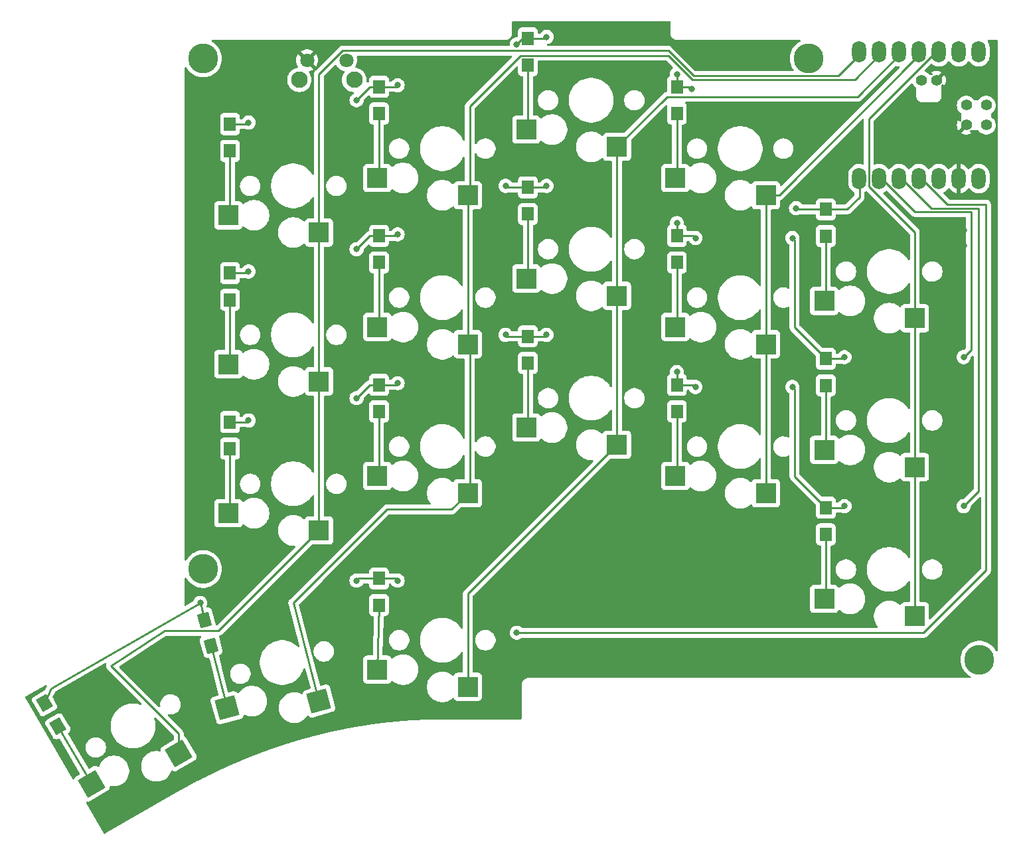
<source format=gbr>
%TF.GenerationSoftware,KiCad,Pcbnew,8.0.5*%
%TF.CreationDate,2024-12-10T18:52:19+08:00*%
%TF.ProjectId,pcb-right,7063622d-7269-4676-9874-2e6b69636164,0.32*%
%TF.SameCoordinates,Original*%
%TF.FileFunction,Copper,L2,Bot*%
%TF.FilePolarity,Positive*%
%FSLAX46Y46*%
G04 Gerber Fmt 4.6, Leading zero omitted, Abs format (unit mm)*
G04 Created by KiCad (PCBNEW 8.0.5) date 2024-12-10 18:52:19*
%MOMM*%
%LPD*%
G01*
G04 APERTURE LIST*
G04 Aperture macros list*
%AMRotRect*
0 Rectangle, with rotation*
0 The origin of the aperture is its center*
0 $1 length*
0 $2 width*
0 $3 Rotation angle, in degrees counterclockwise*
0 Add horizontal line*
21,1,$1,$2,0,0,$3*%
G04 Aperture macros list end*
%TA.AperFunction,SMDPad,CuDef*%
%ADD10R,2.600000X2.600000*%
%TD*%
%TA.AperFunction,ComponentPad*%
%ADD11C,3.800000*%
%TD*%
%TA.AperFunction,SMDPad,CuDef*%
%ADD12RotRect,2.600000X2.600000X195.000000*%
%TD*%
%TA.AperFunction,ComponentPad*%
%ADD13C,1.800000*%
%TD*%
%TA.AperFunction,ComponentPad*%
%ADD14C,2.100000*%
%TD*%
%TA.AperFunction,ComponentPad*%
%ADD15O,1.800000X2.750000*%
%TD*%
%TA.AperFunction,ComponentPad*%
%ADD16C,1.397000*%
%TD*%
%TA.AperFunction,SMDPad,CuDef*%
%ADD17RotRect,2.600000X2.600000X210.000000*%
%TD*%
%TA.AperFunction,SMDPad,CuDef*%
%ADD18R,1.500000X1.800000*%
%TD*%
%TA.AperFunction,SMDPad,CuDef*%
%ADD19RotRect,1.800000X1.500000X300.000000*%
%TD*%
%TA.AperFunction,SMDPad,CuDef*%
%ADD20RotRect,1.800000X1.500000X285.000000*%
%TD*%
%TA.AperFunction,ViaPad*%
%ADD21C,0.800000*%
%TD*%
%TA.AperFunction,Conductor*%
%ADD22C,0.250000*%
%TD*%
G04 APERTURE END LIST*
D10*
%TO.P,SWR2,1,1*%
%TO.N,COL3_R*%
X93720625Y-53315000D03*
%TO.P,SWR2,2,2*%
%TO.N,Net-(DR2-A)*%
X82170625Y-51115000D03*
%TD*%
%TO.P,SWR10,1,1*%
%TO.N,COL0_R*%
X150720625Y-87990000D03*
%TO.P,SWR10,2,2*%
%TO.N,Net-(DR10-A)*%
X139170625Y-85790000D03*
%TD*%
%TO.P,SWR7,1,1*%
%TO.N,COL3_R*%
X93720625Y-72315000D03*
%TO.P,SWR7,2,2*%
%TO.N,Net-(DR7-A)*%
X82170625Y-70115000D03*
%TD*%
D11*
%TO.P,REF\u002A\u002A,1*%
%TO.N,N/C*%
X59945625Y-101001000D03*
%TD*%
%TO.P,REF\u002A\u002A,1*%
%TO.N,N/C*%
X137195625Y-35865000D03*
%TD*%
D10*
%TO.P,SWR18,1,1*%
%TO.N,COL2_R*%
X93720625Y-116015000D03*
%TO.P,SWR18,2,2*%
%TO.N,Net-(DR18-A)*%
X82170625Y-113815000D03*
%TD*%
%TO.P,SWR4,1,1*%
%TO.N,COL1_R*%
X131720625Y-53315000D03*
%TO.P,SWR4,2,2*%
%TO.N,Net-(DR4-A)*%
X120170625Y-51115000D03*
%TD*%
%TO.P,SWR6,1,1*%
%TO.N,COL4_R*%
X74720625Y-77065000D03*
%TO.P,SWR6,2,2*%
%TO.N,Net-(DR6-A)*%
X63170625Y-74865000D03*
%TD*%
%TO.P,SWR13,1,1*%
%TO.N,COL2_R*%
X112720625Y-85140000D03*
%TO.P,SWR13,2,2*%
%TO.N,Net-(DR13-A)*%
X101170625Y-82940000D03*
%TD*%
%TO.P,SWR9,1,1*%
%TO.N,COL1_R*%
X131720625Y-72315000D03*
%TO.P,SWR9,2,2*%
%TO.N,Net-(DR9-A)*%
X120170625Y-70115000D03*
%TD*%
D12*
%TO.P,SWR17,1,1*%
%TO.N,COL3_R*%
X74724005Y-117814626D03*
%TO.P,SWR17,2,2*%
%TO.N,Net-(DR17-A)*%
X62998160Y-118678949D03*
%TD*%
D10*
%TO.P,SWR12,1,1*%
%TO.N,COL3_R*%
X93720625Y-91315000D03*
%TO.P,SWR12,2,2*%
%TO.N,Net-(DR12-A)*%
X82170625Y-89115000D03*
%TD*%
D13*
%TO.P,RSW2,1,1*%
%TO.N,RESET_R*%
X78217625Y-36095250D03*
%TO.P,RSW2,2,2*%
%TO.N,GND_R*%
X73217625Y-36095250D03*
D14*
%TO.P,RSW2,MP*%
%TO.N,N/C*%
X72217625Y-38595250D03*
X79217625Y-38595250D03*
%TD*%
D10*
%TO.P,SWR8,1,1*%
%TO.N,COL2_R*%
X112720625Y-66140000D03*
%TO.P,SWR8,2,2*%
%TO.N,Net-(DR8-A)*%
X101170625Y-63940000D03*
%TD*%
%TO.P,SWR5,1,1*%
%TO.N,COL0_R*%
X150720625Y-68990000D03*
%TO.P,SWR5,2,2*%
%TO.N,Net-(DR5-A)*%
X139170625Y-66790000D03*
%TD*%
D11*
%TO.P,REF\u002A\u002A,1*%
%TO.N,N/C*%
X158945625Y-112540000D03*
%TD*%
D15*
%TO.P,U2,1,A2/0.02_H*%
%TO.N,unconnected-(U2-A2{slash}0.02_H-Pad1)*%
X158865625Y-34995000D03*
%TO.P,U2,2,A4/0.03_H*%
%TO.N,unconnected-(U2-A4{slash}0.03_H-Pad2)*%
X156325625Y-34995000D03*
%TO.P,U2,3,A10/0.28*%
%TO.N,COL0_R*%
X153785625Y-34995000D03*
%TO.P,U2,4,A11/0.29*%
%TO.N,COL1_R*%
X151245625Y-34995000D03*
%TO.P,U2,5,A8_SDA/0.04_H*%
%TO.N,COL2_R*%
X148705625Y-34995000D03*
%TO.P,U2,6,A9_SCL/0.05_H*%
%TO.N,COL3_R*%
X146165625Y-34995000D03*
%TO.P,U2,7,B8_TX/1.11*%
%TO.N,COL4_R*%
X143625625Y-34995000D03*
%TO.P,U2,8,B9_RX/1.12*%
%TO.N,ROW0_R*%
X143625625Y-51185000D03*
%TO.P,U2,9,A7_SCK/1.13*%
%TO.N,ROW1_R*%
X146165625Y-51185000D03*
%TO.P,U2,10,A5_MISO/1.14*%
%TO.N,ROW2_R*%
X148705625Y-51185000D03*
%TO.P,U2,11,A6_MOSI/1.15*%
%TO.N,ROW3_R*%
X151245625Y-51185000D03*
%TO.P,U2,12,3V3*%
%TO.N,unconnected-(U2-3V3-Pad12)*%
X153785625Y-51185000D03*
%TO.P,U2,13,GND*%
%TO.N,GND_R*%
X156325625Y-51185000D03*
%TO.P,U2,14,5V*%
%TO.N,unconnected-(U2-5V-Pad14)*%
X158865625Y-51185000D03*
D16*
%TO.P,U2,15,A31_SWDIO*%
%TO.N,unconnected-(U2-A31_SWDIO-Pad15)*%
X159817625Y-41820000D03*
%TO.P,U2,16,A30_SWCLK*%
%TO.N,unconnected-(U2-A30_SWCLK-Pad16)*%
X159817625Y-44360000D03*
%TO.P,U2,17,RESET*%
%TO.N,RESET_R*%
X157277625Y-41820000D03*
%TO.P,U2,18,GND*%
%TO.N,GND_R*%
X157277625Y-44360000D03*
%TO.P,U2,19,BAT*%
%TO.N,VBAT_R*%
X151562625Y-38645000D03*
%TO.P,U2,20,GND*%
%TO.N,GND_R*%
X153467625Y-38645000D03*
%TD*%
D10*
%TO.P,SWR11,1,1*%
%TO.N,COL4_R*%
X74720625Y-96065000D03*
%TO.P,SWR11,2,2*%
%TO.N,Net-(DR11-A)*%
X63170625Y-93865000D03*
%TD*%
D11*
%TO.P,REF\u002A\u002A,1*%
%TO.N,N/C*%
X59945625Y-35865000D03*
%TD*%
D10*
%TO.P,SWR14,1,1*%
%TO.N,COL1_R*%
X131720625Y-91315000D03*
%TO.P,SWR14,2,2*%
%TO.N,Net-(DR14-A)*%
X120170625Y-89115000D03*
%TD*%
%TO.P,SWR15,1,1*%
%TO.N,COL0_R*%
X150720625Y-106990000D03*
%TO.P,SWR15,2,2*%
%TO.N,Net-(DR15-A)*%
X139170625Y-104790000D03*
%TD*%
D17*
%TO.P,SWR16,1,1*%
%TO.N,COL4_R*%
X56831858Y-124505351D03*
%TO.P,SWR16,2,2*%
%TO.N,Net-(DR16-A)*%
X45729265Y-128375095D03*
%TD*%
D10*
%TO.P,SWR3,1,1*%
%TO.N,COL2_R*%
X112720625Y-47140000D03*
%TO.P,SWR3,2,2*%
%TO.N,Net-(DR3-A)*%
X101170625Y-44940000D03*
%TD*%
%TO.P,SWR1,1,1*%
%TO.N,COL4_R*%
X74720625Y-58065000D03*
%TO.P,SWR1,2,2*%
%TO.N,Net-(DR1-A)*%
X63170625Y-55865000D03*
%TD*%
D18*
%TO.P,DR10,1,K*%
%TO.N,ROW1_R*%
X139370625Y-74165000D03*
%TO.P,DR10,2,A*%
%TO.N,Net-(DR10-A)*%
X139370625Y-77565000D03*
%TD*%
%TO.P,DR8,1,K*%
%TO.N,ROW1_R*%
X101370625Y-52315000D03*
%TO.P,DR8,2,A*%
%TO.N,Net-(DR8-A)*%
X101370625Y-55715000D03*
%TD*%
%TO.P,DR3,1,K*%
%TO.N,ROW0_R*%
X101370625Y-33315000D03*
%TO.P,DR3,2,A*%
%TO.N,Net-(DR3-A)*%
X101370625Y-36715000D03*
%TD*%
%TO.P,DR9,1,K*%
%TO.N,ROW1_R*%
X120370625Y-58490000D03*
%TO.P,DR9,2,A*%
%TO.N,Net-(DR9-A)*%
X120370625Y-61890000D03*
%TD*%
%TO.P,DR4,1,K*%
%TO.N,ROW0_R*%
X120370625Y-39490000D03*
%TO.P,DR4,2,A*%
%TO.N,Net-(DR4-A)*%
X120370625Y-42890000D03*
%TD*%
%TO.P,DR15,1,K*%
%TO.N,ROW2_R*%
X139370625Y-93165000D03*
%TO.P,DR15,2,A*%
%TO.N,Net-(DR15-A)*%
X139370625Y-96565000D03*
%TD*%
%TO.P,DR6,1,K*%
%TO.N,ROW1_R*%
X63370625Y-63240000D03*
%TO.P,DR6,2,A*%
%TO.N,Net-(DR6-A)*%
X63370625Y-66640000D03*
%TD*%
%TO.P,DR11,1,K*%
%TO.N,ROW2_R*%
X63370625Y-82240000D03*
%TO.P,DR11,2,A*%
%TO.N,Net-(DR11-A)*%
X63370625Y-85640000D03*
%TD*%
%TO.P,DR5,1,K*%
%TO.N,ROW0_R*%
X139370625Y-55112500D03*
%TO.P,DR5,2,A*%
%TO.N,Net-(DR5-A)*%
X139370625Y-58512500D03*
%TD*%
D19*
%TO.P,DR16,1,K*%
%TO.N,ROW3_R*%
X39720625Y-118092757D03*
%TO.P,DR16,2,A*%
%TO.N,Net-(DR16-A)*%
X41420625Y-121037243D03*
%TD*%
D18*
%TO.P,DR18,1,K*%
%TO.N,ROW3_R*%
X82370625Y-102190000D03*
%TO.P,DR18,2,A*%
%TO.N,Net-(DR18-A)*%
X82370625Y-105590000D03*
%TD*%
%TO.P,DR13,1,K*%
%TO.N,ROW2_R*%
X101370625Y-71300000D03*
%TO.P,DR13,2,A*%
%TO.N,Net-(DR13-A)*%
X101370625Y-74700000D03*
%TD*%
%TO.P,DR12,1,K*%
%TO.N,ROW2_R*%
X82370625Y-77490000D03*
%TO.P,DR12,2,A*%
%TO.N,Net-(DR12-A)*%
X82370625Y-80890000D03*
%TD*%
%TO.P,DR2,1,K*%
%TO.N,ROW0_R*%
X82370625Y-39490000D03*
%TO.P,DR2,2,A*%
%TO.N,Net-(DR2-A)*%
X82370625Y-42890000D03*
%TD*%
D20*
%TO.P,DR17,1,K*%
%TO.N,ROW3_R*%
X60080633Y-107472926D03*
%TO.P,DR17,2,A*%
%TO.N,Net-(DR17-A)*%
X60960617Y-110757074D03*
%TD*%
D18*
%TO.P,DR14,1,K*%
%TO.N,ROW2_R*%
X120370625Y-77490000D03*
%TO.P,DR14,2,A*%
%TO.N,Net-(DR14-A)*%
X120370625Y-80890000D03*
%TD*%
%TO.P,DR1,1,K*%
%TO.N,ROW0_R*%
X63370625Y-44240000D03*
%TO.P,DR1,2,A*%
%TO.N,Net-(DR1-A)*%
X63370625Y-47640000D03*
%TD*%
%TO.P,DR7,1,K*%
%TO.N,ROW1_R*%
X82370625Y-58490000D03*
%TO.P,DR7,2,A*%
%TO.N,Net-(DR7-A)*%
X82370625Y-61890000D03*
%TD*%
D21*
%TO.N,ROW0_R*%
X135570625Y-54965000D03*
X99945625Y-34065000D03*
X120370625Y-37865000D03*
X65745625Y-44040000D03*
X84745625Y-39290000D03*
X79520625Y-41190000D03*
X103745625Y-33115000D03*
X122270625Y-39765000D03*
%TO.N,ROW1_R*%
X141745625Y-73965000D03*
X122745625Y-58765000D03*
X65745625Y-63040000D03*
X103745625Y-52115000D03*
X156945625Y-73965000D03*
X135095625Y-58765000D03*
X120370625Y-56865000D03*
X98520625Y-52115000D03*
X79520625Y-60190000D03*
X84745625Y-58290000D03*
%TO.N,ROW2_R*%
X120370625Y-75865000D03*
X84745625Y-77290000D03*
X156945625Y-92965000D03*
X98520625Y-71115000D03*
X135095625Y-77765000D03*
X79520625Y-79190000D03*
X65745625Y-82040000D03*
X141745625Y-92965000D03*
X122745625Y-77765000D03*
X103745625Y-71115000D03*
%TO.N,ROW3_R*%
X99945625Y-109115000D03*
X59570625Y-105315000D03*
X79520625Y-102465000D03*
X84745625Y-102465000D03*
%TO.N,GND_R*%
X154570625Y-59715000D03*
X156945625Y-59715000D03*
X152195625Y-59715000D03*
X130345625Y-36440000D03*
X156945625Y-97715000D03*
X152195625Y-95815000D03*
X156945625Y-95815000D03*
X123220625Y-36440000D03*
X132720625Y-36440000D03*
X152195625Y-97715000D03*
X127970625Y-36440000D03*
X156945625Y-78715000D03*
X156945625Y-57815000D03*
X125595625Y-34540000D03*
X152195625Y-78715000D03*
X152195625Y-76815000D03*
X127970625Y-34540000D03*
X154570625Y-95815000D03*
X156945625Y-76815000D03*
X123220625Y-34540000D03*
X132720625Y-34540000D03*
X154570625Y-57815000D03*
X120845625Y-34540000D03*
X154570625Y-78715000D03*
X154570625Y-97715000D03*
X125595625Y-36440000D03*
X130345625Y-34540000D03*
X152195625Y-57815000D03*
X154570625Y-76815000D03*
%TD*%
D22*
%TO.N,COL3_R*%
X93720625Y-72315000D02*
X93945625Y-72540000D01*
X93945625Y-72540000D02*
X93945625Y-91090000D01*
X93945625Y-91090000D02*
X93720625Y-91315000D01*
X93720625Y-53315000D02*
X93720625Y-72315000D01*
X146165625Y-35470000D02*
X143095625Y-38540000D01*
X122309229Y-38540000D02*
X119259229Y-35490000D01*
X143095625Y-38540000D02*
X122309229Y-38540000D01*
X93945625Y-53090000D02*
X93720625Y-53315000D01*
X119259229Y-35490000D02*
X100420625Y-35490000D01*
X100420625Y-35490000D02*
X93945625Y-41965000D01*
X93945625Y-41965000D02*
X93945625Y-53090000D01*
%TO.N,COL4_R*%
X56831858Y-124505351D02*
X56831858Y-121971598D01*
X56831858Y-121971598D02*
X48210442Y-113350183D01*
X48210442Y-113350183D02*
X55074251Y-108861374D01*
X55074251Y-108861374D02*
X61924251Y-108861374D01*
X61924251Y-108861374D02*
X74720625Y-96065000D01*
%TO.N,ROW0_R*%
X79520625Y-41190000D02*
X81220625Y-39490000D01*
X142073125Y-55112500D02*
X143645625Y-53540000D01*
X103545625Y-33315000D02*
X103745625Y-33115000D01*
X120370625Y-37865000D02*
X120370625Y-39490000D01*
X101370625Y-33315000D02*
X103545625Y-33315000D01*
X100695625Y-33315000D02*
X99945625Y-34065000D01*
X143645625Y-50730000D02*
X143625625Y-50710000D01*
X65545625Y-44240000D02*
X65745625Y-44040000D01*
X84545625Y-39490000D02*
X84745625Y-39290000D01*
X121995625Y-39490000D02*
X122270625Y-39765000D01*
X63370625Y-44240000D02*
X65545625Y-44240000D01*
X101370625Y-33315000D02*
X100695625Y-33315000D01*
X135718125Y-55112500D02*
X139370625Y-55112500D01*
X120370625Y-39490000D02*
X121995625Y-39490000D01*
X82370625Y-39490000D02*
X84545625Y-39490000D01*
X139370625Y-55112500D02*
X142073125Y-55112500D01*
X135570625Y-54965000D02*
X135718125Y-55112500D01*
X81220625Y-39490000D02*
X82370625Y-39490000D01*
X143645625Y-53540000D02*
X143645625Y-50730000D01*
%TO.N,Net-(DR1-A)*%
X63370625Y-55665000D02*
X63170625Y-55865000D01*
X63370625Y-47165000D02*
X63370625Y-55665000D01*
%TO.N,Net-(DR2-A)*%
X82370625Y-42890000D02*
X82370625Y-50915000D01*
X82370625Y-50915000D02*
X82170625Y-51115000D01*
%TO.N,Net-(DR3-A)*%
X101370625Y-36715000D02*
X101370625Y-44740000D01*
X101370625Y-44740000D02*
X101170625Y-44940000D01*
%TO.N,Net-(DR4-A)*%
X120370625Y-42890000D02*
X120370625Y-50915000D01*
X120370625Y-50915000D02*
X120170625Y-51115000D01*
%TO.N,Net-(DR5-A)*%
X139370625Y-66590000D02*
X139170625Y-66790000D01*
X139370625Y-58512500D02*
X139370625Y-66590000D01*
%TO.N,ROW1_R*%
X139370625Y-74165000D02*
X141545625Y-74165000D01*
X157895625Y-73015000D02*
X157895625Y-55440000D01*
X146165625Y-50710000D02*
X146165625Y-50852412D01*
X141545625Y-74165000D02*
X141745625Y-73965000D01*
X120370625Y-56865000D02*
X120370625Y-58490000D01*
X63370625Y-63240000D02*
X65545625Y-63240000D01*
X84545625Y-58490000D02*
X84745625Y-58290000D01*
X98520625Y-52115000D02*
X98720625Y-52315000D01*
X79520625Y-60190000D02*
X81220625Y-58490000D01*
X82370625Y-58490000D02*
X84545625Y-58490000D01*
X150753213Y-55440000D02*
X157895625Y-55440000D01*
X135095625Y-58765000D02*
X135371525Y-59040900D01*
X156945625Y-73965000D02*
X157895625Y-73015000D01*
X103545625Y-52315000D02*
X103745625Y-52115000D01*
X146165625Y-50852412D02*
X150753213Y-55440000D01*
X135371525Y-59040900D02*
X135371525Y-70165900D01*
X122470625Y-58490000D02*
X122745625Y-58765000D01*
X101370625Y-52315000D02*
X103545625Y-52315000D01*
X65545625Y-63240000D02*
X65745625Y-63040000D01*
X98720625Y-52315000D02*
X101370625Y-52315000D01*
X135371525Y-70165900D02*
X139370625Y-74165000D01*
X120370625Y-58490000D02*
X122470625Y-58490000D01*
X81220625Y-58490000D02*
X82370625Y-58490000D01*
%TO.N,Net-(DR6-A)*%
X63370625Y-66640000D02*
X63370625Y-74665000D01*
X63370625Y-74665000D02*
X63170625Y-74865000D01*
%TO.N,Net-(DR7-A)*%
X82370625Y-69915000D02*
X82170625Y-70115000D01*
X82370625Y-61890000D02*
X82370625Y-69915000D01*
%TO.N,Net-(DR8-A)*%
X101370625Y-63740000D02*
X101170625Y-63940000D01*
X101370625Y-55715000D02*
X101370625Y-63740000D01*
%TO.N,Net-(DR9-A)*%
X120370625Y-61890000D02*
X120370625Y-69915000D01*
X120370625Y-69915000D02*
X120170625Y-70115000D01*
%TO.N,Net-(DR10-A)*%
X139370625Y-77565000D02*
X139370625Y-85590000D01*
X139370625Y-85590000D02*
X139170625Y-85790000D01*
%TO.N,ROW2_R*%
X84545625Y-77490000D02*
X84745625Y-77290000D01*
X135095625Y-77765000D02*
X135371525Y-78040900D01*
X98705625Y-71300000D02*
X101370625Y-71300000D01*
X158845625Y-91065000D02*
X158845625Y-54965000D01*
X139370625Y-93165000D02*
X141545625Y-93165000D01*
X81220625Y-77490000D02*
X82370625Y-77490000D01*
X103560625Y-71300000D02*
X103745625Y-71115000D01*
X158845625Y-54965000D02*
X152818213Y-54965000D01*
X135371525Y-78040900D02*
X135371525Y-89165900D01*
X101370625Y-71300000D02*
X103560625Y-71300000D01*
X152818213Y-54965000D02*
X148705625Y-50852412D01*
X63370625Y-82240000D02*
X65545625Y-82240000D01*
X148705625Y-50852412D02*
X148705625Y-50710000D01*
X122470625Y-77490000D02*
X122745625Y-77765000D01*
X120370625Y-77490000D02*
X122470625Y-77490000D01*
X141545625Y-93165000D02*
X141745625Y-92965000D01*
X156945625Y-92965000D02*
X158845625Y-91065000D01*
X98520625Y-71115000D02*
X98705625Y-71300000D01*
X82370625Y-77490000D02*
X84545625Y-77490000D01*
X135371525Y-89165900D02*
X139370625Y-93165000D01*
X79520625Y-79190000D02*
X81220625Y-77490000D01*
X65545625Y-82240000D02*
X65745625Y-82040000D01*
X120370625Y-75865000D02*
X120370625Y-77490000D01*
%TO.N,Net-(DR11-A)*%
X63370625Y-93665000D02*
X63170625Y-93865000D01*
X63370625Y-85640000D02*
X63370625Y-93665000D01*
%TO.N,Net-(DR12-A)*%
X82370625Y-80890000D02*
X82370625Y-88915000D01*
X82370625Y-88915000D02*
X82170625Y-89115000D01*
%TO.N,Net-(DR13-A)*%
X101370625Y-82740000D02*
X101170625Y-82940000D01*
X101370625Y-74700000D02*
X101370625Y-82740000D01*
%TO.N,Net-(DR14-A)*%
X120370625Y-88915000D02*
X120170625Y-89115000D01*
X120370625Y-80890000D02*
X120370625Y-88915000D01*
%TO.N,Net-(DR15-A)*%
X139370625Y-96565000D02*
X139370625Y-104590000D01*
X139370625Y-104590000D02*
X139170625Y-104790000D01*
%TO.N,ROW3_R*%
X151245625Y-50852412D02*
X151245625Y-50710000D01*
X60080633Y-107472926D02*
X59570625Y-105315000D01*
X84470625Y-102190000D02*
X84745625Y-102465000D01*
X151845625Y-109115000D02*
X159795625Y-101165000D01*
X159795625Y-101165000D02*
X159795625Y-54490000D01*
X159795625Y-54490000D02*
X154883213Y-54490000D01*
X40570625Y-116240000D02*
X39720625Y-118092757D01*
X99945625Y-109115000D02*
X151845625Y-109115000D01*
X82370625Y-102190000D02*
X84470625Y-102190000D01*
X82370625Y-102190000D02*
X79795625Y-102190000D01*
X154883213Y-54490000D02*
X151245625Y-50852412D01*
X59570625Y-105315000D02*
X40570625Y-116240000D01*
X79795625Y-102190000D02*
X79520625Y-102465000D01*
%TO.N,Net-(DR16-A)*%
X41420625Y-121037243D02*
X45729265Y-128375095D01*
%TO.N,Net-(DR17-A)*%
X60960617Y-110757074D02*
X62998160Y-118678949D01*
%TO.N,Net-(DR18-A)*%
X82370625Y-105590000D02*
X82170625Y-113815000D01*
%TO.N,COL4_R*%
X119275875Y-34870250D02*
X77710213Y-34870250D01*
X74720625Y-58065000D02*
X74720625Y-77065000D01*
X74720625Y-77065000D02*
X74720625Y-96065000D01*
X77710213Y-34870250D02*
X74720625Y-37859838D01*
X122495625Y-38090000D02*
X119275875Y-34870250D01*
X141005625Y-38090000D02*
X122495625Y-38090000D01*
X74720625Y-37859838D02*
X74720625Y-58065000D01*
X143625625Y-35470000D02*
X141005625Y-38090000D01*
%TO.N,COL3_R*%
X83370625Y-93390000D02*
X71445625Y-105315000D01*
X93720625Y-91315000D02*
X91645625Y-93390000D01*
X91645625Y-93390000D02*
X83370625Y-93390000D01*
X74724005Y-117814626D02*
X71445625Y-105315000D01*
%TO.N,COL2_R*%
X112720625Y-47140000D02*
X112720625Y-66140000D01*
X93720625Y-104140000D02*
X112720625Y-85140000D01*
X93720625Y-116015000D02*
X93720625Y-104140000D01*
X148705625Y-35470000D02*
X143422500Y-40753125D01*
X119107500Y-40753125D02*
X112720625Y-47140000D01*
X143422500Y-40753125D02*
X119107500Y-40753125D01*
X112720625Y-66140000D02*
X112720625Y-85140000D01*
%TO.N,COL1_R*%
X131720625Y-53315000D02*
X133400625Y-53315000D01*
X133400625Y-53315000D02*
X151245625Y-35470000D01*
X131720625Y-53315000D02*
X131720625Y-72315000D01*
X131720625Y-72315000D02*
X131720625Y-91315000D01*
%TO.N,COL0_R*%
X144850625Y-52167412D02*
X144850625Y-43597412D01*
X150720625Y-87990000D02*
X150720625Y-68990000D01*
X144850625Y-43597412D02*
X152978037Y-35470000D01*
X150720625Y-58037412D02*
X144850625Y-52167412D01*
X150720625Y-68990000D02*
X150720625Y-58037412D01*
X152978037Y-35470000D02*
X153785625Y-35470000D01*
X150720625Y-106990000D02*
X150720625Y-87990000D01*
%TD*%
%TA.AperFunction,Conductor*%
%TO.N,GND_R*%
G36*
X161242539Y-33532685D02*
G01*
X161288294Y-33585489D01*
X161299500Y-33637000D01*
X161299500Y-111349598D01*
X161279815Y-111416637D01*
X161227011Y-111462392D01*
X161157853Y-111472336D01*
X161094297Y-111443311D01*
X161063302Y-111402396D01*
X161062950Y-111401648D01*
X161053358Y-111381264D01*
X160978242Y-111262900D01*
X160891513Y-111126236D01*
X160889451Y-111123743D01*
X160698974Y-110893496D01*
X160478787Y-110686726D01*
X160478784Y-110686724D01*
X160478778Y-110686719D01*
X160234431Y-110509191D01*
X160234424Y-110509186D01*
X160234420Y-110509184D01*
X159969729Y-110363668D01*
X159969726Y-110363666D01*
X159969721Y-110363664D01*
X159969720Y-110363663D01*
X159688890Y-110252475D01*
X159688887Y-110252474D01*
X159396320Y-110177357D01*
X159096661Y-110139500D01*
X159096652Y-110139500D01*
X158794598Y-110139500D01*
X158794588Y-110139500D01*
X158494929Y-110177357D01*
X158202362Y-110252474D01*
X158202359Y-110252475D01*
X157921529Y-110363663D01*
X157921528Y-110363664D01*
X157656830Y-110509184D01*
X157656818Y-110509191D01*
X157412471Y-110686719D01*
X157412461Y-110686727D01*
X157192277Y-110893494D01*
X156999736Y-111126236D01*
X156837893Y-111381261D01*
X156837890Y-111381267D01*
X156709286Y-111654563D01*
X156709284Y-111654568D01*
X156615945Y-111941835D01*
X156559344Y-112238546D01*
X156559343Y-112238553D01*
X156540379Y-112539994D01*
X156540379Y-112540005D01*
X156559343Y-112841446D01*
X156559344Y-112841453D01*
X156559345Y-112841457D01*
X156614854Y-113132448D01*
X156615945Y-113138164D01*
X156709284Y-113425431D01*
X156709286Y-113425436D01*
X156837890Y-113698732D01*
X156837893Y-113698738D01*
X156999736Y-113953763D01*
X156999739Y-113953767D01*
X156999740Y-113953768D01*
X157173700Y-114164050D01*
X157192277Y-114186505D01*
X157412461Y-114393272D01*
X157412471Y-114393280D01*
X157656818Y-114570808D01*
X157656823Y-114570810D01*
X157656830Y-114570816D01*
X157808757Y-114654339D01*
X157858020Y-114703884D01*
X157872676Y-114772199D01*
X157848072Y-114837594D01*
X157792020Y-114879305D01*
X157749018Y-114887000D01*
X101361306Y-114887000D01*
X101187341Y-114921603D01*
X101187332Y-114921606D01*
X101023459Y-114989483D01*
X101023446Y-114989490D01*
X100875965Y-115088035D01*
X100875961Y-115088038D01*
X100750538Y-115213461D01*
X100750535Y-115213465D01*
X100651990Y-115360946D01*
X100651983Y-115360959D01*
X100584106Y-115524832D01*
X100584103Y-115524841D01*
X100549500Y-115698804D01*
X100549500Y-120038000D01*
X100529815Y-120105039D01*
X100477011Y-120150794D01*
X100425500Y-120162000D01*
X90510869Y-120162000D01*
X90510428Y-120161971D01*
X90449590Y-120161999D01*
X90449488Y-120162000D01*
X90441950Y-120162000D01*
X90441007Y-120161939D01*
X90433549Y-120161950D01*
X90433548Y-120161950D01*
X90401598Y-120161999D01*
X90401394Y-120162000D01*
X90390301Y-120162000D01*
X90390012Y-120162017D01*
X90380683Y-120162031D01*
X90380487Y-120162032D01*
X90380343Y-120162032D01*
X90372592Y-120162035D01*
X90371614Y-120161973D01*
X90364241Y-120161993D01*
X90344377Y-120162047D01*
X90343963Y-120162049D01*
X90343687Y-120162049D01*
X90321200Y-120162060D01*
X90320378Y-120162115D01*
X90312400Y-120162137D01*
X90312111Y-120162138D01*
X90311955Y-120162138D01*
X90302690Y-120162152D01*
X90301597Y-120162084D01*
X90275108Y-120162195D01*
X90274791Y-120162196D01*
X90251999Y-120162232D01*
X90251060Y-120162296D01*
X90242215Y-120162333D01*
X90242038Y-120162334D01*
X90231894Y-120162362D01*
X90230723Y-120162291D01*
X90205454Y-120162436D01*
X90205097Y-120162437D01*
X90182416Y-120162501D01*
X90181359Y-120162573D01*
X90171368Y-120162631D01*
X90171166Y-120162632D01*
X90160154Y-120162678D01*
X90158922Y-120162605D01*
X90151811Y-120162657D01*
X90142573Y-120162725D01*
X90134006Y-120162788D01*
X90133624Y-120162790D01*
X90121145Y-120162843D01*
X90118790Y-120162853D01*
X90118789Y-120162853D01*
X90111737Y-120162883D01*
X90110626Y-120162961D01*
X90100406Y-120163036D01*
X90099450Y-120163044D01*
X90099440Y-120163044D01*
X90099239Y-120163045D01*
X90086971Y-120163115D01*
X90085708Y-120163042D01*
X90062155Y-120163257D01*
X90061739Y-120163260D01*
X90039980Y-120163385D01*
X90038806Y-120163470D01*
X90026311Y-120163584D01*
X90026095Y-120163586D01*
X90012139Y-120163689D01*
X90010881Y-120163619D01*
X90003882Y-120163695D01*
X90001816Y-120163717D01*
X89988253Y-120163865D01*
X89987831Y-120163869D01*
X89966840Y-120164025D01*
X89965664Y-120164112D01*
X89952934Y-120164251D01*
X89951547Y-120164267D01*
X89951421Y-120164268D01*
X89951322Y-120164269D01*
X89935510Y-120164413D01*
X89934288Y-120164347D01*
X89913158Y-120164616D01*
X89912725Y-120164621D01*
X89892167Y-120164810D01*
X89890985Y-120164900D01*
X89875176Y-120165102D01*
X89874944Y-120165105D01*
X89856689Y-120165304D01*
X89855518Y-120165243D01*
X89835595Y-120165534D01*
X89835155Y-120165539D01*
X89815573Y-120165754D01*
X89814412Y-120165844D01*
X89795843Y-120166116D01*
X89795610Y-120166119D01*
X89775642Y-120166374D01*
X89774515Y-120166317D01*
X89755522Y-120166630D01*
X89755081Y-120166637D01*
X89736730Y-120166873D01*
X89735660Y-120166958D01*
X89715511Y-120167291D01*
X89715278Y-120167295D01*
X89691794Y-120167639D01*
X89690805Y-120167590D01*
X89674277Y-120167893D01*
X89673839Y-120167901D01*
X89655650Y-120168168D01*
X89654589Y-120168255D01*
X89631562Y-120168677D01*
X89631338Y-120168681D01*
X89605119Y-120169114D01*
X89604200Y-120169071D01*
X89588338Y-120169391D01*
X89587924Y-120169398D01*
X89578967Y-120169547D01*
X89578966Y-120169547D01*
X89571806Y-120169666D01*
X89570877Y-120169743D01*
X89546858Y-120170228D01*
X89544587Y-120170274D01*
X89544543Y-120170274D01*
X89544357Y-120170278D01*
X89515264Y-120170811D01*
X89514481Y-120170776D01*
X89500825Y-120171075D01*
X89500399Y-120171084D01*
X89485388Y-120171360D01*
X89484511Y-120171433D01*
X89455299Y-120172074D01*
X89455080Y-120172079D01*
X89421764Y-120172751D01*
X89421091Y-120172723D01*
X89409521Y-120172997D01*
X89409102Y-120173007D01*
X89395602Y-120173280D01*
X89394844Y-120173344D01*
X89362007Y-120174121D01*
X89361793Y-120174126D01*
X89325093Y-120174931D01*
X89324564Y-120174910D01*
X89314409Y-120175165D01*
X89314033Y-120175174D01*
X89302095Y-120175437D01*
X89301452Y-120175493D01*
X89265195Y-120176411D01*
X89264989Y-120176416D01*
X89222219Y-120177428D01*
X89221813Y-120177418D01*
X89215585Y-120177585D01*
X89215228Y-120177594D01*
X89205648Y-120177821D01*
X89205128Y-120177866D01*
X89163682Y-120178982D01*
X89163482Y-120178987D01*
X89119317Y-120180105D01*
X89119019Y-120180093D01*
X89112988Y-120180265D01*
X89112609Y-120180275D01*
X89104154Y-120180489D01*
X89103731Y-120180527D01*
X89094082Y-120180802D01*
X89059131Y-120181795D01*
X89058946Y-120181800D01*
X89009783Y-120183123D01*
X89009598Y-120183117D01*
X89005802Y-120183230D01*
X89005461Y-120183240D01*
X88999038Y-120183413D01*
X88998732Y-120183442D01*
X88949667Y-120184908D01*
X88949488Y-120184913D01*
X88895633Y-120186444D01*
X88895571Y-120186442D01*
X88894234Y-120186484D01*
X88893900Y-120186494D01*
X88889527Y-120186618D01*
X88889325Y-120186637D01*
X88835793Y-120188309D01*
X88835629Y-120188314D01*
X88790254Y-120189670D01*
X88782952Y-120189889D01*
X88782951Y-120189889D01*
X88775262Y-120190119D01*
X88775192Y-120190126D01*
X88716343Y-120192041D01*
X88716184Y-120192046D01*
X88656478Y-120193912D01*
X88655265Y-120194029D01*
X88652761Y-120194110D01*
X88651626Y-120194074D01*
X88591877Y-120196091D01*
X88591731Y-120196096D01*
X88532035Y-120198040D01*
X88530914Y-120198149D01*
X88522707Y-120198426D01*
X88521644Y-120198394D01*
X88462322Y-120200466D01*
X88462179Y-120200471D01*
X88401960Y-120202503D01*
X88400877Y-120202611D01*
X88387018Y-120203095D01*
X88386029Y-120203066D01*
X88378547Y-120203335D01*
X88333088Y-120204970D01*
X88326002Y-120205226D01*
X88325873Y-120205230D01*
X88266174Y-120207315D01*
X88265173Y-120207416D01*
X88245204Y-120208135D01*
X88244258Y-120208108D01*
X88184448Y-120210322D01*
X88184335Y-120210326D01*
X88184324Y-120210327D01*
X88179434Y-120210503D01*
X88124305Y-120212488D01*
X88123371Y-120212584D01*
X88097031Y-120213559D01*
X88096150Y-120213534D01*
X88035980Y-120215819D01*
X88035866Y-120215823D01*
X87976191Y-120218033D01*
X87975303Y-120218124D01*
X87942409Y-120219373D01*
X87941595Y-120219351D01*
X87881189Y-120221698D01*
X87881089Y-120221701D01*
X87821534Y-120223965D01*
X87820719Y-120224049D01*
X87780712Y-120225604D01*
X87779928Y-120225584D01*
X87720120Y-120227960D01*
X87720015Y-120227964D01*
X87659852Y-120230302D01*
X87659059Y-120230385D01*
X87612100Y-120232250D01*
X87611361Y-120232231D01*
X87550991Y-120234677D01*
X87550894Y-120234681D01*
X87491102Y-120237055D01*
X87490372Y-120237132D01*
X87436039Y-120239333D01*
X87435372Y-120239317D01*
X87427727Y-120239632D01*
X87375144Y-120241799D01*
X87375059Y-120241802D01*
X87315152Y-120244229D01*
X87314486Y-120244299D01*
X87252250Y-120246865D01*
X87251608Y-120246851D01*
X87191539Y-120249369D01*
X87191454Y-120249373D01*
X87131271Y-120251854D01*
X87130630Y-120251922D01*
X87060691Y-120254854D01*
X87060106Y-120254841D01*
X86999560Y-120257417D01*
X86999486Y-120257420D01*
X86939698Y-120259927D01*
X86939112Y-120259990D01*
X86860448Y-120263338D01*
X86847396Y-120263136D01*
X86820366Y-120264694D01*
X86798136Y-120265976D01*
X86796317Y-120266067D01*
X86746913Y-120268170D01*
X86734174Y-120269654D01*
X86726385Y-120270112D01*
X86726249Y-120270120D01*
X86720291Y-120270463D01*
X86718414Y-120270571D01*
X86717385Y-120270565D01*
X86690722Y-120272164D01*
X86688917Y-120272273D01*
X86688813Y-120272279D01*
X86688638Y-120272289D01*
X86666431Y-120273570D01*
X86665630Y-120273669D01*
X86657390Y-120274164D01*
X86657233Y-120274173D01*
X86649393Y-120274634D01*
X86648258Y-120274628D01*
X86621494Y-120276271D01*
X86621176Y-120276290D01*
X86598080Y-120277647D01*
X86597127Y-120277767D01*
X86588688Y-120278286D01*
X86588502Y-120278297D01*
X86579501Y-120278837D01*
X86578332Y-120278832D01*
X86571163Y-120279283D01*
X86570496Y-120279325D01*
X86552567Y-120280453D01*
X86552212Y-120280474D01*
X86529249Y-120281852D01*
X86528172Y-120281988D01*
X86519022Y-120282564D01*
X86515211Y-120282797D01*
X86508489Y-120283210D01*
X86507218Y-120283208D01*
X86482349Y-120284814D01*
X86481965Y-120284838D01*
X86459394Y-120286225D01*
X86458266Y-120286370D01*
X86448204Y-120287020D01*
X86448001Y-120287033D01*
X86436199Y-120287776D01*
X86434930Y-120287775D01*
X86411328Y-120289340D01*
X86410917Y-120289367D01*
X86388635Y-120290769D01*
X86387448Y-120290923D01*
X86375555Y-120291713D01*
X86375444Y-120291720D01*
X86364286Y-120292441D01*
X86362211Y-120292575D01*
X86360915Y-120292577D01*
X86338138Y-120294129D01*
X86337711Y-120294158D01*
X86316332Y-120295539D01*
X86315144Y-120295696D01*
X86309962Y-120296049D01*
X86301820Y-120296603D01*
X86301727Y-120296610D01*
X86286514Y-120297619D01*
X86285260Y-120297623D01*
X86263604Y-120299137D01*
X86263177Y-120299166D01*
X86242550Y-120300536D01*
X86241361Y-120300694D01*
X86225963Y-120301772D01*
X86225732Y-120301788D01*
X86208677Y-120302950D01*
X86207469Y-120302956D01*
X86187069Y-120304422D01*
X86186635Y-120304452D01*
X86181248Y-120304819D01*
X86166836Y-120305802D01*
X86165691Y-120305957D01*
X86148374Y-120307201D01*
X86148140Y-120307218D01*
X86128350Y-120308602D01*
X86127230Y-120308611D01*
X86108365Y-120310000D01*
X86107931Y-120310032D01*
X86099029Y-120310655D01*
X86095999Y-120310868D01*
X86095998Y-120310868D01*
X86089023Y-120311357D01*
X86087918Y-120311508D01*
X86076915Y-120312319D01*
X86068252Y-120312958D01*
X86068141Y-120312966D01*
X86045668Y-120314580D01*
X86044639Y-120314589D01*
X86027115Y-120315913D01*
X86026664Y-120315946D01*
X86008908Y-120317222D01*
X86007846Y-120317368D01*
X85985596Y-120319050D01*
X85959979Y-120320938D01*
X85959058Y-120320947D01*
X85942979Y-120322191D01*
X85942759Y-120322207D01*
X85935723Y-120322726D01*
X85926059Y-120323438D01*
X85925101Y-120323573D01*
X85899603Y-120325546D01*
X85899383Y-120325563D01*
X85874662Y-120327431D01*
X85871215Y-120327692D01*
X85870425Y-120327701D01*
X85856181Y-120328826D01*
X85855789Y-120328856D01*
X85840314Y-120330027D01*
X85839453Y-120330151D01*
X85811063Y-120332397D01*
X85810847Y-120332414D01*
X85778813Y-120334892D01*
X85778143Y-120334903D01*
X85771138Y-120335469D01*
X85765994Y-120335884D01*
X85765615Y-120335914D01*
X85751811Y-120336982D01*
X85751045Y-120337091D01*
X85719096Y-120339675D01*
X85718881Y-120339693D01*
X85683078Y-120342526D01*
X85682533Y-120342535D01*
X85671999Y-120343401D01*
X85671667Y-120343428D01*
X85659441Y-120344398D01*
X85658818Y-120344489D01*
X85623599Y-120347395D01*
X85623394Y-120347412D01*
X85582649Y-120350706D01*
X85582241Y-120350716D01*
X85574722Y-120351347D01*
X85574364Y-120351376D01*
X85563980Y-120352216D01*
X85563422Y-120352297D01*
X85547303Y-120353652D01*
X85523485Y-120355656D01*
X85523391Y-120355663D01*
X85523290Y-120355672D01*
X85464548Y-120360518D01*
X85464115Y-120360581D01*
X85420047Y-120364353D01*
X85419865Y-120364369D01*
X85371737Y-120368417D01*
X85371529Y-120368421D01*
X85367200Y-120368798D01*
X85366878Y-120368825D01*
X85360138Y-120369392D01*
X85359816Y-120369441D01*
X85311687Y-120373630D01*
X85311514Y-120373645D01*
X85258926Y-120378148D01*
X85258807Y-120378151D01*
X85256252Y-120378377D01*
X85255925Y-120378405D01*
X85251870Y-120378752D01*
X85251682Y-120378781D01*
X85198752Y-120383461D01*
X85198584Y-120383476D01*
X85138964Y-120388665D01*
X85138841Y-120388684D01*
X85081722Y-120393808D01*
X85081567Y-120393822D01*
X85021626Y-120399123D01*
X85020456Y-120399304D01*
X85019280Y-120399410D01*
X85018946Y-120399440D01*
X85017831Y-120399468D01*
X84958608Y-120404853D01*
X84958463Y-120404866D01*
X84928869Y-120407521D01*
X84905911Y-120409581D01*
X84905910Y-120409581D01*
X84898657Y-120410232D01*
X84897540Y-120410405D01*
X84890465Y-120411049D01*
X84889405Y-120411077D01*
X84829177Y-120416623D01*
X84829038Y-120416635D01*
X84770129Y-120421991D01*
X84769096Y-120422154D01*
X84756372Y-120423326D01*
X84755408Y-120423352D01*
X84696041Y-120428882D01*
X84695915Y-120428893D01*
X84636068Y-120434405D01*
X84635070Y-120434562D01*
X84619091Y-120436051D01*
X84616327Y-120436309D01*
X84615410Y-120436334D01*
X84555787Y-120441949D01*
X84555665Y-120441960D01*
X84495842Y-120447533D01*
X84494914Y-120447681D01*
X84469845Y-120450041D01*
X84468984Y-120450067D01*
X84409637Y-120455712D01*
X84409526Y-120455722D01*
X84349494Y-120461376D01*
X84348623Y-120461516D01*
X84316988Y-120464525D01*
X84316169Y-120464550D01*
X84256931Y-120470238D01*
X84256826Y-120470248D01*
X84196700Y-120475968D01*
X84195873Y-120476101D01*
X84157366Y-120479799D01*
X84156607Y-120479823D01*
X84096411Y-120485653D01*
X84096314Y-120485662D01*
X84036982Y-120491360D01*
X84036230Y-120491482D01*
X83990686Y-120495893D01*
X83989967Y-120495917D01*
X83959049Y-120498935D01*
X83930348Y-120501738D01*
X83930303Y-120501742D01*
X83930254Y-120501747D01*
X83870351Y-120507549D01*
X83869630Y-120507666D01*
X83816873Y-120512818D01*
X83816188Y-120512840D01*
X83755955Y-120518766D01*
X83755865Y-120518775D01*
X83696379Y-120524583D01*
X83695717Y-120524691D01*
X83635349Y-120530629D01*
X83634722Y-120530650D01*
X83574240Y-120536641D01*
X83574160Y-120536649D01*
X83514863Y-120542482D01*
X83514252Y-120542583D01*
X83445875Y-120549355D01*
X83445305Y-120549375D01*
X83437768Y-120550126D01*
X83437767Y-120550126D01*
X83385933Y-120555293D01*
X83325536Y-120561275D01*
X83324944Y-120561373D01*
X83248163Y-120569028D01*
X83235320Y-120569559D01*
X83186159Y-120575195D01*
X83184343Y-120575390D01*
X83134971Y-120580313D01*
X83122550Y-120582480D01*
X83115623Y-120583282D01*
X83115062Y-120583347D01*
X83108701Y-120584076D01*
X83107868Y-120584172D01*
X83106873Y-120584222D01*
X83079373Y-120587438D01*
X83079110Y-120587469D01*
X83055776Y-120590146D01*
X83054960Y-120590294D01*
X83047347Y-120591185D01*
X83047220Y-120591200D01*
X83039686Y-120592072D01*
X83038573Y-120592129D01*
X83011336Y-120595352D01*
X83011034Y-120595388D01*
X82988201Y-120598032D01*
X82987283Y-120598200D01*
X82979682Y-120599100D01*
X82979510Y-120599120D01*
X82970603Y-120600162D01*
X82969431Y-120600224D01*
X82943598Y-120603321D01*
X82943255Y-120603361D01*
X82920244Y-120606053D01*
X82919185Y-120606248D01*
X82910442Y-120607297D01*
X82910248Y-120607320D01*
X82900559Y-120608467D01*
X82899316Y-120608534D01*
X82874221Y-120611583D01*
X82873854Y-120611627D01*
X82851257Y-120614303D01*
X82850140Y-120614511D01*
X82840222Y-120615717D01*
X82829118Y-120617048D01*
X82827842Y-120617119D01*
X82803783Y-120620084D01*
X82803392Y-120620132D01*
X82781228Y-120622791D01*
X82780085Y-120623005D01*
X82768859Y-120624389D01*
X82768656Y-120624414D01*
X82756132Y-120625937D01*
X82754868Y-120626009D01*
X82732042Y-120628863D01*
X82731637Y-120628913D01*
X82709781Y-120631571D01*
X82708605Y-120631795D01*
X82695992Y-120633372D01*
X82695776Y-120633399D01*
X82681196Y-120635196D01*
X82679978Y-120635269D01*
X82658490Y-120637994D01*
X82658074Y-120638046D01*
X82636999Y-120640645D01*
X82635816Y-120640871D01*
X82621302Y-120642713D01*
X82621078Y-120642741D01*
X82604407Y-120644826D01*
X82603218Y-120644899D01*
X82582480Y-120647567D01*
X82582057Y-120647621D01*
X82562254Y-120650099D01*
X82561121Y-120650317D01*
X82544445Y-120652464D01*
X82544221Y-120652492D01*
X82525214Y-120654904D01*
X82524127Y-120654972D01*
X82505234Y-120657439D01*
X82504797Y-120657495D01*
X82485461Y-120659949D01*
X82484342Y-120660166D01*
X82465114Y-120662677D01*
X82457022Y-120663718D01*
X82443377Y-120665475D01*
X82442350Y-120665542D01*
X82424607Y-120667890D01*
X82424195Y-120667944D01*
X82406207Y-120670262D01*
X82405188Y-120670462D01*
X82383609Y-120673320D01*
X82383383Y-120673349D01*
X82358830Y-120676555D01*
X82357933Y-120676615D01*
X82342120Y-120678736D01*
X82341708Y-120678790D01*
X82324477Y-120681041D01*
X82323505Y-120681234D01*
X82298800Y-120684550D01*
X82298581Y-120684579D01*
X82271099Y-120688218D01*
X82270300Y-120688273D01*
X82263156Y-120689244D01*
X82255577Y-120690274D01*
X82255368Y-120690302D01*
X82239918Y-120692349D01*
X82239069Y-120692518D01*
X82211889Y-120696214D01*
X82211675Y-120696243D01*
X82180097Y-120700481D01*
X82179428Y-120700528D01*
X82169362Y-120701912D01*
X82166809Y-120702263D01*
X82166587Y-120702294D01*
X82152338Y-120704208D01*
X82151579Y-120704360D01*
X82134532Y-120706707D01*
X82120147Y-120708688D01*
X82119946Y-120708715D01*
X82085613Y-120713384D01*
X82085037Y-120713425D01*
X82074129Y-120714945D01*
X82073737Y-120714999D01*
X82061164Y-120716709D01*
X82060515Y-120716841D01*
X82025630Y-120721701D01*
X82025429Y-120721729D01*
X81986184Y-120727131D01*
X81985776Y-120727164D01*
X81979352Y-120728067D01*
X81979351Y-120728067D01*
X81977421Y-120728338D01*
X81973883Y-120728826D01*
X81973882Y-120728826D01*
X81966611Y-120729829D01*
X81966110Y-120729932D01*
X81927785Y-120735331D01*
X81920768Y-120736308D01*
X81869174Y-120743496D01*
X81868740Y-120743583D01*
X81855261Y-120745502D01*
X81824817Y-120749838D01*
X81809356Y-120752016D01*
X81777871Y-120756451D01*
X81777681Y-120756466D01*
X81773449Y-120757074D01*
X81773129Y-120757119D01*
X81765609Y-120758179D01*
X81765271Y-120758249D01*
X81718523Y-120764972D01*
X81718369Y-120764994D01*
X81704610Y-120766954D01*
X81666408Y-120772394D01*
X81666317Y-120772401D01*
X81664398Y-120772679D01*
X81664150Y-120772714D01*
X81658800Y-120773476D01*
X81658559Y-120773527D01*
X81607133Y-120780992D01*
X81606972Y-120781015D01*
X81550073Y-120789198D01*
X81550072Y-120789195D01*
X81550018Y-120789204D01*
X81550019Y-120789207D01*
X81547245Y-120789606D01*
X81547128Y-120789631D01*
X81542442Y-120790317D01*
X81490310Y-120797951D01*
X81490161Y-120797972D01*
X81431322Y-120806515D01*
X81430171Y-120806759D01*
X81429348Y-120806879D01*
X81428268Y-120806967D01*
X81369427Y-120815655D01*
X81369287Y-120815676D01*
X81317187Y-120823307D01*
X81317185Y-120823307D01*
X81309974Y-120824364D01*
X81308902Y-120824592D01*
X81302683Y-120825511D01*
X81301656Y-120825595D01*
X81241959Y-120834478D01*
X81241849Y-120834494D01*
X81190401Y-120842092D01*
X81190400Y-120842092D01*
X81183130Y-120843166D01*
X81182131Y-120843380D01*
X81170250Y-120845149D01*
X81169280Y-120845229D01*
X81110140Y-120854094D01*
X81110012Y-120854113D01*
X81050613Y-120862952D01*
X81049647Y-120863161D01*
X81031843Y-120865829D01*
X81030934Y-120865906D01*
X80971320Y-120874900D01*
X80971207Y-120874917D01*
X80959246Y-120876710D01*
X80919635Y-120882648D01*
X80919633Y-120882648D01*
X80912246Y-120883756D01*
X80911368Y-120883946D01*
X80887289Y-120887579D01*
X80886439Y-120887652D01*
X80827376Y-120896619D01*
X80827267Y-120896636D01*
X80767716Y-120905621D01*
X80766875Y-120905805D01*
X80736402Y-120910432D01*
X80735599Y-120910501D01*
X80676598Y-120919511D01*
X80676532Y-120919521D01*
X80676495Y-120919527D01*
X80661741Y-120921767D01*
X80616812Y-120928589D01*
X80616022Y-120928762D01*
X80584479Y-120933579D01*
X80578699Y-120934462D01*
X80577961Y-120934527D01*
X80518924Y-120943591D01*
X80518864Y-120943600D01*
X80518828Y-120943606D01*
X80500670Y-120946379D01*
X80459164Y-120952718D01*
X80458438Y-120952878D01*
X80414182Y-120959673D01*
X80413492Y-120959734D01*
X80354564Y-120968827D01*
X80354476Y-120968840D01*
X80294651Y-120978026D01*
X80293952Y-120978181D01*
X80242469Y-120986126D01*
X80241825Y-120986183D01*
X80182351Y-120995404D01*
X80182266Y-120995417D01*
X80122942Y-121004572D01*
X80122306Y-121004712D01*
X80063199Y-121013876D01*
X80062595Y-121013931D01*
X80055086Y-121015100D01*
X80002740Y-121023251D01*
X79943643Y-121032414D01*
X79943045Y-121032547D01*
X79876298Y-121042941D01*
X79875734Y-121042992D01*
X79815380Y-121052428D01*
X79815308Y-121052439D01*
X79756770Y-121061555D01*
X79756210Y-121061679D01*
X79681015Y-121073437D01*
X79668456Y-121074659D01*
X79667666Y-121074794D01*
X79667664Y-121074794D01*
X79639178Y-121079671D01*
X79619378Y-121083062D01*
X79617610Y-121083351D01*
X79568500Y-121091030D01*
X79556436Y-121093833D01*
X79549781Y-121094980D01*
X79549648Y-121095003D01*
X79542582Y-121096213D01*
X79541605Y-121096316D01*
X79521854Y-121099743D01*
X79513901Y-121101124D01*
X79506866Y-121102328D01*
X79490583Y-121105117D01*
X79489774Y-121105310D01*
X79483210Y-121106450D01*
X79483067Y-121106474D01*
X79481060Y-121106820D01*
X79475189Y-121107832D01*
X79474107Y-121107948D01*
X79455174Y-121111260D01*
X79447372Y-121112624D01*
X79447232Y-121112649D01*
X79438148Y-121114214D01*
X79430952Y-121115455D01*
X79430951Y-121115455D01*
X79423928Y-121116666D01*
X79423016Y-121116884D01*
X79415146Y-121118262D01*
X79415129Y-121118265D01*
X79407039Y-121119668D01*
X79405859Y-121119797D01*
X79379806Y-121124394D01*
X79379468Y-121124453D01*
X79356606Y-121128420D01*
X79355595Y-121128666D01*
X79347619Y-121130074D01*
X79347429Y-121130107D01*
X79337859Y-121131781D01*
X79336658Y-121131914D01*
X79311859Y-121136329D01*
X79311500Y-121136392D01*
X79288615Y-121140396D01*
X79287522Y-121140663D01*
X79278026Y-121142354D01*
X79277834Y-121142389D01*
X79267457Y-121144220D01*
X79266195Y-121144360D01*
X79241725Y-121148760D01*
X79241336Y-121148830D01*
X79219505Y-121152683D01*
X79218388Y-121152957D01*
X79207341Y-121154944D01*
X79204712Y-121155412D01*
X79195407Y-121157069D01*
X79194167Y-121157209D01*
X79171025Y-121161411D01*
X79170622Y-121161483D01*
X79149135Y-121165310D01*
X79147985Y-121165595D01*
X79136158Y-121167743D01*
X79135937Y-121167783D01*
X79121483Y-121170381D01*
X79120296Y-121170518D01*
X79098608Y-121174495D01*
X79098399Y-121174532D01*
X79088122Y-121176381D01*
X79077226Y-121178341D01*
X79076063Y-121178630D01*
X79061738Y-121181258D01*
X79050410Y-121183315D01*
X79045598Y-121184189D01*
X79044416Y-121184328D01*
X79023721Y-121188161D01*
X79023306Y-121188237D01*
X79003424Y-121191849D01*
X79002314Y-121192127D01*
X78986175Y-121195118D01*
X78986065Y-121195138D01*
X78967451Y-121198552D01*
X78966355Y-121198683D01*
X78947126Y-121202279D01*
X78946710Y-121202356D01*
X78927627Y-121205856D01*
X78926540Y-121206131D01*
X78907588Y-121209678D01*
X78907365Y-121209719D01*
X78886654Y-121213556D01*
X78885633Y-121213680D01*
X78867507Y-121217104D01*
X78867398Y-121217124D01*
X78859717Y-121218547D01*
X78849457Y-121220449D01*
X78848466Y-121220702D01*
X78827531Y-121224658D01*
X78827526Y-121224659D01*
X78803252Y-121229200D01*
X78802372Y-121229308D01*
X78795296Y-121230657D01*
X78790893Y-121231496D01*
X78786454Y-121232343D01*
X78786051Y-121232419D01*
X78768730Y-121235661D01*
X78767785Y-121235904D01*
X78760364Y-121237319D01*
X78743914Y-121240457D01*
X78725771Y-121243884D01*
X78716672Y-121245604D01*
X78715880Y-121245703D01*
X78701108Y-121248544D01*
X78700728Y-121248616D01*
X78685314Y-121251530D01*
X78684489Y-121251743D01*
X78657108Y-121257014D01*
X78656935Y-121257047D01*
X78650957Y-121258187D01*
X78626772Y-121262800D01*
X78626067Y-121262890D01*
X78612939Y-121265438D01*
X78612575Y-121265508D01*
X78598724Y-121268152D01*
X78598014Y-121268337D01*
X78567727Y-121274218D01*
X78567529Y-121274257D01*
X78533531Y-121280801D01*
X78532989Y-121280871D01*
X78525841Y-121282270D01*
X78525840Y-121282270D01*
X78522029Y-121283016D01*
X78509294Y-121285467D01*
X78508658Y-121285633D01*
X78474415Y-121292339D01*
X78474221Y-121292377D01*
X78435813Y-121299835D01*
X78435383Y-121299893D01*
X78427026Y-121301541D01*
X78426715Y-121301602D01*
X78415871Y-121303710D01*
X78415361Y-121303844D01*
X78377224Y-121311372D01*
X78377042Y-121311407D01*
X78319890Y-121322599D01*
X78319442Y-121322713D01*
X78292176Y-121328136D01*
X78276580Y-121331239D01*
X78230068Y-121340421D01*
X78229851Y-121340449D01*
X78225198Y-121341382D01*
X78224859Y-121341449D01*
X78217471Y-121342907D01*
X78217138Y-121342996D01*
X78188926Y-121348647D01*
X78170716Y-121352296D01*
X78154585Y-121355504D01*
X78120035Y-121362376D01*
X78119928Y-121362390D01*
X78117441Y-121362892D01*
X78117162Y-121362948D01*
X78111979Y-121363979D01*
X78111771Y-121364035D01*
X78060835Y-121374308D01*
X78060678Y-121374340D01*
X78005301Y-121385434D01*
X78005274Y-121385438D01*
X78004623Y-121385570D01*
X78004426Y-121385610D01*
X78001953Y-121386105D01*
X78001852Y-121386133D01*
X77964044Y-121393807D01*
X77946039Y-121397462D01*
X77945973Y-121397475D01*
X77945889Y-121397492D01*
X77887584Y-121409251D01*
X77886461Y-121409554D01*
X77886154Y-121409616D01*
X77885126Y-121409756D01*
X77826912Y-121421641D01*
X77826777Y-121421668D01*
X77767790Y-121433642D01*
X77766761Y-121433922D01*
X77761116Y-121435074D01*
X77760107Y-121435213D01*
X77701225Y-121447303D01*
X77701147Y-121447319D01*
X77701095Y-121447330D01*
X77649957Y-121457772D01*
X77649956Y-121457772D01*
X77642720Y-121459250D01*
X77641749Y-121459515D01*
X77630453Y-121461834D01*
X77629500Y-121461966D01*
X77570380Y-121474169D01*
X77570298Y-121474186D01*
X77570256Y-121474195D01*
X77549280Y-121478502D01*
X77512070Y-121486142D01*
X77511171Y-121486388D01*
X77493991Y-121489934D01*
X77493134Y-121490054D01*
X77435035Y-121502104D01*
X77434919Y-121502128D01*
X77375611Y-121514369D01*
X77374744Y-121514607D01*
X77351379Y-121519453D01*
X77350561Y-121519568D01*
X77292036Y-121531761D01*
X77291930Y-121531783D01*
X77232984Y-121544009D01*
X77232175Y-121544232D01*
X77202422Y-121550431D01*
X77201634Y-121550543D01*
X77152653Y-121560791D01*
X77142272Y-121562964D01*
X77142188Y-121562981D01*
X77142171Y-121562985D01*
X77084010Y-121575102D01*
X77083266Y-121575309D01*
X77046880Y-121582921D01*
X77046163Y-121583024D01*
X76997091Y-121593331D01*
X76986964Y-121595459D01*
X76986922Y-121595467D01*
X76986872Y-121595478D01*
X76928536Y-121607684D01*
X76927843Y-121607876D01*
X76884671Y-121616945D01*
X76884008Y-121617040D01*
X76839887Y-121626342D01*
X76825662Y-121629341D01*
X76825624Y-121629348D01*
X76825575Y-121629359D01*
X76766222Y-121641826D01*
X76765552Y-121642013D01*
X76715135Y-121652643D01*
X76714505Y-121652734D01*
X76655184Y-121665284D01*
X76607609Y-121675315D01*
X76596781Y-121677598D01*
X76596167Y-121677769D01*
X76538241Y-121690024D01*
X76537637Y-121690112D01*
X76478945Y-121702569D01*
X76478867Y-121702586D01*
X76419898Y-121715061D01*
X76419314Y-121715225D01*
X76353962Y-121729095D01*
X76353414Y-121729175D01*
X76294442Y-121741728D01*
X76294371Y-121741743D01*
X76235596Y-121754217D01*
X76235051Y-121754370D01*
X76161281Y-121770074D01*
X76149025Y-121771944D01*
X76100361Y-121783029D01*
X76098644Y-121783407D01*
X76049802Y-121793805D01*
X76038096Y-121797205D01*
X76031570Y-121798699D01*
X76031507Y-121798714D01*
X76024745Y-121800254D01*
X76023780Y-121800410D01*
X76006967Y-121804279D01*
X75996227Y-121806750D01*
X75996058Y-121806789D01*
X75972989Y-121812045D01*
X75972206Y-121812278D01*
X75965634Y-121813791D01*
X75965470Y-121813829D01*
X75958293Y-121815471D01*
X75957233Y-121815644D01*
X75930655Y-121821796D01*
X75930375Y-121821860D01*
X75907401Y-121827121D01*
X75906508Y-121827387D01*
X75898910Y-121829147D01*
X75898808Y-121829171D01*
X75895187Y-121830003D01*
X75891092Y-121830946D01*
X75889947Y-121831135D01*
X75864106Y-121837156D01*
X75863790Y-121837229D01*
X75841059Y-121842462D01*
X75840088Y-121842754D01*
X75832359Y-121844556D01*
X75832227Y-121844586D01*
X75825129Y-121846230D01*
X75822883Y-121846750D01*
X75821674Y-121846950D01*
X75796934Y-121852756D01*
X75796588Y-121852837D01*
X75773996Y-121858069D01*
X75772948Y-121858386D01*
X75763512Y-121860600D01*
X75763337Y-121860641D01*
X75753410Y-121862955D01*
X75752196Y-121863158D01*
X75728218Y-121868827D01*
X75727841Y-121868915D01*
X75705905Y-121874028D01*
X75704799Y-121874364D01*
X75694570Y-121876783D01*
X75694361Y-121876832D01*
X75682416Y-121879635D01*
X75681197Y-121879840D01*
X75658395Y-121885273D01*
X75657998Y-121885367D01*
X75636396Y-121890437D01*
X75635284Y-121890778D01*
X75623401Y-121893609D01*
X75623193Y-121893658D01*
X75609556Y-121896882D01*
X75608394Y-121897080D01*
X75586812Y-121902260D01*
X75586531Y-121902326D01*
X75580227Y-121903817D01*
X75565509Y-121907298D01*
X75564378Y-121907646D01*
X75550879Y-121910887D01*
X75550665Y-121910938D01*
X75534682Y-121914745D01*
X75533538Y-121914943D01*
X75513105Y-121919885D01*
X75512701Y-121919982D01*
X75492764Y-121924733D01*
X75491683Y-121925067D01*
X75475955Y-121928873D01*
X75475895Y-121928887D01*
X75457547Y-121933292D01*
X75456481Y-121933478D01*
X75442732Y-121936829D01*
X75437618Y-121938076D01*
X75437313Y-121938150D01*
X75418039Y-121942777D01*
X75416977Y-121943108D01*
X75398948Y-121947504D01*
X75398729Y-121947557D01*
X75378113Y-121952544D01*
X75377126Y-121952718D01*
X75359598Y-121957022D01*
X75359199Y-121957119D01*
X75341044Y-121961512D01*
X75340046Y-121961825D01*
X75325827Y-121965317D01*
X75318979Y-121967000D01*
X75309803Y-121969237D01*
X75295715Y-121972671D01*
X75294786Y-121972837D01*
X75278047Y-121976978D01*
X75277644Y-121977077D01*
X75261472Y-121981019D01*
X75260581Y-121981300D01*
X75237202Y-121987086D01*
X75237198Y-121987087D01*
X75210326Y-121993686D01*
X75209583Y-121993821D01*
X75202664Y-121995544D01*
X75199646Y-121996295D01*
X75195730Y-121997271D01*
X75195353Y-121997364D01*
X75179222Y-122001327D01*
X75178372Y-122001596D01*
X75151825Y-122008212D01*
X75136599Y-122011980D01*
X75121937Y-122015608D01*
X75121244Y-122015734D01*
X75107975Y-122019062D01*
X75107612Y-122019152D01*
X75094021Y-122022516D01*
X75093300Y-122022745D01*
X75081317Y-122025752D01*
X75063513Y-122030219D01*
X75063512Y-122030220D01*
X75029597Y-122038670D01*
X75029065Y-122038769D01*
X75018860Y-122041345D01*
X75018528Y-122041429D01*
X75005537Y-122044668D01*
X75004918Y-122044866D01*
X74971440Y-122053322D01*
X74971250Y-122053370D01*
X74933949Y-122062729D01*
X74933537Y-122062806D01*
X74924480Y-122065105D01*
X74924299Y-122065150D01*
X74920584Y-122066084D01*
X74920582Y-122066084D01*
X74913734Y-122067805D01*
X74913259Y-122067956D01*
X74875429Y-122077571D01*
X74875249Y-122077617D01*
X74834322Y-122087954D01*
X74834125Y-122087991D01*
X74826814Y-122089850D01*
X74826658Y-122089890D01*
X74818956Y-122091836D01*
X74818561Y-122091959D01*
X74775960Y-122102852D01*
X74775788Y-122102896D01*
X74730617Y-122114377D01*
X74730401Y-122114417D01*
X74725815Y-122115596D01*
X74725527Y-122115670D01*
X74717928Y-122117602D01*
X74717593Y-122117710D01*
X74672415Y-122129325D01*
X74672327Y-122129347D01*
X74672257Y-122129365D01*
X74622280Y-122142143D01*
X74622164Y-122142165D01*
X74619278Y-122142911D01*
X74618997Y-122142983D01*
X74614056Y-122144246D01*
X74613844Y-122144315D01*
X74563806Y-122157249D01*
X74513077Y-122170292D01*
X74513076Y-122170292D01*
X74509080Y-122171320D01*
X74509061Y-122171323D01*
X74508719Y-122171411D01*
X74508720Y-122171412D01*
X74505673Y-122172196D01*
X74505554Y-122172235D01*
X74450778Y-122186464D01*
X74450635Y-122186501D01*
X74392954Y-122201410D01*
X74391881Y-122201763D01*
X74391749Y-122201797D01*
X74390717Y-122201996D01*
X74332654Y-122217149D01*
X74332521Y-122217183D01*
X74274827Y-122232170D01*
X74273827Y-122232501D01*
X74268446Y-122233905D01*
X74267478Y-122234092D01*
X74209911Y-122249181D01*
X74209788Y-122249213D01*
X74151433Y-122264444D01*
X74150474Y-122264763D01*
X74139537Y-122267629D01*
X74138623Y-122267807D01*
X74080688Y-122283056D01*
X74080572Y-122283087D01*
X74022712Y-122298255D01*
X74021829Y-122298548D01*
X74006157Y-122302674D01*
X74005037Y-122302969D01*
X74004180Y-122303137D01*
X73946186Y-122318460D01*
X73946076Y-122318489D01*
X73888088Y-122333752D01*
X73887266Y-122334027D01*
X73864544Y-122340031D01*
X73863729Y-122340191D01*
X73823912Y-122350750D01*
X73805451Y-122355646D01*
X73747670Y-122370913D01*
X73746878Y-122371178D01*
X73717795Y-122378891D01*
X73717046Y-122379039D01*
X73679903Y-122388921D01*
X73659124Y-122394450D01*
X73659030Y-122394475D01*
X73600867Y-122409900D01*
X73600138Y-122410145D01*
X73564567Y-122419610D01*
X73563856Y-122419750D01*
X73505275Y-122435386D01*
X73505184Y-122435410D01*
X73447593Y-122450734D01*
X73446911Y-122450963D01*
X73404571Y-122462265D01*
X73403929Y-122462392D01*
X73346345Y-122477806D01*
X73346262Y-122477828D01*
X73287542Y-122493501D01*
X73286883Y-122493724D01*
X73237380Y-122506975D01*
X73236765Y-122507099D01*
X73178649Y-122522698D01*
X73178570Y-122522719D01*
X73120486Y-122538268D01*
X73119889Y-122538470D01*
X73063137Y-122553703D01*
X73062554Y-122553821D01*
X73004128Y-122569544D01*
X73004053Y-122569564D01*
X72946341Y-122585055D01*
X72945774Y-122585247D01*
X72881375Y-122602577D01*
X72880842Y-122602685D01*
X72823950Y-122618032D01*
X72823880Y-122618051D01*
X72764670Y-122633985D01*
X72764122Y-122634170D01*
X72734732Y-122642099D01*
X72691596Y-122653735D01*
X72679660Y-122656218D01*
X72678673Y-122656498D01*
X72678671Y-122656499D01*
X72631404Y-122669960D01*
X72629800Y-122670405D01*
X72581435Y-122683451D01*
X72570142Y-122687401D01*
X72563573Y-122689280D01*
X72563419Y-122689324D01*
X72557046Y-122691138D01*
X72556108Y-122691342D01*
X72528894Y-122699155D01*
X72528656Y-122699224D01*
X72506094Y-122705651D01*
X72505353Y-122705915D01*
X72498347Y-122707928D01*
X72498194Y-122707972D01*
X72491752Y-122709814D01*
X72490719Y-122710039D01*
X72483724Y-122712056D01*
X72483724Y-122712057D01*
X72472173Y-122715389D01*
X72463858Y-122717789D01*
X72463744Y-122717821D01*
X72459094Y-122719151D01*
X72441300Y-122724239D01*
X72440449Y-122724544D01*
X72433469Y-122726559D01*
X72433291Y-122726610D01*
X72425446Y-122728862D01*
X72424358Y-122729101D01*
X72398990Y-122736460D01*
X72398902Y-122736485D01*
X72388363Y-122739512D01*
X72376022Y-122743056D01*
X72375060Y-122743402D01*
X72367153Y-122745696D01*
X72366973Y-122745748D01*
X72358321Y-122748244D01*
X72357154Y-122748502D01*
X72332186Y-122755786D01*
X72331851Y-122755883D01*
X72316762Y-122760239D01*
X72316761Y-122760239D01*
X72309903Y-122762219D01*
X72308902Y-122762580D01*
X72299992Y-122765180D01*
X72299899Y-122765207D01*
X72289722Y-122768158D01*
X72288546Y-122768421D01*
X72264952Y-122775345D01*
X72264591Y-122775450D01*
X72242737Y-122781791D01*
X72241666Y-122782180D01*
X72231497Y-122785164D01*
X72231487Y-122785168D01*
X72219786Y-122788581D01*
X72218602Y-122788847D01*
X72211843Y-122790843D01*
X72196006Y-122795518D01*
X72195804Y-122795578D01*
X72174442Y-122801812D01*
X72173380Y-122802199D01*
X72161468Y-122805718D01*
X72161251Y-122805782D01*
X72148059Y-122809653D01*
X72146914Y-122809912D01*
X72125631Y-122816236D01*
X72125246Y-122816349D01*
X72104590Y-122822413D01*
X72103506Y-122822810D01*
X72094179Y-122825582D01*
X72089997Y-122826825D01*
X72089913Y-122826850D01*
X72074361Y-122831442D01*
X72073241Y-122831697D01*
X72052803Y-122837808D01*
X72052409Y-122837925D01*
X72032929Y-122843678D01*
X72031883Y-122844064D01*
X72016198Y-122848755D01*
X72015981Y-122848819D01*
X71998363Y-122854053D01*
X71997336Y-122854290D01*
X71978525Y-122859949D01*
X71978130Y-122860067D01*
X71959408Y-122865630D01*
X71958397Y-122866004D01*
X71940544Y-122871377D01*
X71940457Y-122871403D01*
X71923965Y-122876335D01*
X71920127Y-122877483D01*
X71919158Y-122877707D01*
X71901419Y-122883075D01*
X71901046Y-122883187D01*
X71883377Y-122888472D01*
X71882447Y-122888820D01*
X71861922Y-122895034D01*
X71861715Y-122895097D01*
X71838903Y-122901960D01*
X71838027Y-122902165D01*
X71822325Y-122906948D01*
X71821927Y-122907069D01*
X71805068Y-122912141D01*
X71804193Y-122912470D01*
X71781158Y-122919485D01*
X71780962Y-122919545D01*
X71754966Y-122927415D01*
X71754212Y-122927592D01*
X71739678Y-122932043D01*
X71739317Y-122932152D01*
X71724157Y-122936743D01*
X71723374Y-122937037D01*
X71697281Y-122945031D01*
X71697086Y-122945090D01*
X71667772Y-122954018D01*
X71667129Y-122954170D01*
X71654521Y-122958054D01*
X71654159Y-122958165D01*
X71640279Y-122962393D01*
X71639588Y-122962653D01*
X71610045Y-122971755D01*
X71609960Y-122971781D01*
X71576687Y-122981973D01*
X71576148Y-122982104D01*
X71565501Y-122985400D01*
X71565170Y-122985502D01*
X71553146Y-122989186D01*
X71552564Y-122989406D01*
X71519389Y-122999682D01*
X71519386Y-122999683D01*
X71482826Y-123010946D01*
X71482450Y-123011036D01*
X71475341Y-123013245D01*
X71475341Y-123013246D01*
X71473520Y-123013812D01*
X71470408Y-123014771D01*
X71462708Y-123017144D01*
X71462216Y-123017330D01*
X71425381Y-123028798D01*
X71425378Y-123028799D01*
X71412028Y-123032933D01*
X71368804Y-123046321D01*
X71368386Y-123046478D01*
X71327264Y-123059343D01*
X71327261Y-123059344D01*
X71282368Y-123073319D01*
X71282162Y-123073369D01*
X71277356Y-123074880D01*
X71277047Y-123074976D01*
X71269822Y-123077225D01*
X71269518Y-123077342D01*
X71224867Y-123091375D01*
X71224711Y-123091424D01*
X71175582Y-123106793D01*
X71175481Y-123106817D01*
X71172881Y-123107638D01*
X71172619Y-123107720D01*
X71167529Y-123109312D01*
X71167318Y-123109393D01*
X71117980Y-123124967D01*
X71117876Y-123124999D01*
X71117830Y-123125014D01*
X71064398Y-123141805D01*
X71064091Y-123141902D01*
X71063918Y-123141957D01*
X71060777Y-123142944D01*
X71060657Y-123142990D01*
X71006979Y-123160004D01*
X71006840Y-123160048D01*
X70949685Y-123178090D01*
X70948661Y-123178488D01*
X70948569Y-123178517D01*
X70947569Y-123178765D01*
X70889997Y-123197082D01*
X70889870Y-123197122D01*
X70833290Y-123215055D01*
X70832347Y-123215424D01*
X70827034Y-123217114D01*
X70826085Y-123217350D01*
X70769256Y-123235497D01*
X70769136Y-123235536D01*
X70711950Y-123253731D01*
X70711036Y-123254089D01*
X70700254Y-123257532D01*
X70699373Y-123257752D01*
X70642407Y-123276004D01*
X70642295Y-123276040D01*
X70585001Y-123294336D01*
X70584143Y-123294673D01*
X70567686Y-123299946D01*
X70566849Y-123300156D01*
X70509586Y-123318562D01*
X70509480Y-123318596D01*
X70452653Y-123336804D01*
X70451844Y-123337122D01*
X70429386Y-123344341D01*
X70428597Y-123344540D01*
X70371144Y-123363063D01*
X70343605Y-123371914D01*
X70314108Y-123381396D01*
X70313374Y-123381686D01*
X70284689Y-123390933D01*
X70283996Y-123391109D01*
X70227235Y-123409458D01*
X70227146Y-123409486D01*
X70169529Y-123428062D01*
X70168835Y-123428337D01*
X70133724Y-123439687D01*
X70133035Y-123439863D01*
X70075949Y-123458366D01*
X70075861Y-123458394D01*
X70018645Y-123476891D01*
X70017983Y-123477154D01*
X69976212Y-123490693D01*
X69975587Y-123490852D01*
X69918616Y-123509362D01*
X69918534Y-123509388D01*
X69861185Y-123527976D01*
X69860552Y-123528227D01*
X69811667Y-123544110D01*
X69811057Y-123544266D01*
X69753936Y-123562868D01*
X69753859Y-123562893D01*
X69696632Y-123581487D01*
X69696059Y-123581714D01*
X69640118Y-123599932D01*
X69639587Y-123600067D01*
X69583160Y-123618480D01*
X69583093Y-123618502D01*
X69525006Y-123637418D01*
X69524461Y-123637636D01*
X69461101Y-123658311D01*
X69460572Y-123658447D01*
X69418240Y-123672288D01*
X69403629Y-123677066D01*
X69403565Y-123677087D01*
X69345982Y-123695878D01*
X69345477Y-123696081D01*
X69274125Y-123719411D01*
X69262686Y-123722422D01*
X69214962Y-123738745D01*
X69213373Y-123739276D01*
X69165487Y-123754934D01*
X69154740Y-123759336D01*
X69150024Y-123760954D01*
X69148017Y-123761643D01*
X69145809Y-123762398D01*
X69141765Y-123763781D01*
X69140867Y-123764026D01*
X69114071Y-123773254D01*
X69113833Y-123773336D01*
X69091608Y-123780938D01*
X69090910Y-123781229D01*
X69084484Y-123783443D01*
X69084330Y-123783496D01*
X69077448Y-123785857D01*
X69076446Y-123786131D01*
X69050327Y-123795161D01*
X69050064Y-123795252D01*
X69027809Y-123802889D01*
X69026994Y-123803230D01*
X69019993Y-123805652D01*
X69019976Y-123805658D01*
X69012195Y-123808337D01*
X69011155Y-123808623D01*
X68994183Y-123814517D01*
X68986518Y-123817179D01*
X68986290Y-123817258D01*
X68963634Y-123825061D01*
X68962713Y-123825447D01*
X68955087Y-123828096D01*
X68954917Y-123828155D01*
X68946049Y-123831221D01*
X68944958Y-123831522D01*
X68933113Y-123835655D01*
X68920673Y-123839996D01*
X68920512Y-123840052D01*
X68898575Y-123847638D01*
X68897621Y-123848040D01*
X68888844Y-123851104D01*
X68888659Y-123851169D01*
X68878651Y-123854645D01*
X68877522Y-123854958D01*
X68854305Y-123863100D01*
X68854088Y-123863175D01*
X68846595Y-123865778D01*
X68832581Y-123870646D01*
X68831561Y-123871076D01*
X68821360Y-123874655D01*
X68821260Y-123874689D01*
X68821167Y-123874722D01*
X68809777Y-123878696D01*
X68808662Y-123879008D01*
X68786573Y-123886793D01*
X68786228Y-123886914D01*
X68765078Y-123894297D01*
X68764070Y-123894726D01*
X68753293Y-123898525D01*
X68752739Y-123898721D01*
X68744772Y-123901514D01*
X68739106Y-123903502D01*
X68738001Y-123903813D01*
X68719885Y-123910232D01*
X68716859Y-123911305D01*
X68703054Y-123916147D01*
X68696288Y-123918520D01*
X68695274Y-123918953D01*
X68681637Y-123923786D01*
X68681442Y-123923855D01*
X68666595Y-123929089D01*
X68665545Y-123929386D01*
X68658818Y-123931781D01*
X68658818Y-123931782D01*
X68645598Y-123936490D01*
X68645300Y-123936596D01*
X68625889Y-123943440D01*
X68624906Y-123943861D01*
X68609730Y-123949268D01*
X68609531Y-123949338D01*
X68591812Y-123955617D01*
X68590837Y-123955895D01*
X68584117Y-123958300D01*
X68584117Y-123958301D01*
X68572371Y-123962506D01*
X68572091Y-123962606D01*
X68553353Y-123969247D01*
X68552398Y-123969658D01*
X68534740Y-123975982D01*
X68534536Y-123976055D01*
X68514582Y-123983162D01*
X68513652Y-123983430D01*
X68496576Y-123989577D01*
X68496273Y-123989685D01*
X68485432Y-123993548D01*
X68485430Y-123993549D01*
X68478742Y-123995932D01*
X68477864Y-123996311D01*
X68458043Y-124003447D01*
X68457836Y-124003521D01*
X68434726Y-124011795D01*
X68433925Y-124012027D01*
X68418624Y-124017562D01*
X68418258Y-124017694D01*
X68401663Y-124023637D01*
X68400833Y-124023997D01*
X68378012Y-124032254D01*
X68377817Y-124032324D01*
X68352129Y-124041570D01*
X68351403Y-124041780D01*
X68337137Y-124046967D01*
X68336770Y-124047099D01*
X68322022Y-124052407D01*
X68321273Y-124052733D01*
X68295412Y-124062134D01*
X68295304Y-124062174D01*
X68266026Y-124072765D01*
X68265429Y-124072940D01*
X68253371Y-124077343D01*
X68253042Y-124077462D01*
X68239444Y-124082382D01*
X68238770Y-124082676D01*
X68210095Y-124093151D01*
X68209909Y-124093219D01*
X68176582Y-124105333D01*
X68176095Y-124105479D01*
X68165996Y-124109182D01*
X68165693Y-124109293D01*
X68153457Y-124113743D01*
X68152905Y-124113985D01*
X68120430Y-124125901D01*
X68120258Y-124125964D01*
X68083557Y-124139369D01*
X68083159Y-124139489D01*
X68074900Y-124142531D01*
X68074602Y-124142640D01*
X68064804Y-124146219D01*
X68064329Y-124146426D01*
X68047369Y-124152676D01*
X68027638Y-124159947D01*
X68027577Y-124159970D01*
X67980492Y-124177245D01*
X67980372Y-124177288D01*
X67980373Y-124177289D01*
X67978877Y-124177838D01*
X67978875Y-124177839D01*
X67968039Y-124181815D01*
X67967743Y-124181962D01*
X67930897Y-124195596D01*
X67930742Y-124195653D01*
X67886898Y-124211810D01*
X67886734Y-124211859D01*
X67882797Y-124213321D01*
X67882530Y-124213420D01*
X67874691Y-124216309D01*
X67874379Y-124216448D01*
X67864028Y-124220293D01*
X67830708Y-124232669D01*
X67830646Y-124232692D01*
X67781781Y-124250774D01*
X67781664Y-124250809D01*
X67778643Y-124251935D01*
X67778420Y-124252018D01*
X67773933Y-124253679D01*
X67773757Y-124253758D01*
X67725381Y-124271794D01*
X67725243Y-124271845D01*
X67668898Y-124292775D01*
X67668772Y-124292832D01*
X67663047Y-124294974D01*
X67615851Y-124312631D01*
X67615749Y-124312668D01*
X67615722Y-124312679D01*
X67559551Y-124333622D01*
X67558598Y-124334051D01*
X67558310Y-124334159D01*
X67557344Y-124334452D01*
X67500691Y-124355717D01*
X67500568Y-124355763D01*
X67445011Y-124376549D01*
X67444104Y-124376957D01*
X67438548Y-124379042D01*
X67437660Y-124379313D01*
X67381855Y-124400323D01*
X67381744Y-124400365D01*
X67325497Y-124421479D01*
X67324654Y-124421860D01*
X67313694Y-124425986D01*
X67312851Y-124426243D01*
X67256681Y-124447453D01*
X67256574Y-124447493D01*
X67200636Y-124468555D01*
X67199831Y-124468919D01*
X67183332Y-124475149D01*
X67182560Y-124475385D01*
X67126959Y-124496436D01*
X67126858Y-124496474D01*
X67070129Y-124517894D01*
X67069363Y-124518242D01*
X67046898Y-124526747D01*
X67046184Y-124526967D01*
X67039213Y-124529612D01*
X67039212Y-124529613D01*
X66990250Y-124548197D01*
X66933817Y-124569564D01*
X66933111Y-124569885D01*
X66904679Y-124580677D01*
X66903973Y-124580894D01*
X66847342Y-124602440D01*
X66847255Y-124602473D01*
X66791562Y-124623613D01*
X66790903Y-124623913D01*
X66755946Y-124637212D01*
X66755315Y-124637408D01*
X66715834Y-124652462D01*
X66699431Y-124658717D01*
X66670855Y-124669589D01*
X66643073Y-124680160D01*
X66642459Y-124680439D01*
X66600913Y-124696281D01*
X66600304Y-124696470D01*
X66543720Y-124718090D01*
X66511893Y-124730226D01*
X66487823Y-124739404D01*
X66487253Y-124739665D01*
X66438990Y-124758106D01*
X66438409Y-124758286D01*
X66382350Y-124779747D01*
X66382280Y-124779774D01*
X66325874Y-124801327D01*
X66325325Y-124801579D01*
X66293077Y-124813924D01*
X66270043Y-124822742D01*
X66269516Y-124822906D01*
X66232209Y-124837213D01*
X66212578Y-124844742D01*
X66178381Y-124857833D01*
X66157072Y-124865992D01*
X66156580Y-124866217D01*
X66093859Y-124890272D01*
X66093379Y-124890421D01*
X66086108Y-124893213D01*
X66086108Y-124893214D01*
X66037451Y-124911905D01*
X66001940Y-124925524D01*
X65980631Y-124933697D01*
X65980163Y-124933913D01*
X65909674Y-124960992D01*
X65898755Y-124964464D01*
X65851612Y-124983285D01*
X65850107Y-124983874D01*
X65802794Y-125002050D01*
X65792624Y-125006828D01*
X65786315Y-125009355D01*
X65785963Y-125009496D01*
X65779505Y-125012073D01*
X65778645Y-125012355D01*
X65752235Y-125022961D01*
X65752014Y-125023049D01*
X65730503Y-125031638D01*
X65729840Y-125031954D01*
X65722767Y-125034795D01*
X65722760Y-125034798D01*
X65716231Y-125037411D01*
X65715302Y-125037716D01*
X65690035Y-125047898D01*
X65689784Y-125047999D01*
X65667612Y-125056876D01*
X65666841Y-125057245D01*
X65660146Y-125059944D01*
X65660009Y-125059998D01*
X65659999Y-125060003D01*
X65652059Y-125063191D01*
X65651047Y-125063524D01*
X65632529Y-125071016D01*
X65626393Y-125073498D01*
X65626230Y-125073564D01*
X65604378Y-125082339D01*
X65603538Y-125082743D01*
X65595948Y-125085814D01*
X65595788Y-125085879D01*
X65586845Y-125089483D01*
X65585810Y-125089826D01*
X65579202Y-125092509D01*
X65579202Y-125092510D01*
X65562477Y-125099302D01*
X65562425Y-125099324D01*
X65540472Y-125108172D01*
X65539557Y-125108612D01*
X65530906Y-125112127D01*
X65530725Y-125112201D01*
X65520497Y-125116338D01*
X65519433Y-125116692D01*
X65496463Y-125126061D01*
X65496150Y-125126188D01*
X65475388Y-125134589D01*
X65474455Y-125135040D01*
X65464205Y-125139223D01*
X65464010Y-125139302D01*
X65452703Y-125143894D01*
X65451639Y-125144250D01*
X65435357Y-125150921D01*
X65430160Y-125153050D01*
X65429964Y-125153131D01*
X65409191Y-125161570D01*
X65408219Y-125162041D01*
X65396459Y-125166861D01*
X65396452Y-125166864D01*
X65386248Y-125171026D01*
X65383176Y-125172280D01*
X65382109Y-125172639D01*
X65361355Y-125181182D01*
X65361001Y-125181327D01*
X65341483Y-125189290D01*
X65340539Y-125189749D01*
X65327201Y-125195241D01*
X65327082Y-125195290D01*
X65319746Y-125198296D01*
X65311790Y-125201556D01*
X65310770Y-125201901D01*
X65291585Y-125209834D01*
X65291227Y-125209982D01*
X65272071Y-125217832D01*
X65271120Y-125218297D01*
X65256174Y-125224478D01*
X65255983Y-125224557D01*
X65238121Y-125231909D01*
X65237214Y-125232218D01*
X65230658Y-125234940D01*
X65230656Y-125234941D01*
X65219453Y-125239593D01*
X65219329Y-125239645D01*
X65200768Y-125247287D01*
X65199870Y-125247727D01*
X65182095Y-125255111D01*
X65181909Y-125255188D01*
X65162166Y-125263352D01*
X65161293Y-125263651D01*
X65144171Y-125270794D01*
X65143825Y-125270937D01*
X65127141Y-125277837D01*
X65126319Y-125278243D01*
X65106723Y-125286420D01*
X65106537Y-125286497D01*
X65083541Y-125296049D01*
X65082780Y-125296311D01*
X65067848Y-125302568D01*
X65067502Y-125302712D01*
X65051368Y-125309414D01*
X65050567Y-125309810D01*
X65027797Y-125319353D01*
X65027715Y-125319387D01*
X65008003Y-125327613D01*
X65002367Y-125329965D01*
X65001673Y-125330204D01*
X64987644Y-125336106D01*
X64987333Y-125336236D01*
X64972940Y-125342244D01*
X64972253Y-125342584D01*
X64946332Y-125353495D01*
X64946153Y-125353570D01*
X64917851Y-125365431D01*
X64917265Y-125365635D01*
X64910436Y-125368519D01*
X64910435Y-125368520D01*
X64904754Y-125370920D01*
X64899979Y-125372921D01*
X64891638Y-125376418D01*
X64891050Y-125376710D01*
X64862152Y-125388924D01*
X64861975Y-125388999D01*
X64829699Y-125402582D01*
X64829248Y-125402741D01*
X64819503Y-125406873D01*
X64819220Y-125406993D01*
X64807221Y-125412044D01*
X64806688Y-125412310D01*
X64774673Y-125425894D01*
X64774508Y-125425964D01*
X64738036Y-125441377D01*
X64737718Y-125441490D01*
X64729757Y-125444876D01*
X64729535Y-125444970D01*
X64719354Y-125449275D01*
X64718944Y-125449481D01*
X64683355Y-125464638D01*
X64683279Y-125464670D01*
X64683201Y-125464704D01*
X64634810Y-125485236D01*
X64628871Y-125487756D01*
X64628533Y-125487923D01*
X64587956Y-125505267D01*
X64587807Y-125505331D01*
X64544272Y-125523872D01*
X64544088Y-125523937D01*
X64539586Y-125525868D01*
X64539313Y-125525984D01*
X64532762Y-125528774D01*
X64532503Y-125528905D01*
X64489149Y-125547498D01*
X64489009Y-125547558D01*
X64440769Y-125568176D01*
X64440700Y-125568201D01*
X64438998Y-125568933D01*
X64438793Y-125569021D01*
X64433507Y-125571280D01*
X64433314Y-125571379D01*
X64401352Y-125585130D01*
X64385505Y-125591949D01*
X64385503Y-125591950D01*
X64332906Y-125614508D01*
X64332893Y-125614512D01*
X64332707Y-125614593D01*
X64332585Y-125614645D01*
X64330165Y-125615683D01*
X64330063Y-125615735D01*
X64306028Y-125626107D01*
X64277365Y-125638478D01*
X64222507Y-125662081D01*
X64221602Y-125662542D01*
X64220766Y-125662903D01*
X64219849Y-125663231D01*
X64164671Y-125687112D01*
X64164558Y-125687161D01*
X64134715Y-125700040D01*
X64109844Y-125710775D01*
X64109001Y-125711206D01*
X64103110Y-125713756D01*
X64102253Y-125714063D01*
X64066870Y-125729418D01*
X64046458Y-125738276D01*
X64025737Y-125747244D01*
X63992108Y-125761799D01*
X63991313Y-125762206D01*
X63980089Y-125767077D01*
X63979299Y-125767361D01*
X63924706Y-125791112D01*
X63924606Y-125791156D01*
X63869143Y-125815225D01*
X63868384Y-125815616D01*
X63851661Y-125822891D01*
X63850916Y-125823159D01*
X63823688Y-125835032D01*
X63795448Y-125847347D01*
X63740808Y-125871119D01*
X63740095Y-125871486D01*
X63717596Y-125881298D01*
X63716884Y-125881554D01*
X63669548Y-125902243D01*
X63661605Y-125905715D01*
X63643665Y-125913538D01*
X63606623Y-125929691D01*
X63605962Y-125930033D01*
X63577330Y-125942546D01*
X63576680Y-125942782D01*
X63522195Y-125966644D01*
X63522112Y-125966681D01*
X63466628Y-125990930D01*
X63466001Y-125991254D01*
X63431044Y-126006564D01*
X63430425Y-126006789D01*
X63374941Y-126031136D01*
X63374862Y-126031171D01*
X63320260Y-126055084D01*
X63319673Y-126055388D01*
X63278316Y-126073535D01*
X63277739Y-126073746D01*
X63223099Y-126097765D01*
X63223028Y-126097796D01*
X63167585Y-126122126D01*
X63167049Y-126122403D01*
X63119038Y-126143509D01*
X63118495Y-126143706D01*
X63062691Y-126168278D01*
X63062626Y-126168307D01*
X63008114Y-126192270D01*
X63007598Y-126192538D01*
X62952633Y-126216741D01*
X62952141Y-126216921D01*
X62897777Y-126240897D01*
X62897716Y-126240924D01*
X62841842Y-126265528D01*
X62841364Y-126265777D01*
X62779125Y-126293226D01*
X62778672Y-126293392D01*
X62771655Y-126296490D01*
X62771655Y-126296491D01*
X62725199Y-126317009D01*
X62675378Y-126338982D01*
X62675377Y-126338982D01*
X62668307Y-126342101D01*
X62667848Y-126342340D01*
X62597930Y-126373220D01*
X62587453Y-126377127D01*
X62541032Y-126398340D01*
X62539595Y-126398986D01*
X62493053Y-126419543D01*
X62483379Y-126424680D01*
X62476627Y-126427774D01*
X62476516Y-126427825D01*
X62470068Y-126430772D01*
X62469257Y-126431081D01*
X62443918Y-126442721D01*
X62443707Y-126442818D01*
X62422178Y-126452658D01*
X62421542Y-126453000D01*
X62414938Y-126456035D01*
X62414795Y-126456101D01*
X62407588Y-126459402D01*
X62406692Y-126459745D01*
X62381906Y-126471168D01*
X62381758Y-126471235D01*
X62374775Y-126474435D01*
X62360400Y-126481021D01*
X62359671Y-126481415D01*
X62355781Y-126483207D01*
X62352644Y-126484653D01*
X62352591Y-126484678D01*
X62344365Y-126488456D01*
X62343397Y-126488829D01*
X62319636Y-126499816D01*
X62319369Y-126499940D01*
X62298052Y-126509734D01*
X62297258Y-126510165D01*
X62292469Y-126512379D01*
X62289268Y-126513860D01*
X62285502Y-126515595D01*
X62280299Y-126517993D01*
X62279290Y-126518383D01*
X62256243Y-126529079D01*
X62255946Y-126529216D01*
X62235156Y-126538797D01*
X62234294Y-126539265D01*
X62225094Y-126543536D01*
X62224929Y-126543613D01*
X62214933Y-126548235D01*
X62213905Y-126548634D01*
X62207491Y-126551621D01*
X62207491Y-126551622D01*
X62191620Y-126559016D01*
X62185594Y-126561802D01*
X62171122Y-126568495D01*
X62170239Y-126568976D01*
X62160032Y-126573732D01*
X62159869Y-126573808D01*
X62148309Y-126579174D01*
X62147301Y-126579566D01*
X62126282Y-126589396D01*
X62125968Y-126589542D01*
X62105922Y-126598848D01*
X62105003Y-126599351D01*
X62093347Y-126604804D01*
X62093163Y-126604890D01*
X62079774Y-126611127D01*
X62078774Y-126611519D01*
X62072380Y-126614522D01*
X62058600Y-126620993D01*
X62045759Y-126626977D01*
X62039291Y-126629991D01*
X62038404Y-126630478D01*
X62025295Y-126636636D01*
X62025105Y-126636725D01*
X62009556Y-126643997D01*
X62008613Y-126644367D01*
X61989964Y-126653162D01*
X61989624Y-126653321D01*
X61970993Y-126662037D01*
X61970095Y-126662531D01*
X61955236Y-126669540D01*
X61955044Y-126669631D01*
X61937140Y-126678039D01*
X61936264Y-126678385D01*
X61919009Y-126686553D01*
X61918685Y-126686706D01*
X61900862Y-126695079D01*
X61899992Y-126695559D01*
X61882396Y-126703892D01*
X61882390Y-126703895D01*
X61862458Y-126713294D01*
X61861635Y-126713620D01*
X61845304Y-126721383D01*
X61844971Y-126721541D01*
X61828627Y-126729249D01*
X61827825Y-126729693D01*
X61807930Y-126739153D01*
X61807746Y-126739240D01*
X61784970Y-126750024D01*
X61784238Y-126750317D01*
X61769437Y-126757380D01*
X61769119Y-126757531D01*
X61753865Y-126764756D01*
X61753153Y-126765152D01*
X61730565Y-126775934D01*
X61730393Y-126776016D01*
X61705013Y-126788083D01*
X61704372Y-126788339D01*
X61691074Y-126794710D01*
X61690749Y-126794865D01*
X61676525Y-126801627D01*
X61675852Y-126802004D01*
X61666950Y-126806269D01*
X61650425Y-126814187D01*
X61650423Y-126814188D01*
X61621671Y-126827911D01*
X61621140Y-126828125D01*
X61614599Y-126831269D01*
X61614599Y-126831270D01*
X61609803Y-126833575D01*
X61609666Y-126833641D01*
X61596821Y-126839773D01*
X61596240Y-126840097D01*
X61567650Y-126853847D01*
X61567484Y-126853926D01*
X61535068Y-126869457D01*
X61534644Y-126869630D01*
X61524947Y-126874307D01*
X61524685Y-126874433D01*
X61513409Y-126879838D01*
X61512933Y-126880106D01*
X61481280Y-126895382D01*
X61481126Y-126895456D01*
X61443397Y-126913600D01*
X61443155Y-126913703D01*
X61438348Y-126916026D01*
X61438348Y-126916027D01*
X61437359Y-126916505D01*
X61437355Y-126916507D01*
X61427081Y-126921449D01*
X61426660Y-126921686D01*
X61390895Y-126939007D01*
X61390746Y-126939079D01*
X61337732Y-126964665D01*
X61337411Y-126964844D01*
X61297444Y-126984262D01*
X61297300Y-126984332D01*
X61254223Y-127005192D01*
X61254036Y-127005269D01*
X61249589Y-127007436D01*
X61249336Y-127007559D01*
X61243505Y-127010383D01*
X61243276Y-127010513D01*
X61199491Y-127031852D01*
X61199353Y-127031919D01*
X61152299Y-127054779D01*
X61152247Y-127054800D01*
X61150878Y-127055469D01*
X61150696Y-127055558D01*
X61145897Y-127057890D01*
X61145727Y-127057987D01*
X61098893Y-127080877D01*
X61098768Y-127080938D01*
X61044054Y-127107603D01*
X61043948Y-127107663D01*
X61039122Y-127110027D01*
X61039122Y-127110028D01*
X60992196Y-127133026D01*
X60992107Y-127133069D01*
X60992077Y-127133084D01*
X60938169Y-127159431D01*
X60937288Y-127159935D01*
X60935700Y-127160713D01*
X60934837Y-127161070D01*
X60881376Y-127187338D01*
X60881268Y-127187391D01*
X60827236Y-127213873D01*
X60826415Y-127214344D01*
X60819836Y-127217577D01*
X60819014Y-127217918D01*
X60812377Y-127221186D01*
X60812377Y-127221187D01*
X60765048Y-127244498D01*
X60725493Y-127263934D01*
X60711457Y-127270832D01*
X60710704Y-127271265D01*
X60698815Y-127277121D01*
X60698043Y-127277442D01*
X60644308Y-127303969D01*
X60644213Y-127304016D01*
X60590406Y-127330520D01*
X60589685Y-127330936D01*
X60572553Y-127339394D01*
X60571828Y-127339695D01*
X60518220Y-127366217D01*
X60518128Y-127366263D01*
X60464045Y-127392963D01*
X60463360Y-127393358D01*
X60440445Y-127404695D01*
X60439787Y-127404970D01*
X60433015Y-127408326D01*
X60433015Y-127408327D01*
X60386245Y-127431511D01*
X60372044Y-127438537D01*
X60332088Y-127458305D01*
X60331457Y-127458670D01*
X60302551Y-127473000D01*
X60301916Y-127473265D01*
X60268721Y-127489752D01*
X60247670Y-127500207D01*
X60200953Y-127523367D01*
X60194244Y-127526693D01*
X60193663Y-127527029D01*
X60158527Y-127544480D01*
X60157925Y-127544733D01*
X60104118Y-127571503D01*
X60104045Y-127571540D01*
X60050283Y-127598242D01*
X60049732Y-127598561D01*
X60008213Y-127619219D01*
X60007662Y-127619450D01*
X59953935Y-127646224D01*
X59953868Y-127646257D01*
X59899990Y-127673064D01*
X59899467Y-127673367D01*
X59851399Y-127697322D01*
X59850882Y-127697539D01*
X59797390Y-127724237D01*
X59797326Y-127724269D01*
X59743053Y-127751316D01*
X59742567Y-127751598D01*
X59687501Y-127779082D01*
X59687028Y-127779282D01*
X59633539Y-127806016D01*
X59633479Y-127806046D01*
X59579371Y-127833051D01*
X59578904Y-127833323D01*
X59516946Y-127864291D01*
X59516485Y-127864485D01*
X59462686Y-127891411D01*
X59462628Y-127891440D01*
X59408759Y-127918364D01*
X59408318Y-127918620D01*
X59338537Y-127953545D01*
X59328414Y-127957884D01*
X59283006Y-127981326D01*
X59281627Y-127982027D01*
X59235942Y-128004893D01*
X59226648Y-128010416D01*
X59220016Y-128013849D01*
X59219887Y-128013916D01*
X59212583Y-128017686D01*
X59211816Y-128018023D01*
X59187562Y-128030603D01*
X59187369Y-128030703D01*
X59166357Y-128041553D01*
X59165740Y-128041925D01*
X59158357Y-128045756D01*
X59158235Y-128045819D01*
X59151232Y-128049443D01*
X59150346Y-128049833D01*
X59126037Y-128062481D01*
X59125796Y-128062606D01*
X59105673Y-128073019D01*
X59104994Y-128073428D01*
X59097557Y-128077298D01*
X59097408Y-128077375D01*
X59089154Y-128081656D01*
X59088244Y-128082057D01*
X59064984Y-128094196D01*
X59064728Y-128094329D01*
X59044257Y-128104950D01*
X59043496Y-128105411D01*
X59035440Y-128109617D01*
X59035283Y-128109699D01*
X59030768Y-128112047D01*
X59025998Y-128114529D01*
X59025042Y-128114953D01*
X59018702Y-128118272D01*
X59018700Y-128118273D01*
X59002694Y-128126654D01*
X58982318Y-128137256D01*
X58981501Y-128137753D01*
X58972389Y-128142525D01*
X58972232Y-128142607D01*
X58961699Y-128148104D01*
X58960718Y-128148540D01*
X58939538Y-128159669D01*
X58939246Y-128159823D01*
X58919341Y-128170213D01*
X58918493Y-128170730D01*
X58908083Y-128176201D01*
X58908005Y-128176241D01*
X58896101Y-128182476D01*
X58895120Y-128182913D01*
X58874479Y-128193800D01*
X58874166Y-128193964D01*
X58855268Y-128203861D01*
X58854412Y-128204384D01*
X58842019Y-128210920D01*
X58841987Y-128210938D01*
X58828749Y-128217895D01*
X58827797Y-128218321D01*
X58808475Y-128228549D01*
X58808163Y-128228713D01*
X58789649Y-128238445D01*
X58788796Y-128238968D01*
X58775510Y-128246003D01*
X58775327Y-128246100D01*
X58759562Y-128254414D01*
X58758654Y-128254822D01*
X58740182Y-128264637D01*
X58739867Y-128264804D01*
X58722423Y-128274007D01*
X58721602Y-128274512D01*
X58711393Y-128279937D01*
X58705838Y-128282889D01*
X58705815Y-128282902D01*
X58688293Y-128292179D01*
X58687460Y-128292555D01*
X58681146Y-128295923D01*
X58670763Y-128301461D01*
X58666762Y-128303579D01*
X58653318Y-128310697D01*
X58652514Y-128311194D01*
X58635028Y-128320522D01*
X58634855Y-128320615D01*
X58614677Y-128331338D01*
X58613901Y-128331690D01*
X58598471Y-128339949D01*
X58598172Y-128340108D01*
X58582359Y-128348515D01*
X58581618Y-128348972D01*
X58564948Y-128357898D01*
X58561680Y-128359648D01*
X58538617Y-128371950D01*
X58537916Y-128372269D01*
X58523999Y-128379747D01*
X58523686Y-128379914D01*
X58508774Y-128387869D01*
X58508076Y-128388303D01*
X58485571Y-128400397D01*
X58485400Y-128400489D01*
X58459874Y-128414155D01*
X58459274Y-128414429D01*
X58446758Y-128421177D01*
X58446454Y-128421341D01*
X58432782Y-128428661D01*
X58432162Y-128429048D01*
X58406959Y-128442639D01*
X58406796Y-128442726D01*
X58377967Y-128458217D01*
X58377474Y-128458444D01*
X58366491Y-128464385D01*
X58366205Y-128464539D01*
X58354055Y-128471069D01*
X58353522Y-128471402D01*
X58324918Y-128486880D01*
X58324762Y-128486965D01*
X58292286Y-128504478D01*
X58291887Y-128504664D01*
X58286057Y-128507827D01*
X58286057Y-128507828D01*
X58283404Y-128509267D01*
X58283266Y-128509342D01*
X58272381Y-128515213D01*
X58271921Y-128515500D01*
X58239958Y-128532853D01*
X58239803Y-128532937D01*
X58202324Y-128553216D01*
X58202029Y-128553359D01*
X58196489Y-128556375D01*
X58196244Y-128556508D01*
X58187576Y-128561199D01*
X58187218Y-128561423D01*
X58151399Y-128580930D01*
X58151255Y-128581008D01*
X58100112Y-128608772D01*
X58099820Y-128608952D01*
X58059157Y-128631164D01*
X58059017Y-128631240D01*
X58016305Y-128654500D01*
X58016175Y-128654561D01*
X58013112Y-128656239D01*
X58012860Y-128656377D01*
X58006694Y-128659734D01*
X58006462Y-128659881D01*
X57963486Y-128683421D01*
X57963360Y-128683490D01*
X57916194Y-128709254D01*
X57916114Y-128709292D01*
X57914123Y-128710386D01*
X57913878Y-128710520D01*
X57910655Y-128712280D01*
X57910535Y-128712356D01*
X57863127Y-128738395D01*
X57863002Y-128738463D01*
X57810581Y-128767177D01*
X57810496Y-128767230D01*
X57759233Y-128795458D01*
X57759114Y-128795523D01*
X57706343Y-128824506D01*
X57705491Y-128825048D01*
X57703059Y-128826387D01*
X57702215Y-128826783D01*
X57650159Y-128855516D01*
X57650052Y-128855575D01*
X57597178Y-128884689D01*
X57596390Y-128885193D01*
X57589094Y-128889220D01*
X57588315Y-128889586D01*
X57561185Y-128904594D01*
X57535315Y-128918905D01*
X57535214Y-128918961D01*
X57483185Y-128947678D01*
X57482461Y-128948142D01*
X57469976Y-128955048D01*
X57469250Y-128955391D01*
X57417550Y-128984052D01*
X57417453Y-128984105D01*
X57364223Y-129013550D01*
X57363509Y-129014008D01*
X57345575Y-129023950D01*
X57344870Y-129024284D01*
X57291862Y-129053727D01*
X57291775Y-129053775D01*
X57239834Y-129082570D01*
X57239191Y-129082983D01*
X57215672Y-129096047D01*
X57215024Y-129096354D01*
X57163149Y-129125221D01*
X57163069Y-129125266D01*
X57110008Y-129154740D01*
X57109395Y-129155134D01*
X57080115Y-129171428D01*
X57079493Y-129171724D01*
X57026750Y-129201125D01*
X57026673Y-129201168D01*
X56974430Y-129230240D01*
X56973863Y-129230605D01*
X56938461Y-129250340D01*
X56937880Y-129250616D01*
X56884630Y-129280349D01*
X56884557Y-129280390D01*
X56832712Y-129309291D01*
X56832182Y-129309633D01*
X56803058Y-129325894D01*
X56790364Y-129332982D01*
X56789821Y-129333242D01*
X56737714Y-129362380D01*
X56737644Y-129362419D01*
X56684886Y-129391876D01*
X56684373Y-129392207D01*
X56636047Y-129419231D01*
X56635546Y-129419470D01*
X56582988Y-129448902D01*
X56582925Y-129448937D01*
X56530577Y-129478210D01*
X56530111Y-129478511D01*
X56474978Y-129509385D01*
X56474497Y-129509616D01*
X56421746Y-129539195D01*
X56421687Y-129539228D01*
X56369426Y-129568494D01*
X56368984Y-129568780D01*
X56307090Y-129603486D01*
X56306658Y-129603693D01*
X56299886Y-129607494D01*
X56299885Y-129607495D01*
X56277913Y-129619830D01*
X56253337Y-129633627D01*
X56253285Y-129633656D01*
X56201487Y-129662701D01*
X56201083Y-129662963D01*
X56131559Y-129701996D01*
X56122051Y-129706614D01*
X56077497Y-129732336D01*
X56076207Y-129733071D01*
X56031318Y-129758273D01*
X56022489Y-129764094D01*
X47471578Y-134700966D01*
X47471481Y-134701013D01*
X47435723Y-134721664D01*
X47367824Y-134738143D01*
X47301795Y-134715298D01*
X47266323Y-134676280D01*
X47249793Y-134647647D01*
X47249791Y-134647645D01*
X47245735Y-134640619D01*
X47245723Y-134640600D01*
X45045594Y-130829865D01*
X45029121Y-130761965D01*
X45051974Y-130695938D01*
X45106895Y-130652747D01*
X45167701Y-130644742D01*
X45265465Y-130656432D01*
X45367310Y-130639305D01*
X45407390Y-130632566D01*
X45407391Y-130632565D01*
X45407394Y-130632565D01*
X45462223Y-130608310D01*
X47796806Y-129260437D01*
X47845227Y-129225082D01*
X47936861Y-129114101D01*
X47940218Y-129106263D01*
X47993513Y-128981804D01*
X47993514Y-128981801D01*
X47993513Y-128981801D01*
X47993515Y-128981799D01*
X48010602Y-128838895D01*
X48001977Y-128787607D01*
X48010271Y-128718234D01*
X48054755Y-128664356D01*
X48121307Y-128643080D01*
X48156346Y-128647269D01*
X48184158Y-128654721D01*
X48437655Y-128688095D01*
X48437662Y-128688095D01*
X48693334Y-128688095D01*
X48693341Y-128688095D01*
X48946838Y-128654721D01*
X49193811Y-128588545D01*
X49430033Y-128490699D01*
X49651463Y-128362856D01*
X49854311Y-128207205D01*
X50035108Y-128026408D01*
X50190759Y-127823560D01*
X50318602Y-127602130D01*
X50416448Y-127365908D01*
X50482624Y-127118935D01*
X50515998Y-126865438D01*
X50515998Y-126609752D01*
X50482624Y-126356255D01*
X50416448Y-126109282D01*
X50409210Y-126091809D01*
X50333138Y-125908154D01*
X50318602Y-125873060D01*
X50318600Y-125873057D01*
X50318598Y-125873052D01*
X50190763Y-125651637D01*
X50190759Y-125651630D01*
X50092727Y-125523872D01*
X50035109Y-125448783D01*
X50035103Y-125448776D01*
X49854316Y-125267989D01*
X49854309Y-125267983D01*
X49651471Y-125112340D01*
X49651469Y-125112338D01*
X49651463Y-125112334D01*
X49651458Y-125112331D01*
X49651455Y-125112329D01*
X49430040Y-124984494D01*
X49430029Y-124984489D01*
X49193820Y-124886648D01*
X49193813Y-124886646D01*
X49193811Y-124886645D01*
X48946838Y-124820469D01*
X48890505Y-124813052D01*
X48693348Y-124787095D01*
X48693341Y-124787095D01*
X48437655Y-124787095D01*
X48437647Y-124787095D01*
X48212324Y-124816760D01*
X48184158Y-124820469D01*
X48013424Y-124866217D01*
X47937185Y-124886645D01*
X47937175Y-124886648D01*
X47700966Y-124984489D01*
X47700955Y-124984494D01*
X47479540Y-125112329D01*
X47479524Y-125112340D01*
X47276686Y-125267983D01*
X47276679Y-125267989D01*
X47095892Y-125448776D01*
X47095886Y-125448783D01*
X46940243Y-125651621D01*
X46940232Y-125651637D01*
X46812397Y-125873052D01*
X46812392Y-125873063D01*
X46714551Y-126109272D01*
X46714546Y-126109286D01*
X46707097Y-126137088D01*
X46670731Y-126196747D01*
X46607884Y-126227275D01*
X46538508Y-126218979D01*
X46508377Y-126200613D01*
X46468271Y-126167499D01*
X46468269Y-126167498D01*
X46468268Y-126167497D01*
X46335974Y-126110846D01*
X46335971Y-126110845D01*
X46193065Y-126093757D01*
X46193063Y-126093758D01*
X46051139Y-126117623D01*
X46051130Y-126117626D01*
X45996307Y-126141879D01*
X45996300Y-126141883D01*
X45465883Y-126448119D01*
X45397983Y-126464592D01*
X45331956Y-126441739D01*
X45296955Y-126403520D01*
X43672849Y-123637578D01*
X44956085Y-123637578D01*
X44956085Y-123842422D01*
X44960208Y-123868454D01*
X44988130Y-124044746D01*
X45051428Y-124239561D01*
X45051429Y-124239564D01*
X45142794Y-124418876D01*
X45144428Y-124422082D01*
X45264833Y-124587805D01*
X45409680Y-124732652D01*
X45575403Y-124853057D01*
X45624225Y-124877933D01*
X45757920Y-124946055D01*
X45757923Y-124946056D01*
X45855330Y-124977705D01*
X45952740Y-125009355D01*
X46155063Y-125041400D01*
X46155064Y-125041400D01*
X46359906Y-125041400D01*
X46359907Y-125041400D01*
X46562230Y-125009355D01*
X46757049Y-124946055D01*
X46939567Y-124853057D01*
X47105290Y-124732652D01*
X47250137Y-124587805D01*
X47370542Y-124422082D01*
X47463540Y-124239564D01*
X47464255Y-124237365D01*
X47471898Y-124213839D01*
X47526840Y-124044745D01*
X47558885Y-123842422D01*
X47558885Y-123637578D01*
X47526840Y-123435255D01*
X47488936Y-123318596D01*
X47463541Y-123240438D01*
X47463540Y-123240435D01*
X47396770Y-123109393D01*
X47370542Y-123057918D01*
X47250137Y-122892195D01*
X47105290Y-122747348D01*
X46939567Y-122626943D01*
X46932670Y-122623429D01*
X46757049Y-122533944D01*
X46757046Y-122533943D01*
X46562231Y-122470645D01*
X46437963Y-122450963D01*
X46359907Y-122438600D01*
X46155063Y-122438600D01*
X46090682Y-122448797D01*
X45952738Y-122470645D01*
X45757923Y-122533943D01*
X45757920Y-122533944D01*
X45575402Y-122626943D01*
X45484025Y-122693333D01*
X45409680Y-122747348D01*
X45409678Y-122747350D01*
X45409677Y-122747350D01*
X45264835Y-122892192D01*
X45264835Y-122892193D01*
X45264833Y-122892195D01*
X45215292Y-122960382D01*
X45144428Y-123057917D01*
X45051429Y-123240435D01*
X45051428Y-123240438D01*
X44988130Y-123435253D01*
X44957655Y-123627667D01*
X44956085Y-123637578D01*
X43672849Y-123637578D01*
X42734740Y-122039927D01*
X42717770Y-121972150D01*
X42740137Y-121905957D01*
X42779669Y-121869755D01*
X42811852Y-121851175D01*
X42860273Y-121815820D01*
X42951907Y-121704839D01*
X42964212Y-121676105D01*
X43008559Y-121572542D01*
X43008560Y-121572539D01*
X43008559Y-121572539D01*
X43008561Y-121572537D01*
X43025648Y-121429633D01*
X43004245Y-121302354D01*
X43001782Y-121287707D01*
X43001781Y-121287705D01*
X43001781Y-121287703D01*
X42977526Y-121232875D01*
X42762543Y-120860513D01*
X42029657Y-119591118D01*
X41994298Y-119542691D01*
X41883317Y-119451057D01*
X41883315Y-119451055D01*
X41751020Y-119394404D01*
X41751017Y-119394403D01*
X41608111Y-119377315D01*
X41608109Y-119377316D01*
X41466185Y-119401181D01*
X41466176Y-119401184D01*
X41411353Y-119425437D01*
X41411346Y-119425441D01*
X40029398Y-120223310D01*
X40029394Y-120223312D01*
X39980977Y-120258665D01*
X39980971Y-120258671D01*
X39889343Y-120369646D01*
X39889341Y-120369648D01*
X39832690Y-120501943D01*
X39832689Y-120501946D01*
X39815601Y-120644852D01*
X39815602Y-120644854D01*
X39839467Y-120786778D01*
X39839468Y-120786782D01*
X39839469Y-120786783D01*
X39860577Y-120834498D01*
X39863726Y-120841615D01*
X40811592Y-122483367D01*
X40846951Y-122531794D01*
X40932952Y-122602803D01*
X40952904Y-122619277D01*
X40957932Y-122623428D01*
X40957934Y-122623430D01*
X41090229Y-122680081D01*
X41090232Y-122680082D01*
X41090235Y-122680083D01*
X41210680Y-122694484D01*
X41233138Y-122697170D01*
X41233138Y-122697169D01*
X41233139Y-122697170D01*
X41334984Y-122680043D01*
X41375064Y-122673304D01*
X41375065Y-122673303D01*
X41375068Y-122673303D01*
X41375810Y-122672975D01*
X41412816Y-122656604D01*
X41429897Y-122649048D01*
X41470415Y-122625655D01*
X41481462Y-122619277D01*
X41549362Y-122602803D01*
X41615389Y-122625655D01*
X41650392Y-122663876D01*
X44212605Y-127027465D01*
X44229576Y-127095243D01*
X44207209Y-127161436D01*
X44167676Y-127197639D01*
X43661724Y-127489752D01*
X43661720Y-127489754D01*
X43613303Y-127525107D01*
X43613297Y-127525113D01*
X43521670Y-127636087D01*
X43482910Y-127726599D01*
X43438424Y-127780476D01*
X43371872Y-127801750D01*
X43304383Y-127783666D01*
X43261535Y-127739785D01*
X43252558Y-127724237D01*
X37290825Y-117398212D01*
X37274353Y-117330313D01*
X37297206Y-117264286D01*
X37336211Y-117228827D01*
X39845831Y-115779897D01*
X39913729Y-115763425D01*
X39979756Y-115786278D01*
X40022947Y-115841199D01*
X40029588Y-115910752D01*
X40020534Y-115938992D01*
X40006754Y-115969028D01*
X40005166Y-115972357D01*
X39982778Y-116017557D01*
X39980874Y-116022588D01*
X39976013Y-116036034D01*
X39806898Y-116404657D01*
X39761052Y-116457382D01*
X39744361Y-116466349D01*
X39711355Y-116480950D01*
X39711346Y-116480955D01*
X38329398Y-117278824D01*
X38329394Y-117278826D01*
X38280977Y-117314179D01*
X38280971Y-117314185D01*
X38189343Y-117425160D01*
X38189341Y-117425162D01*
X38132690Y-117557457D01*
X38132689Y-117557460D01*
X38115601Y-117700366D01*
X38115602Y-117700368D01*
X38139467Y-117842292D01*
X38139468Y-117842296D01*
X38139469Y-117842297D01*
X38139780Y-117843001D01*
X38163726Y-117897129D01*
X39111592Y-119538881D01*
X39146951Y-119587308D01*
X39237239Y-119661856D01*
X39253254Y-119675080D01*
X39257932Y-119678942D01*
X39257934Y-119678944D01*
X39390229Y-119735595D01*
X39390232Y-119735596D01*
X39390235Y-119735597D01*
X39510680Y-119749998D01*
X39533138Y-119752684D01*
X39533138Y-119752683D01*
X39533139Y-119752684D01*
X39634984Y-119735557D01*
X39675064Y-119728818D01*
X39675065Y-119728817D01*
X39675068Y-119728817D01*
X39729897Y-119704562D01*
X41111852Y-118906689D01*
X41160273Y-118871334D01*
X41251907Y-118760353D01*
X41260811Y-118739561D01*
X41308559Y-118628056D01*
X41308560Y-118628053D01*
X41308559Y-118628053D01*
X41308561Y-118628051D01*
X41325648Y-118485147D01*
X41301781Y-118343217D01*
X41277526Y-118288389D01*
X40982217Y-117776899D01*
X40775479Y-117418819D01*
X40759006Y-117350919D01*
X40770161Y-117305113D01*
X40770755Y-117303818D01*
X41039239Y-116718601D01*
X41085084Y-116665878D01*
X41090097Y-116662834D01*
X47430759Y-113016953D01*
X47498688Y-113000601D01*
X47564674Y-113023570D01*
X47607768Y-113078567D01*
X47614287Y-113148132D01*
X47610857Y-113161651D01*
X47610473Y-113162872D01*
X47610351Y-113163207D01*
X47610060Y-113164167D01*
X47609718Y-113165275D01*
X47609393Y-113166308D01*
X47609299Y-113166676D01*
X47608980Y-113167726D01*
X47597689Y-113224489D01*
X47597445Y-113225686D01*
X47585580Y-113282404D01*
X47585463Y-113283483D01*
X47585405Y-113283862D01*
X47585301Y-113284922D01*
X47585178Y-113286117D01*
X47585068Y-113287130D01*
X47585049Y-113287481D01*
X47584942Y-113288568D01*
X47584942Y-113346419D01*
X47584936Y-113347644D01*
X47584363Y-113405603D01*
X47584459Y-113406685D01*
X47584475Y-113407052D01*
X47584572Y-113408036D01*
X47584684Y-113409230D01*
X47584783Y-113410356D01*
X47584836Y-113410722D01*
X47584940Y-113411782D01*
X47596240Y-113468593D01*
X47596472Y-113469793D01*
X47607206Y-113526686D01*
X47607519Y-113527757D01*
X47607609Y-113528121D01*
X47607905Y-113529098D01*
X47608243Y-113530233D01*
X47608530Y-113531214D01*
X47608657Y-113531574D01*
X47608977Y-113532629D01*
X47631152Y-113586166D01*
X47631613Y-113587296D01*
X47646928Y-113625327D01*
X47653231Y-113640978D01*
X47653234Y-113640982D01*
X47653723Y-113641919D01*
X47653898Y-113642295D01*
X47654466Y-113643356D01*
X47655036Y-113644436D01*
X47655437Y-113645205D01*
X47655608Y-113645493D01*
X47656129Y-113646469D01*
X47688341Y-113694675D01*
X47688984Y-113695647D01*
X47695338Y-113705363D01*
X47720672Y-113744102D01*
X47721338Y-113744930D01*
X47721548Y-113745216D01*
X47722208Y-113746020D01*
X47722972Y-113746960D01*
X47723657Y-113747812D01*
X47723904Y-113748087D01*
X47724581Y-113748912D01*
X47765490Y-113789821D01*
X47766259Y-113790597D01*
X47806135Y-113831269D01*
X47806927Y-113832077D01*
X47807769Y-113832782D01*
X47815840Y-113840171D01*
X52059472Y-118083803D01*
X52092957Y-118145126D01*
X52087973Y-118214818D01*
X52046101Y-118270751D01*
X51980637Y-118295168D01*
X51930837Y-118288526D01*
X51810989Y-118246590D01*
X51810987Y-118246589D01*
X51570096Y-118191607D01*
X51498854Y-118175347D01*
X51498850Y-118175346D01*
X51498841Y-118175345D01*
X51180710Y-118139500D01*
X51180706Y-118139500D01*
X50860544Y-118139500D01*
X50860539Y-118139500D01*
X50542408Y-118175345D01*
X50542396Y-118175347D01*
X50230262Y-118246589D01*
X50230260Y-118246590D01*
X49928065Y-118352332D01*
X49639614Y-118491243D01*
X49368525Y-118661580D01*
X49118212Y-118861197D01*
X48891822Y-119087587D01*
X48692205Y-119337900D01*
X48521868Y-119608989D01*
X48382957Y-119897440D01*
X48277215Y-120199635D01*
X48277214Y-120199637D01*
X48205972Y-120511771D01*
X48205970Y-120511783D01*
X48170125Y-120829914D01*
X48170125Y-121150085D01*
X48205970Y-121468216D01*
X48205971Y-121468225D01*
X48205972Y-121468229D01*
X48216503Y-121514369D01*
X48277214Y-121780362D01*
X48277215Y-121780364D01*
X48382957Y-122082559D01*
X48521868Y-122371010D01*
X48553733Y-122421722D01*
X48692206Y-122642101D01*
X48839538Y-122826850D01*
X48891647Y-122892193D01*
X48891823Y-122892413D01*
X49118212Y-123118802D01*
X49368524Y-123318419D01*
X49639612Y-123488755D01*
X49928067Y-123627668D01*
X50230262Y-123733410D01*
X50542396Y-123804653D01*
X50860540Y-123840499D01*
X50860541Y-123840500D01*
X50860544Y-123840500D01*
X51180709Y-123840500D01*
X51180709Y-123840499D01*
X51498854Y-123804653D01*
X51810988Y-123733410D01*
X52113183Y-123627668D01*
X52401638Y-123488755D01*
X52672726Y-123318419D01*
X52923038Y-123118802D01*
X53149427Y-122892413D01*
X53349044Y-122642101D01*
X53519380Y-122371013D01*
X53658293Y-122082558D01*
X53764035Y-121780363D01*
X53835278Y-121468229D01*
X53871125Y-121150081D01*
X53871125Y-120829919D01*
X53835278Y-120511771D01*
X53764035Y-120199637D01*
X53722097Y-120079787D01*
X53718537Y-120010009D01*
X53753266Y-119949381D01*
X53815259Y-119917154D01*
X53884835Y-119923559D01*
X53926821Y-119951152D01*
X56170039Y-122194370D01*
X56203524Y-122255693D01*
X56206358Y-122282051D01*
X56206358Y-122715853D01*
X56186673Y-122782892D01*
X56144358Y-122823240D01*
X54764317Y-123620008D01*
X54764313Y-123620010D01*
X54715896Y-123655363D01*
X54715890Y-123655369D01*
X54624262Y-123766344D01*
X54624260Y-123766346D01*
X54567609Y-123898641D01*
X54567608Y-123898644D01*
X54550520Y-124041550D01*
X54550521Y-124041552D01*
X54559145Y-124092837D01*
X54550850Y-124162212D01*
X54506365Y-124216090D01*
X54439813Y-124237365D01*
X54404770Y-124233175D01*
X54376965Y-124225725D01*
X54376966Y-124225725D01*
X54123475Y-124192351D01*
X54123468Y-124192351D01*
X53867782Y-124192351D01*
X53867774Y-124192351D01*
X53642451Y-124222016D01*
X53614285Y-124225725D01*
X53373996Y-124290110D01*
X53367312Y-124291901D01*
X53367302Y-124291904D01*
X53131093Y-124389745D01*
X53131082Y-124389750D01*
X52909667Y-124517585D01*
X52909651Y-124517596D01*
X52706813Y-124673239D01*
X52706806Y-124673245D01*
X52526019Y-124854032D01*
X52526013Y-124854039D01*
X52370370Y-125056877D01*
X52370359Y-125056893D01*
X52242524Y-125278308D01*
X52242519Y-125278319D01*
X52144678Y-125514528D01*
X52144675Y-125514538D01*
X52079216Y-125758837D01*
X52078499Y-125761512D01*
X52045125Y-126015000D01*
X52045125Y-126270701D01*
X52066646Y-126434163D01*
X52078499Y-126524191D01*
X52140982Y-126757380D01*
X52144675Y-126771163D01*
X52144678Y-126771173D01*
X52242519Y-127007382D01*
X52242524Y-127007393D01*
X52370359Y-127228808D01*
X52370370Y-127228824D01*
X52526013Y-127431662D01*
X52526019Y-127431669D01*
X52706806Y-127612456D01*
X52706813Y-127612462D01*
X52827476Y-127705050D01*
X52909660Y-127768112D01*
X52909667Y-127768116D01*
X53131082Y-127895951D01*
X53131087Y-127895953D01*
X53131090Y-127895955D01*
X53270125Y-127953545D01*
X53337194Y-127981326D01*
X53367312Y-127993801D01*
X53614285Y-128059977D01*
X53867782Y-128093351D01*
X53867789Y-128093351D01*
X54123461Y-128093351D01*
X54123468Y-128093351D01*
X54376965Y-128059977D01*
X54623938Y-127993801D01*
X54860160Y-127895955D01*
X55081590Y-127768112D01*
X55284438Y-127612461D01*
X55465235Y-127431664D01*
X55620886Y-127228816D01*
X55748729Y-127007386D01*
X55846575Y-126771164D01*
X55854024Y-126743360D01*
X55890387Y-126683701D01*
X55953234Y-126653170D01*
X56022609Y-126661464D01*
X56052748Y-126679834D01*
X56071211Y-126695079D01*
X56092851Y-126712946D01*
X56092853Y-126712948D01*
X56225148Y-126769599D01*
X56225151Y-126769600D01*
X56225154Y-126769601D01*
X56345599Y-126784002D01*
X56368057Y-126786688D01*
X56368057Y-126786687D01*
X56368058Y-126786688D01*
X56469903Y-126769561D01*
X56509983Y-126762822D01*
X56509984Y-126762821D01*
X56509987Y-126762821D01*
X56564816Y-126738566D01*
X58899399Y-125390693D01*
X58947820Y-125355338D01*
X59039454Y-125244357D01*
X59041534Y-125239501D01*
X59096106Y-125112060D01*
X59096107Y-125112057D01*
X59096106Y-125112057D01*
X59096108Y-125112055D01*
X59113195Y-124969151D01*
X59097856Y-124877933D01*
X59089329Y-124827225D01*
X59089326Y-124827216D01*
X59065073Y-124772393D01*
X59065069Y-124772386D01*
X57717200Y-122437810D01*
X57717198Y-122437806D01*
X57681845Y-122389389D01*
X57681839Y-122389383D01*
X57570864Y-122297755D01*
X57570862Y-122297754D01*
X57532543Y-122281344D01*
X57478666Y-122236858D01*
X57457393Y-122170306D01*
X57457358Y-122167357D01*
X57457358Y-121909992D01*
X57457357Y-121909986D01*
X57456748Y-121906925D01*
X57456744Y-121906907D01*
X57442111Y-121833336D01*
X57442111Y-121833335D01*
X57433322Y-121789151D01*
X57433321Y-121789150D01*
X57433321Y-121789146D01*
X57406349Y-121724030D01*
X57401123Y-121711414D01*
X57386172Y-121675317D01*
X57386171Y-121675315D01*
X57365227Y-121643970D01*
X57317716Y-121572864D01*
X57227495Y-121482643D01*
X57227464Y-121482614D01*
X55481751Y-119736901D01*
X55448266Y-119675578D01*
X55453250Y-119605886D01*
X55495122Y-119549953D01*
X55560586Y-119525536D01*
X55588827Y-119526746D01*
X55681343Y-119541400D01*
X55681344Y-119541400D01*
X55886186Y-119541400D01*
X55886187Y-119541400D01*
X56088510Y-119509355D01*
X56283329Y-119446055D01*
X56465847Y-119353057D01*
X56631570Y-119232652D01*
X56776417Y-119087805D01*
X56896822Y-118922082D01*
X56989820Y-118739564D01*
X57053120Y-118544745D01*
X57085165Y-118342422D01*
X57085165Y-118137578D01*
X57053120Y-117935255D01*
X57001845Y-117777445D01*
X56989821Y-117740438D01*
X56989820Y-117740435D01*
X56938774Y-117640254D01*
X56896822Y-117557918D01*
X56776417Y-117392195D01*
X56631570Y-117247348D01*
X56465847Y-117126943D01*
X56423606Y-117105420D01*
X56283329Y-117033944D01*
X56283326Y-117033943D01*
X56088511Y-116970645D01*
X55987348Y-116954622D01*
X55886187Y-116938600D01*
X55681343Y-116938600D01*
X55613902Y-116949281D01*
X55479018Y-116970645D01*
X55284203Y-117033943D01*
X55284200Y-117033944D01*
X55101682Y-117126943D01*
X55028875Y-117179841D01*
X54935960Y-117247348D01*
X54935958Y-117247350D01*
X54935957Y-117247350D01*
X54791115Y-117392192D01*
X54791115Y-117392193D01*
X54791113Y-117392195D01*
X54749132Y-117449977D01*
X54670708Y-117557917D01*
X54577709Y-117740435D01*
X54577708Y-117740438D01*
X54514410Y-117935253D01*
X54482365Y-118137578D01*
X54482365Y-118342422D01*
X54482364Y-118342422D01*
X54497017Y-118434935D01*
X54488062Y-118504228D01*
X54443066Y-118557680D01*
X54376314Y-118578319D01*
X54309000Y-118559594D01*
X54286863Y-118542013D01*
X49305058Y-113560209D01*
X49271573Y-113498886D01*
X49276557Y-113429194D01*
X49318429Y-113373261D01*
X49324842Y-113368768D01*
X54800351Y-109787885D01*
X55229704Y-109507096D01*
X55296585Y-109486878D01*
X55297573Y-109486874D01*
X59588017Y-109486874D01*
X59655056Y-109506559D01*
X59700811Y-109559363D01*
X59710755Y-109628521D01*
X59681730Y-109692077D01*
X59659944Y-109711881D01*
X59654300Y-109715899D01*
X59654295Y-109715904D01*
X59565332Y-109829032D01*
X59511842Y-109962642D01*
X59498162Y-110105912D01*
X59507398Y-110165149D01*
X59539630Y-110285439D01*
X59998055Y-111996301D01*
X60019673Y-112052222D01*
X60103156Y-112169458D01*
X60103157Y-112169459D01*
X60103158Y-112169460D01*
X60103159Y-112169461D01*
X60216287Y-112258424D01*
X60349899Y-112311915D01*
X60493169Y-112325595D01*
X60552407Y-112316358D01*
X60584293Y-112307814D01*
X60654141Y-112309475D01*
X60712005Y-112348637D01*
X60736477Y-112396699D01*
X60754589Y-112467116D01*
X61914841Y-116978124D01*
X61912477Y-117047954D01*
X61872734Y-117105420D01*
X61826844Y-117128787D01*
X61230208Y-117288656D01*
X61174291Y-117310273D01*
X61174290Y-117310274D01*
X61057055Y-117393756D01*
X61057051Y-117393759D01*
X60968088Y-117506887D01*
X60914598Y-117640497D01*
X60902414Y-117768105D01*
X60900918Y-117783770D01*
X60905866Y-117815499D01*
X60910043Y-117842292D01*
X60910155Y-117843007D01*
X61604359Y-120433807D01*
X61607867Y-120446900D01*
X61629484Y-120502817D01*
X61629485Y-120502818D01*
X61712967Y-120620054D01*
X61712968Y-120620055D01*
X61712970Y-120620057D01*
X61815240Y-120700481D01*
X61826098Y-120709020D01*
X61959710Y-120762511D01*
X62102981Y-120776191D01*
X62162218Y-120766954D01*
X64766108Y-120069243D01*
X64822029Y-120047624D01*
X64939265Y-119964142D01*
X65028231Y-119851011D01*
X65081722Y-119717399D01*
X65086665Y-119665629D01*
X65112631Y-119600767D01*
X65169544Y-119560237D01*
X65239334Y-119556911D01*
X65272103Y-119570029D01*
X65297024Y-119584417D01*
X65297029Y-119584419D01*
X65297032Y-119584421D01*
X65356340Y-119608987D01*
X65525231Y-119678944D01*
X65533254Y-119682267D01*
X65780227Y-119748443D01*
X66033724Y-119781817D01*
X66033731Y-119781817D01*
X66289403Y-119781817D01*
X66289410Y-119781817D01*
X66542907Y-119748443D01*
X66789880Y-119682267D01*
X67026102Y-119584421D01*
X67247532Y-119456578D01*
X67450380Y-119300927D01*
X67631177Y-119120130D01*
X67786828Y-118917282D01*
X67914671Y-118695852D01*
X68012517Y-118459630D01*
X68078693Y-118212657D01*
X68112067Y-117959160D01*
X68112067Y-117703474D01*
X68111693Y-117700637D01*
X68103745Y-117640265D01*
X68078693Y-117449977D01*
X68012517Y-117203004D01*
X68008229Y-117192653D01*
X67914672Y-116966785D01*
X67914667Y-116966774D01*
X67786832Y-116745359D01*
X67786831Y-116745358D01*
X67786828Y-116745352D01*
X67725845Y-116665878D01*
X67631178Y-116542505D01*
X67631172Y-116542498D01*
X67450385Y-116361711D01*
X67450378Y-116361705D01*
X67247540Y-116206062D01*
X67247538Y-116206060D01*
X67247532Y-116206056D01*
X67247527Y-116206053D01*
X67247524Y-116206051D01*
X67026109Y-116078216D01*
X67026098Y-116078211D01*
X66789889Y-115980370D01*
X66789882Y-115980368D01*
X66789880Y-115980367D01*
X66542907Y-115914191D01*
X66486574Y-115906774D01*
X66289417Y-115880817D01*
X66289410Y-115880817D01*
X66033724Y-115880817D01*
X66033716Y-115880817D01*
X65808393Y-115910482D01*
X65780227Y-115914191D01*
X65575572Y-115969028D01*
X65533254Y-115980367D01*
X65533244Y-115980370D01*
X65297035Y-116078211D01*
X65297024Y-116078216D01*
X65075609Y-116206051D01*
X65075593Y-116206062D01*
X64872755Y-116361705D01*
X64872748Y-116361711D01*
X64691961Y-116542498D01*
X64691955Y-116542505D01*
X64536312Y-116745343D01*
X64536302Y-116745358D01*
X64521912Y-116770282D01*
X64471344Y-116818497D01*
X64402736Y-116831718D01*
X64337872Y-116805749D01*
X64313518Y-116780206D01*
X64310648Y-116776176D01*
X64283353Y-116737844D01*
X64283352Y-116737843D01*
X64283349Y-116737840D01*
X64170221Y-116648877D01*
X64036611Y-116595387D01*
X63893341Y-116581707D01*
X63893340Y-116581707D01*
X63893339Y-116581707D01*
X63874867Y-116584587D01*
X63834104Y-116590943D01*
X63274837Y-116740797D01*
X63204987Y-116739134D01*
X63147125Y-116699971D01*
X63122654Y-116651913D01*
X62501292Y-114236083D01*
X63406633Y-114236083D01*
X63406633Y-114440927D01*
X63411661Y-114472671D01*
X63438678Y-114643251D01*
X63501976Y-114838066D01*
X63501977Y-114838069D01*
X63579130Y-114989487D01*
X63594976Y-115020587D01*
X63715381Y-115186310D01*
X63860228Y-115331157D01*
X64025951Y-115451562D01*
X64095431Y-115486964D01*
X64208468Y-115544560D01*
X64208471Y-115544561D01*
X64305878Y-115576210D01*
X64403288Y-115607860D01*
X64605611Y-115639905D01*
X64605612Y-115639905D01*
X64810454Y-115639905D01*
X64810455Y-115639905D01*
X65012778Y-115607860D01*
X65207597Y-115544560D01*
X65390115Y-115451562D01*
X65555838Y-115331157D01*
X65700685Y-115186310D01*
X65821090Y-115020587D01*
X65914088Y-114838069D01*
X65977388Y-114643250D01*
X66009433Y-114440927D01*
X66009433Y-114236083D01*
X65977388Y-114033760D01*
X65914088Y-113838941D01*
X65914088Y-113838940D01*
X65845153Y-113703650D01*
X65821090Y-113656423D01*
X65700685Y-113490700D01*
X65555838Y-113345853D01*
X65390115Y-113225448D01*
X65314043Y-113186687D01*
X65207597Y-113132449D01*
X65207594Y-113132448D01*
X65012779Y-113069150D01*
X64900091Y-113051302D01*
X64810455Y-113037105D01*
X64605611Y-113037105D01*
X64538170Y-113047786D01*
X64403286Y-113069150D01*
X64208471Y-113132448D01*
X64208468Y-113132449D01*
X64025950Y-113225448D01*
X63947562Y-113282401D01*
X63860228Y-113345853D01*
X63860226Y-113345855D01*
X63860225Y-113345855D01*
X63715383Y-113490697D01*
X63715383Y-113490698D01*
X63715381Y-113490700D01*
X63688193Y-113528121D01*
X63594976Y-113656422D01*
X63501977Y-113838940D01*
X63501976Y-113838943D01*
X63438678Y-114033758D01*
X63419073Y-114157539D01*
X63406633Y-114236083D01*
X62501292Y-114236083D01*
X61944290Y-112070485D01*
X61946654Y-112000657D01*
X61986397Y-111943191D01*
X62032288Y-111919824D01*
X62093767Y-111903351D01*
X62093767Y-111903350D01*
X62093778Y-111903348D01*
X62149699Y-111881730D01*
X62266935Y-111798247D01*
X62355901Y-111685116D01*
X62409392Y-111551504D01*
X62423072Y-111408233D01*
X62413835Y-111348996D01*
X61952736Y-109628155D01*
X61954399Y-109558310D01*
X61993561Y-109500447D01*
X62048318Y-109474449D01*
X62106703Y-109462837D01*
X62140043Y-109449026D01*
X62220537Y-109415686D01*
X62271760Y-109381458D01*
X62322984Y-109347232D01*
X62410109Y-109260107D01*
X62414429Y-109255787D01*
X62414439Y-109255776D01*
X73768397Y-97901818D01*
X73829720Y-97868333D01*
X73856078Y-97865499D01*
X76068496Y-97865499D01*
X76068497Y-97865499D01*
X76128108Y-97859091D01*
X76262956Y-97808796D01*
X76378171Y-97722546D01*
X76464421Y-97607331D01*
X76514716Y-97472483D01*
X76521125Y-97412873D01*
X76521124Y-94717128D01*
X76514716Y-94657517D01*
X76499135Y-94615743D01*
X76464422Y-94522671D01*
X76464418Y-94522664D01*
X76378172Y-94407455D01*
X76378169Y-94407452D01*
X76262960Y-94321206D01*
X76262953Y-94321202D01*
X76128107Y-94270908D01*
X76128108Y-94270908D01*
X76068508Y-94264501D01*
X76068506Y-94264500D01*
X76068498Y-94264500D01*
X76068490Y-94264500D01*
X75470125Y-94264500D01*
X75403086Y-94244815D01*
X75357331Y-94192011D01*
X75346125Y-94140500D01*
X75346125Y-90012578D01*
X75644225Y-90012578D01*
X75644225Y-90217422D01*
X75653357Y-90275081D01*
X75676270Y-90419746D01*
X75739568Y-90614561D01*
X75739569Y-90614564D01*
X75803616Y-90740261D01*
X75832568Y-90797082D01*
X75952973Y-90962805D01*
X76097820Y-91107652D01*
X76263543Y-91228057D01*
X76353062Y-91273669D01*
X76446060Y-91321055D01*
X76446063Y-91321056D01*
X76543470Y-91352705D01*
X76640880Y-91384355D01*
X76843203Y-91416400D01*
X76843204Y-91416400D01*
X77048046Y-91416400D01*
X77048047Y-91416400D01*
X77250370Y-91384355D01*
X77445189Y-91321055D01*
X77627707Y-91228057D01*
X77793430Y-91107652D01*
X77938277Y-90962805D01*
X78058682Y-90797082D01*
X78151680Y-90614564D01*
X78214980Y-90419745D01*
X78247025Y-90217422D01*
X78247025Y-90012578D01*
X78214980Y-89810255D01*
X78165333Y-89657455D01*
X78151681Y-89615438D01*
X78151680Y-89615435D01*
X78100250Y-89514500D01*
X78058682Y-89432918D01*
X77938277Y-89267195D01*
X77793430Y-89122348D01*
X77627707Y-89001943D01*
X77598688Y-88987157D01*
X77445189Y-88908944D01*
X77445186Y-88908943D01*
X77250371Y-88845645D01*
X77149208Y-88829622D01*
X77048047Y-88813600D01*
X76843203Y-88813600D01*
X76775762Y-88824281D01*
X76640878Y-88845645D01*
X76446063Y-88908943D01*
X76446060Y-88908944D01*
X76263542Y-89001943D01*
X76168991Y-89070638D01*
X76097820Y-89122348D01*
X76097818Y-89122350D01*
X76097817Y-89122350D01*
X75952975Y-89267192D01*
X75952975Y-89267193D01*
X75952973Y-89267195D01*
X75911240Y-89324635D01*
X75832568Y-89432917D01*
X75739569Y-89615435D01*
X75739568Y-89615438D01*
X75676270Y-89810253D01*
X75649457Y-89979542D01*
X75644225Y-90012578D01*
X75346125Y-90012578D01*
X75346125Y-87767135D01*
X80370125Y-87767135D01*
X80370125Y-90462870D01*
X80370126Y-90462876D01*
X80376533Y-90522483D01*
X80426827Y-90657328D01*
X80426831Y-90657335D01*
X80513077Y-90772544D01*
X80513080Y-90772547D01*
X80628289Y-90858793D01*
X80628296Y-90858797D01*
X80763142Y-90909091D01*
X80763141Y-90909091D01*
X80770069Y-90909835D01*
X80822752Y-90915500D01*
X83518497Y-90915499D01*
X83578108Y-90909091D01*
X83712956Y-90858796D01*
X83828171Y-90772546D01*
X83914421Y-90657331D01*
X83932595Y-90608602D01*
X83974463Y-90552672D01*
X84039927Y-90528253D01*
X84108200Y-90543103D01*
X84136457Y-90564256D01*
X84156806Y-90584605D01*
X84156813Y-90584611D01*
X84168043Y-90593228D01*
X84359660Y-90740261D01*
X84359667Y-90740265D01*
X84581082Y-90868100D01*
X84581087Y-90868102D01*
X84581090Y-90868104D01*
X84730051Y-90929805D01*
X84809721Y-90962806D01*
X84817312Y-90965950D01*
X85064285Y-91032126D01*
X85317782Y-91065500D01*
X85317789Y-91065500D01*
X85573461Y-91065500D01*
X85573468Y-91065500D01*
X85826965Y-91032126D01*
X86073938Y-90965950D01*
X86310160Y-90868104D01*
X86531590Y-90740261D01*
X86734438Y-90584610D01*
X86915235Y-90403813D01*
X87070886Y-90200965D01*
X87198729Y-89979535D01*
X87296575Y-89743313D01*
X87362751Y-89496340D01*
X87396125Y-89242843D01*
X87396125Y-88987157D01*
X87362751Y-88733660D01*
X87296575Y-88486687D01*
X87198729Y-88250465D01*
X87198727Y-88250462D01*
X87198725Y-88250457D01*
X87070890Y-88029042D01*
X87070886Y-88029035D01*
X86915235Y-87826187D01*
X86915230Y-87826181D01*
X86734443Y-87645394D01*
X86734436Y-87645388D01*
X86531598Y-87489745D01*
X86531596Y-87489743D01*
X86531590Y-87489739D01*
X86531585Y-87489736D01*
X86531582Y-87489734D01*
X86310167Y-87361899D01*
X86310156Y-87361894D01*
X86073947Y-87264053D01*
X86073940Y-87264051D01*
X86073938Y-87264050D01*
X85826965Y-87197874D01*
X85770632Y-87190457D01*
X85573475Y-87164500D01*
X85573468Y-87164500D01*
X85317782Y-87164500D01*
X85317774Y-87164500D01*
X85092451Y-87194165D01*
X85064285Y-87197874D01*
X84833901Y-87259605D01*
X84817312Y-87264050D01*
X84817302Y-87264053D01*
X84581093Y-87361894D01*
X84581082Y-87361899D01*
X84359667Y-87489734D01*
X84359651Y-87489745D01*
X84156813Y-87645388D01*
X84156805Y-87645394D01*
X84136455Y-87665745D01*
X84075131Y-87699229D01*
X84005440Y-87694243D01*
X83949507Y-87652370D01*
X83932595Y-87621397D01*
X83914421Y-87572669D01*
X83914418Y-87572664D01*
X83828172Y-87457455D01*
X83828169Y-87457452D01*
X83712960Y-87371206D01*
X83712953Y-87371202D01*
X83578107Y-87320908D01*
X83578108Y-87320908D01*
X83518508Y-87314501D01*
X83518506Y-87314500D01*
X83518498Y-87314500D01*
X83518490Y-87314500D01*
X83120125Y-87314500D01*
X83053086Y-87294815D01*
X83007331Y-87242011D01*
X82996125Y-87190500D01*
X82996125Y-85262578D01*
X83644225Y-85262578D01*
X83644225Y-85467421D01*
X83676270Y-85669746D01*
X83739568Y-85864561D01*
X83739569Y-85864564D01*
X83828705Y-86039500D01*
X83832568Y-86047082D01*
X83952973Y-86212805D01*
X84097820Y-86357652D01*
X84263543Y-86478057D01*
X84324372Y-86509051D01*
X84446060Y-86571055D01*
X84446063Y-86571056D01*
X84543470Y-86602705D01*
X84640880Y-86634355D01*
X84843203Y-86666400D01*
X84843204Y-86666400D01*
X85048046Y-86666400D01*
X85048047Y-86666400D01*
X85250370Y-86634355D01*
X85445189Y-86571055D01*
X85627707Y-86478057D01*
X85793430Y-86357652D01*
X85938277Y-86212805D01*
X86058682Y-86047082D01*
X86151680Y-85864564D01*
X86214980Y-85669745D01*
X86247025Y-85467422D01*
X86247025Y-85262578D01*
X86214980Y-85060255D01*
X86183330Y-84962845D01*
X86151681Y-84865438D01*
X86151680Y-84865435D01*
X86097275Y-84758660D01*
X86058682Y-84682918D01*
X85938277Y-84517195D01*
X85793430Y-84372348D01*
X85627707Y-84251943D01*
X85615863Y-84245908D01*
X85445189Y-84158944D01*
X85445186Y-84158943D01*
X85250371Y-84095645D01*
X85149208Y-84079622D01*
X85048047Y-84063600D01*
X84843203Y-84063600D01*
X84775762Y-84074281D01*
X84640878Y-84095645D01*
X84446063Y-84158943D01*
X84446060Y-84158944D01*
X84263542Y-84251943D01*
X84177219Y-84314661D01*
X84097820Y-84372348D01*
X84097818Y-84372350D01*
X84097817Y-84372350D01*
X83952975Y-84517192D01*
X83952975Y-84517193D01*
X83952973Y-84517195D01*
X83937309Y-84538755D01*
X83832568Y-84682917D01*
X83739569Y-84865435D01*
X83739568Y-84865438D01*
X83676270Y-85060253D01*
X83644225Y-85262578D01*
X82996125Y-85262578D01*
X82996125Y-82414499D01*
X83015810Y-82347460D01*
X83068614Y-82301705D01*
X83120125Y-82290499D01*
X83168496Y-82290499D01*
X83168497Y-82290499D01*
X83228108Y-82284091D01*
X83362956Y-82233796D01*
X83478171Y-82147546D01*
X83564421Y-82032331D01*
X83614716Y-81897483D01*
X83621125Y-81837873D01*
X83621124Y-79942128D01*
X83614716Y-79882517D01*
X83564421Y-79747669D01*
X83564420Y-79747668D01*
X83564418Y-79747664D01*
X83478172Y-79632455D01*
X83478169Y-79632452D01*
X83362960Y-79546206D01*
X83362953Y-79546202D01*
X83228107Y-79495908D01*
X83228108Y-79495908D01*
X83168508Y-79489501D01*
X83168506Y-79489500D01*
X83168498Y-79489500D01*
X83168489Y-79489500D01*
X81572754Y-79489500D01*
X81572748Y-79489501D01*
X81513141Y-79495908D01*
X81378296Y-79546202D01*
X81378289Y-79546206D01*
X81263080Y-79632452D01*
X81263077Y-79632455D01*
X81176831Y-79747664D01*
X81176827Y-79747671D01*
X81126533Y-79882517D01*
X81123450Y-79911197D01*
X81120126Y-79942123D01*
X81120125Y-79942135D01*
X81120125Y-81837870D01*
X81120126Y-81837876D01*
X81126533Y-81897483D01*
X81176827Y-82032328D01*
X81176831Y-82032335D01*
X81263077Y-82147544D01*
X81263080Y-82147547D01*
X81378289Y-82233793D01*
X81378296Y-82233797D01*
X81423243Y-82250561D01*
X81513142Y-82284091D01*
X81572752Y-82290500D01*
X81621125Y-82290499D01*
X81688162Y-82310182D01*
X81733918Y-82362985D01*
X81745125Y-82414499D01*
X81745125Y-87190500D01*
X81725440Y-87257539D01*
X81672636Y-87303294D01*
X81621125Y-87314500D01*
X80822754Y-87314500D01*
X80822748Y-87314501D01*
X80763141Y-87320908D01*
X80628296Y-87371202D01*
X80628289Y-87371206D01*
X80513080Y-87457452D01*
X80513077Y-87457455D01*
X80426831Y-87572664D01*
X80426827Y-87572671D01*
X80376533Y-87707517D01*
X80370126Y-87767116D01*
X80370125Y-87767135D01*
X75346125Y-87767135D01*
X75346125Y-79190000D01*
X78615165Y-79190000D01*
X78634951Y-79378256D01*
X78634952Y-79378259D01*
X78693443Y-79558277D01*
X78693446Y-79558284D01*
X78788092Y-79722216D01*
X78914754Y-79862888D01*
X79067890Y-79974148D01*
X79067895Y-79974151D01*
X79240817Y-80051142D01*
X79240822Y-80051144D01*
X79425979Y-80090500D01*
X79425980Y-80090500D01*
X79615269Y-80090500D01*
X79615271Y-80090500D01*
X79800428Y-80051144D01*
X79973355Y-79974151D01*
X80126496Y-79862888D01*
X80253158Y-79722216D01*
X80347804Y-79558284D01*
X80406299Y-79378256D01*
X80423946Y-79210345D01*
X80450530Y-79145732D01*
X80459577Y-79135636D01*
X80984139Y-78611074D01*
X81045460Y-78577591D01*
X81115152Y-78582575D01*
X81171085Y-78624447D01*
X81172051Y-78625950D01*
X81263077Y-78747544D01*
X81263080Y-78747547D01*
X81378289Y-78833793D01*
X81378296Y-78833797D01*
X81513142Y-78884091D01*
X81513141Y-78884091D01*
X81520069Y-78884835D01*
X81572752Y-78890500D01*
X83168497Y-78890499D01*
X83228108Y-78884091D01*
X83362956Y-78833796D01*
X83478171Y-78747546D01*
X83564421Y-78632331D01*
X83614716Y-78497483D01*
X83621125Y-78437873D01*
X83621125Y-78239500D01*
X83640810Y-78172461D01*
X83693614Y-78126706D01*
X83745125Y-78115500D01*
X84359408Y-78115500D01*
X84409844Y-78126221D01*
X84421153Y-78131256D01*
X84465822Y-78151144D01*
X84650979Y-78190500D01*
X84650980Y-78190500D01*
X84840269Y-78190500D01*
X84840271Y-78190500D01*
X85025428Y-78151144D01*
X85198355Y-78074151D01*
X85351496Y-77962888D01*
X85478158Y-77822216D01*
X85572804Y-77658284D01*
X85631299Y-77478256D01*
X85651085Y-77290000D01*
X85631299Y-77101744D01*
X85572804Y-76921716D01*
X85478158Y-76757784D01*
X85351496Y-76617112D01*
X85351495Y-76617111D01*
X85198359Y-76505851D01*
X85198354Y-76505848D01*
X85025432Y-76428857D01*
X85025427Y-76428855D01*
X84879626Y-76397865D01*
X84840271Y-76389500D01*
X84650979Y-76389500D01*
X84618522Y-76396398D01*
X84465822Y-76428855D01*
X84465817Y-76428857D01*
X84292895Y-76505848D01*
X84292890Y-76505851D01*
X84139754Y-76617111D01*
X84013091Y-76757785D01*
X83987275Y-76802500D01*
X83936708Y-76850715D01*
X83879888Y-76864500D01*
X83745124Y-76864500D01*
X83678085Y-76844815D01*
X83632330Y-76792011D01*
X83621124Y-76740500D01*
X83621124Y-76542129D01*
X83621123Y-76542123D01*
X83621122Y-76542116D01*
X83614716Y-76482517D01*
X83594701Y-76428855D01*
X83564422Y-76347671D01*
X83564418Y-76347664D01*
X83478172Y-76232455D01*
X83478169Y-76232452D01*
X83362960Y-76146206D01*
X83362953Y-76146202D01*
X83228107Y-76095908D01*
X83228108Y-76095908D01*
X83168508Y-76089501D01*
X83168506Y-76089500D01*
X83168498Y-76089500D01*
X83168489Y-76089500D01*
X81572754Y-76089500D01*
X81572748Y-76089501D01*
X81513141Y-76095908D01*
X81378296Y-76146202D01*
X81378289Y-76146206D01*
X81263080Y-76232452D01*
X81263077Y-76232455D01*
X81176831Y-76347664D01*
X81176827Y-76347671D01*
X81126533Y-76482517D01*
X81124025Y-76505849D01*
X81120126Y-76542123D01*
X81120125Y-76542135D01*
X81120125Y-76771737D01*
X81100440Y-76838776D01*
X81047636Y-76884531D01*
X81043578Y-76886298D01*
X81038173Y-76888537D01*
X81004832Y-76902347D01*
X80924344Y-76935684D01*
X80924330Y-76935692D01*
X80821897Y-77004138D01*
X80821889Y-77004144D01*
X80764837Y-77061197D01*
X80734767Y-77091267D01*
X80734764Y-77091270D01*
X80140514Y-77685521D01*
X79572854Y-78253181D01*
X79511531Y-78286666D01*
X79485173Y-78289500D01*
X79425979Y-78289500D01*
X79393522Y-78296398D01*
X79240822Y-78328855D01*
X79240817Y-78328857D01*
X79067895Y-78405848D01*
X79067890Y-78405851D01*
X78914754Y-78517111D01*
X78788091Y-78657785D01*
X78693446Y-78821715D01*
X78693443Y-78821722D01*
X78634952Y-79001740D01*
X78634951Y-79001744D01*
X78615165Y-79190000D01*
X75346125Y-79190000D01*
X75346125Y-78989499D01*
X75365810Y-78922460D01*
X75418614Y-78876705D01*
X75470125Y-78865499D01*
X76068496Y-78865499D01*
X76068497Y-78865499D01*
X76128108Y-78859091D01*
X76262956Y-78808796D01*
X76378171Y-78722546D01*
X76464421Y-78607331D01*
X76514716Y-78472483D01*
X76521125Y-78412873D01*
X76521124Y-75717128D01*
X76514716Y-75657517D01*
X76511120Y-75647876D01*
X76464422Y-75522671D01*
X76464418Y-75522664D01*
X76378172Y-75407455D01*
X76378169Y-75407452D01*
X76262960Y-75321206D01*
X76262953Y-75321202D01*
X76128107Y-75270908D01*
X76128108Y-75270908D01*
X76068508Y-75264501D01*
X76068506Y-75264500D01*
X76068498Y-75264500D01*
X76068490Y-75264500D01*
X75470125Y-75264500D01*
X75403086Y-75244815D01*
X75357331Y-75192011D01*
X75346125Y-75140500D01*
X75346125Y-71012578D01*
X75644225Y-71012578D01*
X75644225Y-71217422D01*
X75653357Y-71275081D01*
X75676270Y-71419746D01*
X75739568Y-71614561D01*
X75739569Y-71614564D01*
X75803616Y-71740261D01*
X75832568Y-71797082D01*
X75952973Y-71962805D01*
X76097820Y-72107652D01*
X76263543Y-72228057D01*
X76302432Y-72247872D01*
X76446060Y-72321055D01*
X76446063Y-72321056D01*
X76543470Y-72352705D01*
X76640880Y-72384355D01*
X76843203Y-72416400D01*
X76843204Y-72416400D01*
X77048046Y-72416400D01*
X77048047Y-72416400D01*
X77250370Y-72384355D01*
X77445189Y-72321055D01*
X77627707Y-72228057D01*
X77793430Y-72107652D01*
X77938277Y-71962805D01*
X78058682Y-71797082D01*
X78151680Y-71614564D01*
X78214980Y-71419745D01*
X78247025Y-71217422D01*
X78247025Y-71012578D01*
X78214980Y-70810255D01*
X78165333Y-70657455D01*
X78151681Y-70615438D01*
X78151680Y-70615435D01*
X78100250Y-70514500D01*
X78058682Y-70432918D01*
X77938277Y-70267195D01*
X77793430Y-70122348D01*
X77627707Y-70001943D01*
X77598688Y-69987157D01*
X77445189Y-69908944D01*
X77445186Y-69908943D01*
X77250371Y-69845645D01*
X77149208Y-69829622D01*
X77048047Y-69813600D01*
X76843203Y-69813600D01*
X76775762Y-69824281D01*
X76640878Y-69845645D01*
X76446063Y-69908943D01*
X76446060Y-69908944D01*
X76263542Y-70001943D01*
X76168991Y-70070638D01*
X76097820Y-70122348D01*
X76097818Y-70122350D01*
X76097817Y-70122350D01*
X75952975Y-70267192D01*
X75952975Y-70267193D01*
X75952973Y-70267195D01*
X75911240Y-70324635D01*
X75832568Y-70432917D01*
X75739569Y-70615435D01*
X75739568Y-70615438D01*
X75676270Y-70810253D01*
X75649457Y-70979542D01*
X75644225Y-71012578D01*
X75346125Y-71012578D01*
X75346125Y-68767135D01*
X80370125Y-68767135D01*
X80370125Y-71462870D01*
X80370126Y-71462876D01*
X80376533Y-71522483D01*
X80426827Y-71657328D01*
X80426831Y-71657335D01*
X80513077Y-71772544D01*
X80513080Y-71772547D01*
X80628289Y-71858793D01*
X80628296Y-71858797D01*
X80763142Y-71909091D01*
X80763141Y-71909091D01*
X80770069Y-71909835D01*
X80822752Y-71915500D01*
X83518497Y-71915499D01*
X83578108Y-71909091D01*
X83712956Y-71858796D01*
X83828171Y-71772546D01*
X83914421Y-71657331D01*
X83932595Y-71608602D01*
X83974463Y-71552672D01*
X84039927Y-71528253D01*
X84108200Y-71543103D01*
X84136457Y-71564256D01*
X84156806Y-71584605D01*
X84156813Y-71584611D01*
X84251580Y-71657328D01*
X84359660Y-71740261D01*
X84359667Y-71740265D01*
X84581082Y-71868100D01*
X84581087Y-71868102D01*
X84581090Y-71868104D01*
X84719657Y-71925500D01*
X84809721Y-71962806D01*
X84817312Y-71965950D01*
X85064285Y-72032126D01*
X85317782Y-72065500D01*
X85317789Y-72065500D01*
X85573461Y-72065500D01*
X85573468Y-72065500D01*
X85826965Y-72032126D01*
X86073938Y-71965950D01*
X86310160Y-71868104D01*
X86531590Y-71740261D01*
X86734438Y-71584610D01*
X86915235Y-71403813D01*
X87070886Y-71200965D01*
X87198729Y-70979535D01*
X87296575Y-70743313D01*
X87362751Y-70496340D01*
X87396125Y-70242843D01*
X87396125Y-69987157D01*
X87362751Y-69733660D01*
X87296575Y-69486687D01*
X87198729Y-69250465D01*
X87198727Y-69250462D01*
X87198725Y-69250457D01*
X87070890Y-69029042D01*
X87070886Y-69029035D01*
X86915235Y-68826187D01*
X86915230Y-68826181D01*
X86734443Y-68645394D01*
X86734436Y-68645388D01*
X86531598Y-68489745D01*
X86531596Y-68489743D01*
X86531590Y-68489739D01*
X86531585Y-68489736D01*
X86531582Y-68489734D01*
X86310167Y-68361899D01*
X86310156Y-68361894D01*
X86073947Y-68264053D01*
X86073940Y-68264051D01*
X86073938Y-68264050D01*
X85826965Y-68197874D01*
X85770632Y-68190457D01*
X85573475Y-68164500D01*
X85573468Y-68164500D01*
X85317782Y-68164500D01*
X85317774Y-68164500D01*
X85092451Y-68194165D01*
X85064285Y-68197874D01*
X84833901Y-68259605D01*
X84817312Y-68264050D01*
X84817302Y-68264053D01*
X84581093Y-68361894D01*
X84581082Y-68361899D01*
X84359667Y-68489734D01*
X84359651Y-68489745D01*
X84156813Y-68645388D01*
X84156805Y-68645394D01*
X84136455Y-68665745D01*
X84075131Y-68699229D01*
X84005440Y-68694243D01*
X83949507Y-68652370D01*
X83932595Y-68621397D01*
X83914421Y-68572669D01*
X83914418Y-68572664D01*
X83828172Y-68457455D01*
X83828169Y-68457452D01*
X83712960Y-68371206D01*
X83712953Y-68371202D01*
X83578107Y-68320908D01*
X83578108Y-68320908D01*
X83518508Y-68314501D01*
X83518506Y-68314500D01*
X83518498Y-68314500D01*
X83518490Y-68314500D01*
X83120125Y-68314500D01*
X83053086Y-68294815D01*
X83007331Y-68242011D01*
X82996125Y-68190500D01*
X82996125Y-66262578D01*
X83644225Y-66262578D01*
X83644225Y-66467421D01*
X83676270Y-66669746D01*
X83739568Y-66864561D01*
X83739569Y-66864564D01*
X83828705Y-67039500D01*
X83832568Y-67047082D01*
X83952973Y-67212805D01*
X84097820Y-67357652D01*
X84263543Y-67478057D01*
X84325520Y-67509636D01*
X84446060Y-67571055D01*
X84446063Y-67571056D01*
X84543221Y-67602624D01*
X84640880Y-67634355D01*
X84843203Y-67666400D01*
X84843204Y-67666400D01*
X85048046Y-67666400D01*
X85048047Y-67666400D01*
X85250370Y-67634355D01*
X85445189Y-67571055D01*
X85627707Y-67478057D01*
X85793430Y-67357652D01*
X85938277Y-67212805D01*
X86058682Y-67047082D01*
X86151680Y-66864564D01*
X86214980Y-66669745D01*
X86247025Y-66467422D01*
X86247025Y-66262578D01*
X86214980Y-66060255D01*
X86183330Y-65962845D01*
X86151681Y-65865438D01*
X86151680Y-65865435D01*
X86097275Y-65758660D01*
X86058682Y-65682918D01*
X85938277Y-65517195D01*
X85793430Y-65372348D01*
X85627707Y-65251943D01*
X85615863Y-65245908D01*
X85445189Y-65158944D01*
X85445186Y-65158943D01*
X85250371Y-65095645D01*
X85149208Y-65079622D01*
X85048047Y-65063600D01*
X84843203Y-65063600D01*
X84775762Y-65074281D01*
X84640878Y-65095645D01*
X84446063Y-65158943D01*
X84446060Y-65158944D01*
X84263542Y-65251943D01*
X84169337Y-65320388D01*
X84097820Y-65372348D01*
X84097818Y-65372350D01*
X84097817Y-65372350D01*
X83952975Y-65517192D01*
X83952975Y-65517193D01*
X83952973Y-65517195D01*
X83937309Y-65538755D01*
X83832568Y-65682917D01*
X83739569Y-65865435D01*
X83739568Y-65865438D01*
X83676270Y-66060253D01*
X83644225Y-66262578D01*
X82996125Y-66262578D01*
X82996125Y-63414499D01*
X83015810Y-63347460D01*
X83068614Y-63301705D01*
X83120125Y-63290499D01*
X83168496Y-63290499D01*
X83168497Y-63290499D01*
X83228108Y-63284091D01*
X83362956Y-63233796D01*
X83478171Y-63147546D01*
X83564421Y-63032331D01*
X83614716Y-62897483D01*
X83621125Y-62837873D01*
X83621124Y-60942128D01*
X83614716Y-60882517D01*
X83564421Y-60747669D01*
X83564420Y-60747668D01*
X83564418Y-60747664D01*
X83478172Y-60632455D01*
X83478169Y-60632452D01*
X83362960Y-60546206D01*
X83362953Y-60546202D01*
X83228107Y-60495908D01*
X83228108Y-60495908D01*
X83168508Y-60489501D01*
X83168506Y-60489500D01*
X83168498Y-60489500D01*
X83168489Y-60489500D01*
X81572754Y-60489500D01*
X81572748Y-60489501D01*
X81513141Y-60495908D01*
X81378296Y-60546202D01*
X81378289Y-60546206D01*
X81263080Y-60632452D01*
X81263077Y-60632455D01*
X81176831Y-60747664D01*
X81176827Y-60747671D01*
X81126533Y-60882517D01*
X81123450Y-60911197D01*
X81120126Y-60942123D01*
X81120125Y-60942135D01*
X81120125Y-62837870D01*
X81120126Y-62837876D01*
X81126533Y-62897483D01*
X81176827Y-63032328D01*
X81176831Y-63032335D01*
X81263077Y-63147544D01*
X81263080Y-63147547D01*
X81378289Y-63233793D01*
X81378296Y-63233797D01*
X81423243Y-63250561D01*
X81513142Y-63284091D01*
X81572752Y-63290500D01*
X81621125Y-63290499D01*
X81688162Y-63310182D01*
X81733918Y-63362985D01*
X81745125Y-63414499D01*
X81745125Y-68190500D01*
X81725440Y-68257539D01*
X81672636Y-68303294D01*
X81621125Y-68314500D01*
X80822754Y-68314500D01*
X80822748Y-68314501D01*
X80763141Y-68320908D01*
X80628296Y-68371202D01*
X80628289Y-68371206D01*
X80513080Y-68457452D01*
X80513077Y-68457455D01*
X80426831Y-68572664D01*
X80426827Y-68572671D01*
X80376533Y-68707517D01*
X80370126Y-68767116D01*
X80370125Y-68767135D01*
X75346125Y-68767135D01*
X75346125Y-60190000D01*
X78615165Y-60190000D01*
X78634951Y-60378256D01*
X78634952Y-60378259D01*
X78693443Y-60558277D01*
X78693446Y-60558284D01*
X78788092Y-60722216D01*
X78914754Y-60862888D01*
X79067890Y-60974148D01*
X79067895Y-60974151D01*
X79240817Y-61051142D01*
X79240822Y-61051144D01*
X79425979Y-61090500D01*
X79425980Y-61090500D01*
X79615269Y-61090500D01*
X79615271Y-61090500D01*
X79800428Y-61051144D01*
X79973355Y-60974151D01*
X80126496Y-60862888D01*
X80253158Y-60722216D01*
X80347804Y-60558284D01*
X80406299Y-60378256D01*
X80423946Y-60210345D01*
X80450530Y-60145732D01*
X80459577Y-60135636D01*
X80984139Y-59611074D01*
X81045460Y-59577591D01*
X81115152Y-59582575D01*
X81171085Y-59624447D01*
X81172051Y-59625950D01*
X81263077Y-59747544D01*
X81263080Y-59747547D01*
X81378289Y-59833793D01*
X81378296Y-59833797D01*
X81513142Y-59884091D01*
X81513141Y-59884091D01*
X81520069Y-59884835D01*
X81572752Y-59890500D01*
X83168497Y-59890499D01*
X83228108Y-59884091D01*
X83362956Y-59833796D01*
X83478171Y-59747546D01*
X83564421Y-59632331D01*
X83614716Y-59497483D01*
X83621125Y-59437873D01*
X83621125Y-59239500D01*
X83640810Y-59172461D01*
X83693614Y-59126706D01*
X83745125Y-59115500D01*
X84359408Y-59115500D01*
X84409844Y-59126221D01*
X84421153Y-59131256D01*
X84465822Y-59151144D01*
X84650979Y-59190500D01*
X84650980Y-59190500D01*
X84840269Y-59190500D01*
X84840271Y-59190500D01*
X85025428Y-59151144D01*
X85198355Y-59074151D01*
X85351496Y-58962888D01*
X85478158Y-58822216D01*
X85572804Y-58658284D01*
X85631299Y-58478256D01*
X85651085Y-58290000D01*
X85631299Y-58101744D01*
X85572804Y-57921716D01*
X85478158Y-57757784D01*
X85351496Y-57617112D01*
X85351495Y-57617111D01*
X85198359Y-57505851D01*
X85198354Y-57505848D01*
X85025432Y-57428857D01*
X85025427Y-57428855D01*
X84879626Y-57397865D01*
X84840271Y-57389500D01*
X84650979Y-57389500D01*
X84618522Y-57396398D01*
X84465822Y-57428855D01*
X84465817Y-57428857D01*
X84292895Y-57505848D01*
X84292890Y-57505851D01*
X84139754Y-57617111D01*
X84013091Y-57757785D01*
X83987275Y-57802500D01*
X83936708Y-57850715D01*
X83879888Y-57864500D01*
X83745124Y-57864500D01*
X83678085Y-57844815D01*
X83632330Y-57792011D01*
X83621124Y-57740500D01*
X83621124Y-57542129D01*
X83621123Y-57542123D01*
X83621122Y-57542116D01*
X83614716Y-57482517D01*
X83594701Y-57428855D01*
X83564422Y-57347671D01*
X83564418Y-57347664D01*
X83478172Y-57232455D01*
X83478169Y-57232452D01*
X83362960Y-57146206D01*
X83362953Y-57146202D01*
X83228107Y-57095908D01*
X83228108Y-57095908D01*
X83168508Y-57089501D01*
X83168506Y-57089500D01*
X83168498Y-57089500D01*
X83168489Y-57089500D01*
X81572754Y-57089500D01*
X81572748Y-57089501D01*
X81513141Y-57095908D01*
X81378296Y-57146202D01*
X81378289Y-57146206D01*
X81263080Y-57232452D01*
X81263077Y-57232455D01*
X81176831Y-57347664D01*
X81176827Y-57347671D01*
X81126533Y-57482517D01*
X81124025Y-57505849D01*
X81120126Y-57542123D01*
X81120125Y-57542135D01*
X81120125Y-57771737D01*
X81100440Y-57838776D01*
X81047636Y-57884531D01*
X81043578Y-57886298D01*
X81038173Y-57888537D01*
X81004832Y-57902347D01*
X80924343Y-57935685D01*
X80924340Y-57935687D01*
X80907619Y-57946860D01*
X80890665Y-57958189D01*
X80821893Y-58004140D01*
X80778330Y-58047703D01*
X80734767Y-58091267D01*
X80734764Y-58091270D01*
X80140514Y-58685521D01*
X79572854Y-59253181D01*
X79511531Y-59286666D01*
X79485173Y-59289500D01*
X79425979Y-59289500D01*
X79393522Y-59296398D01*
X79240822Y-59328855D01*
X79240817Y-59328857D01*
X79067895Y-59405848D01*
X79067890Y-59405851D01*
X78914754Y-59517111D01*
X78788091Y-59657785D01*
X78693446Y-59821715D01*
X78693443Y-59821722D01*
X78634952Y-60001740D01*
X78634951Y-60001744D01*
X78615165Y-60190000D01*
X75346125Y-60190000D01*
X75346125Y-59989499D01*
X75365810Y-59922460D01*
X75418614Y-59876705D01*
X75470125Y-59865499D01*
X76068496Y-59865499D01*
X76068497Y-59865499D01*
X76128108Y-59859091D01*
X76262956Y-59808796D01*
X76378171Y-59722546D01*
X76464421Y-59607331D01*
X76514716Y-59472483D01*
X76521125Y-59412873D01*
X76521124Y-56717128D01*
X76514716Y-56657517D01*
X76499135Y-56615743D01*
X76464422Y-56522671D01*
X76464418Y-56522664D01*
X76378172Y-56407455D01*
X76378169Y-56407452D01*
X76262960Y-56321206D01*
X76262953Y-56321202D01*
X76128107Y-56270908D01*
X76128108Y-56270908D01*
X76068508Y-56264501D01*
X76068506Y-56264500D01*
X76068498Y-56264500D01*
X76068490Y-56264500D01*
X75470125Y-56264500D01*
X75403086Y-56244815D01*
X75357331Y-56192011D01*
X75346125Y-56140500D01*
X75346125Y-52012578D01*
X75644225Y-52012578D01*
X75644225Y-52217422D01*
X75653357Y-52275081D01*
X75676270Y-52419746D01*
X75739568Y-52614561D01*
X75739569Y-52614564D01*
X75812298Y-52757300D01*
X75832568Y-52797082D01*
X75952973Y-52962805D01*
X76097820Y-53107652D01*
X76263543Y-53228057D01*
X76331855Y-53262864D01*
X76446060Y-53321055D01*
X76446063Y-53321056D01*
X76543470Y-53352705D01*
X76640880Y-53384355D01*
X76843203Y-53416400D01*
X76843204Y-53416400D01*
X77048046Y-53416400D01*
X77048047Y-53416400D01*
X77250370Y-53384355D01*
X77445189Y-53321055D01*
X77627707Y-53228057D01*
X77793430Y-53107652D01*
X77938277Y-52962805D01*
X78058682Y-52797082D01*
X78151680Y-52614564D01*
X78214980Y-52419745D01*
X78247025Y-52217422D01*
X78247025Y-52012578D01*
X78214980Y-51810255D01*
X78165333Y-51657455D01*
X78151681Y-51615438D01*
X78151680Y-51615435D01*
X78100250Y-51514500D01*
X78058682Y-51432918D01*
X77938277Y-51267195D01*
X77793430Y-51122348D01*
X77627707Y-51001943D01*
X77598688Y-50987157D01*
X77445189Y-50908944D01*
X77445186Y-50908943D01*
X77250371Y-50845645D01*
X77149208Y-50829622D01*
X77048047Y-50813600D01*
X76843203Y-50813600D01*
X76775762Y-50824281D01*
X76640878Y-50845645D01*
X76446063Y-50908943D01*
X76446060Y-50908944D01*
X76263542Y-51001943D01*
X76187139Y-51057454D01*
X76097820Y-51122348D01*
X76097818Y-51122350D01*
X76097817Y-51122350D01*
X75952975Y-51267192D01*
X75952975Y-51267193D01*
X75952973Y-51267195D01*
X75911240Y-51324635D01*
X75832568Y-51432917D01*
X75739569Y-51615435D01*
X75739568Y-51615438D01*
X75676270Y-51810253D01*
X75649457Y-51979542D01*
X75644225Y-52012578D01*
X75346125Y-52012578D01*
X75346125Y-49767135D01*
X80370125Y-49767135D01*
X80370125Y-52462870D01*
X80370126Y-52462876D01*
X80376533Y-52522483D01*
X80426827Y-52657328D01*
X80426831Y-52657335D01*
X80513077Y-52772544D01*
X80513080Y-52772547D01*
X80628289Y-52858793D01*
X80628296Y-52858797D01*
X80763142Y-52909091D01*
X80763141Y-52909091D01*
X80770069Y-52909835D01*
X80822752Y-52915500D01*
X83518497Y-52915499D01*
X83578108Y-52909091D01*
X83712956Y-52858796D01*
X83828171Y-52772546D01*
X83914421Y-52657331D01*
X83932595Y-52608602D01*
X83974463Y-52552672D01*
X84039927Y-52528253D01*
X84108200Y-52543103D01*
X84136457Y-52564256D01*
X84156806Y-52584605D01*
X84156813Y-52584611D01*
X84251580Y-52657328D01*
X84359660Y-52740261D01*
X84359667Y-52740265D01*
X84581082Y-52868100D01*
X84581087Y-52868102D01*
X84581090Y-52868104D01*
X84709215Y-52921175D01*
X84809721Y-52962806D01*
X84817312Y-52965950D01*
X85064285Y-53032126D01*
X85317782Y-53065500D01*
X85317789Y-53065500D01*
X85573461Y-53065500D01*
X85573468Y-53065500D01*
X85826965Y-53032126D01*
X86073938Y-52965950D01*
X86310160Y-52868104D01*
X86531590Y-52740261D01*
X86734438Y-52584610D01*
X86915235Y-52403813D01*
X87070886Y-52200965D01*
X87198729Y-51979535D01*
X87296575Y-51743313D01*
X87362751Y-51496340D01*
X87396125Y-51242843D01*
X87396125Y-50987157D01*
X87362751Y-50733660D01*
X87296575Y-50486687D01*
X87198729Y-50250465D01*
X87198727Y-50250462D01*
X87198725Y-50250457D01*
X87070890Y-50029042D01*
X87070886Y-50029035D01*
X87012767Y-49953293D01*
X86915236Y-49826188D01*
X86915230Y-49826181D01*
X86734443Y-49645394D01*
X86734436Y-49645388D01*
X86531598Y-49489745D01*
X86531596Y-49489743D01*
X86531590Y-49489739D01*
X86531585Y-49489736D01*
X86531582Y-49489734D01*
X86310167Y-49361899D01*
X86310156Y-49361894D01*
X86073947Y-49264053D01*
X86073940Y-49264051D01*
X86073938Y-49264050D01*
X85826965Y-49197874D01*
X85770632Y-49190457D01*
X85573475Y-49164500D01*
X85573468Y-49164500D01*
X85317782Y-49164500D01*
X85317774Y-49164500D01*
X85092451Y-49194165D01*
X85064285Y-49197874D01*
X84826665Y-49261544D01*
X84817312Y-49264050D01*
X84817302Y-49264053D01*
X84581093Y-49361894D01*
X84581082Y-49361899D01*
X84359667Y-49489734D01*
X84359651Y-49489745D01*
X84156813Y-49645388D01*
X84156805Y-49645394D01*
X84136455Y-49665745D01*
X84075131Y-49699229D01*
X84005440Y-49694243D01*
X83949507Y-49652370D01*
X83932595Y-49621397D01*
X83914421Y-49572669D01*
X83914418Y-49572664D01*
X83828172Y-49457455D01*
X83828169Y-49457452D01*
X83712960Y-49371206D01*
X83712953Y-49371202D01*
X83578107Y-49320908D01*
X83578108Y-49320908D01*
X83518508Y-49314501D01*
X83518506Y-49314500D01*
X83518498Y-49314500D01*
X83518490Y-49314500D01*
X83120125Y-49314500D01*
X83053086Y-49294815D01*
X83007331Y-49242011D01*
X82996125Y-49190500D01*
X82996125Y-47262578D01*
X83644225Y-47262578D01*
X83644225Y-47467421D01*
X83676270Y-47669746D01*
X83739568Y-47864561D01*
X83739569Y-47864564D01*
X83832568Y-48047082D01*
X83952973Y-48212805D01*
X84097820Y-48357652D01*
X84263543Y-48478057D01*
X84282828Y-48487883D01*
X84446060Y-48571055D01*
X84446063Y-48571056D01*
X84543221Y-48602624D01*
X84640880Y-48634355D01*
X84843203Y-48666400D01*
X84843204Y-48666400D01*
X85048046Y-48666400D01*
X85048047Y-48666400D01*
X85250370Y-48634355D01*
X85445189Y-48571055D01*
X85627707Y-48478057D01*
X85793430Y-48357652D01*
X85938277Y-48212805D01*
X86058682Y-48047082D01*
X86151680Y-47864564D01*
X86214980Y-47669745D01*
X86247025Y-47467422D01*
X86247025Y-47262578D01*
X86214980Y-47060255D01*
X86159824Y-46890500D01*
X86151681Y-46865438D01*
X86151680Y-46865435D01*
X86097275Y-46758660D01*
X86058682Y-46682918D01*
X85938277Y-46517195D01*
X85793430Y-46372348D01*
X85627707Y-46251943D01*
X85615863Y-46245908D01*
X85445189Y-46158944D01*
X85445186Y-46158943D01*
X85250371Y-46095645D01*
X85149208Y-46079622D01*
X85048047Y-46063600D01*
X84843203Y-46063600D01*
X84775762Y-46074281D01*
X84640878Y-46095645D01*
X84446063Y-46158943D01*
X84446060Y-46158944D01*
X84263542Y-46251943D01*
X84202623Y-46296204D01*
X84097820Y-46372348D01*
X84097818Y-46372350D01*
X84097817Y-46372350D01*
X83952975Y-46517192D01*
X83952975Y-46517193D01*
X83952973Y-46517195D01*
X83918056Y-46565254D01*
X83832568Y-46682917D01*
X83739569Y-46865435D01*
X83739568Y-46865438D01*
X83676270Y-47060253D01*
X83644225Y-47262578D01*
X82996125Y-47262578D01*
X82996125Y-44414499D01*
X83015810Y-44347460D01*
X83068614Y-44301705D01*
X83120125Y-44290499D01*
X83168496Y-44290499D01*
X83168497Y-44290499D01*
X83228108Y-44284091D01*
X83362956Y-44233796D01*
X83478171Y-44147546D01*
X83564421Y-44032331D01*
X83614716Y-43897483D01*
X83621125Y-43837873D01*
X83621124Y-41942128D01*
X83614716Y-41882517D01*
X83591398Y-41819999D01*
X83564422Y-41747671D01*
X83564418Y-41747664D01*
X83478172Y-41632455D01*
X83478169Y-41632452D01*
X83362960Y-41546206D01*
X83362953Y-41546202D01*
X83228107Y-41495908D01*
X83228108Y-41495908D01*
X83168508Y-41489501D01*
X83168506Y-41489500D01*
X83168498Y-41489500D01*
X83168489Y-41489500D01*
X81572754Y-41489500D01*
X81572748Y-41489501D01*
X81513141Y-41495908D01*
X81378296Y-41546202D01*
X81378289Y-41546206D01*
X81263080Y-41632452D01*
X81263077Y-41632455D01*
X81176831Y-41747664D01*
X81176827Y-41747671D01*
X81126533Y-41882517D01*
X81124289Y-41903394D01*
X81120126Y-41942123D01*
X81120125Y-41942135D01*
X81120125Y-43837870D01*
X81120126Y-43837876D01*
X81126533Y-43897483D01*
X81176827Y-44032328D01*
X81176831Y-44032335D01*
X81263077Y-44147544D01*
X81263080Y-44147547D01*
X81378289Y-44233793D01*
X81378296Y-44233797D01*
X81418200Y-44248680D01*
X81513142Y-44284091D01*
X81572752Y-44290500D01*
X81621125Y-44290499D01*
X81688162Y-44310182D01*
X81733918Y-44362985D01*
X81745125Y-44414499D01*
X81745125Y-49190500D01*
X81725440Y-49257539D01*
X81672636Y-49303294D01*
X81621125Y-49314500D01*
X80822754Y-49314500D01*
X80822748Y-49314501D01*
X80763141Y-49320908D01*
X80628296Y-49371202D01*
X80628289Y-49371206D01*
X80513080Y-49457452D01*
X80513077Y-49457455D01*
X80426831Y-49572664D01*
X80426827Y-49572671D01*
X80376533Y-49707517D01*
X80370126Y-49767116D01*
X80370125Y-49767135D01*
X75346125Y-49767135D01*
X75346125Y-38170289D01*
X75365810Y-38103250D01*
X75382439Y-38082613D01*
X76767769Y-36697282D01*
X76829090Y-36663799D01*
X76898782Y-36668783D01*
X76954715Y-36710655D01*
X76969003Y-36735153D01*
X76981699Y-36764097D01*
X77108641Y-36958397D01*
X77108644Y-36958401D01*
X77108646Y-36958403D01*
X77265841Y-37129163D01*
X77265844Y-37129165D01*
X77265847Y-37129168D01*
X77448990Y-37271714D01*
X77448996Y-37271718D01*
X77448999Y-37271720D01*
X77577403Y-37341209D01*
X77652277Y-37381729D01*
X77653122Y-37382186D01*
X77872644Y-37457548D01*
X77899342Y-37462003D01*
X77962228Y-37492452D01*
X77998668Y-37552067D01*
X77997094Y-37621919D01*
X77973228Y-37664839D01*
X77959367Y-37681069D01*
X77959362Y-37681076D01*
X77831847Y-37889160D01*
X77738455Y-38114630D01*
X77738453Y-38114637D01*
X77738453Y-38114638D01*
X77733521Y-38135182D01*
X77681478Y-38351952D01*
X77662331Y-38595250D01*
X77681478Y-38838547D01*
X77681478Y-38838550D01*
X77681479Y-38838552D01*
X77734932Y-39061198D01*
X77738455Y-39075869D01*
X77831847Y-39301339D01*
X77959362Y-39509423D01*
X77959363Y-39509426D01*
X77983682Y-39537900D01*
X78117866Y-39695009D01*
X78251317Y-39808987D01*
X78303448Y-39853511D01*
X78303451Y-39853512D01*
X78511535Y-39981027D01*
X78737006Y-40074419D01*
X78737003Y-40074419D01*
X78737009Y-40074420D01*
X78737013Y-40074422D01*
X78974323Y-40131396D01*
X79090928Y-40140572D01*
X79156214Y-40165455D01*
X79197686Y-40221686D01*
X79202173Y-40291411D01*
X79168252Y-40352494D01*
X79131636Y-40377469D01*
X79099588Y-40391737D01*
X79067895Y-40405849D01*
X79067893Y-40405849D01*
X79067889Y-40405852D01*
X78914754Y-40517111D01*
X78788091Y-40657785D01*
X78693446Y-40821715D01*
X78693443Y-40821722D01*
X78666396Y-40904966D01*
X78634951Y-41001744D01*
X78615165Y-41190000D01*
X78634951Y-41378256D01*
X78634952Y-41378259D01*
X78693443Y-41558277D01*
X78693446Y-41558284D01*
X78788092Y-41722216D01*
X78890041Y-41835441D01*
X78914754Y-41862888D01*
X79067890Y-41974148D01*
X79067895Y-41974151D01*
X79240817Y-42051142D01*
X79240822Y-42051144D01*
X79425979Y-42090500D01*
X79425980Y-42090500D01*
X79615269Y-42090500D01*
X79615271Y-42090500D01*
X79800428Y-42051144D01*
X79973355Y-41974151D01*
X80126496Y-41862888D01*
X80253158Y-41722216D01*
X80347804Y-41558284D01*
X80406299Y-41378256D01*
X80423946Y-41210345D01*
X80450530Y-41145732D01*
X80459577Y-41135636D01*
X80984139Y-40611074D01*
X81045460Y-40577591D01*
X81115152Y-40582575D01*
X81171085Y-40624447D01*
X81172051Y-40625950D01*
X81263077Y-40747544D01*
X81263080Y-40747547D01*
X81378289Y-40833793D01*
X81378296Y-40833797D01*
X81513142Y-40884091D01*
X81513141Y-40884091D01*
X81520069Y-40884835D01*
X81572752Y-40890500D01*
X83168497Y-40890499D01*
X83228108Y-40884091D01*
X83362956Y-40833796D01*
X83478171Y-40747546D01*
X83564421Y-40632331D01*
X83614716Y-40497483D01*
X83621125Y-40437873D01*
X83621125Y-40239500D01*
X83640810Y-40172461D01*
X83693614Y-40126706D01*
X83745125Y-40115500D01*
X84359408Y-40115500D01*
X84409844Y-40126221D01*
X84424421Y-40132711D01*
X84465822Y-40151144D01*
X84650979Y-40190500D01*
X84650980Y-40190500D01*
X84840269Y-40190500D01*
X84840271Y-40190500D01*
X85025428Y-40151144D01*
X85198355Y-40074151D01*
X85351496Y-39962888D01*
X85478158Y-39822216D01*
X85572804Y-39658284D01*
X85631299Y-39478256D01*
X85651085Y-39290000D01*
X85631299Y-39101744D01*
X85575014Y-38928518D01*
X85572806Y-38921722D01*
X85572805Y-38921721D01*
X85572804Y-38921716D01*
X85478158Y-38757784D01*
X85351496Y-38617112D01*
X85346200Y-38613264D01*
X85198359Y-38505851D01*
X85198354Y-38505848D01*
X85025432Y-38428857D01*
X85025427Y-38428855D01*
X84879626Y-38397865D01*
X84840271Y-38389500D01*
X84650979Y-38389500D01*
X84618522Y-38396398D01*
X84465822Y-38428855D01*
X84465817Y-38428857D01*
X84292895Y-38505848D01*
X84292890Y-38505851D01*
X84139754Y-38617111D01*
X84013091Y-38757785D01*
X83987275Y-38802500D01*
X83936708Y-38850715D01*
X83879888Y-38864500D01*
X83745124Y-38864500D01*
X83678085Y-38844815D01*
X83632330Y-38792011D01*
X83621124Y-38740500D01*
X83621124Y-38542129D01*
X83621123Y-38542123D01*
X83621122Y-38542116D01*
X83615924Y-38493757D01*
X83614716Y-38482516D01*
X83564422Y-38347671D01*
X83564418Y-38347664D01*
X83478172Y-38232455D01*
X83478169Y-38232452D01*
X83362960Y-38146206D01*
X83362953Y-38146202D01*
X83228107Y-38095908D01*
X83228108Y-38095908D01*
X83168508Y-38089501D01*
X83168506Y-38089500D01*
X83168498Y-38089500D01*
X83168489Y-38089500D01*
X81572754Y-38089500D01*
X81572748Y-38089501D01*
X81513141Y-38095908D01*
X81378296Y-38146202D01*
X81378289Y-38146206D01*
X81263080Y-38232452D01*
X81263077Y-38232455D01*
X81176831Y-38347664D01*
X81176827Y-38347671D01*
X81126533Y-38482517D01*
X81124025Y-38505849D01*
X81120126Y-38542123D01*
X81120125Y-38542135D01*
X81120125Y-38771737D01*
X81100440Y-38838776D01*
X81047636Y-38884531D01*
X81043578Y-38886298D01*
X81038173Y-38888537D01*
X81004832Y-38902347D01*
X80960830Y-38920572D01*
X80927066Y-38934558D01*
X80857597Y-38942025D01*
X80795118Y-38910750D01*
X80759466Y-38850660D01*
X80755997Y-38810267D01*
X80759029Y-38771737D01*
X80772919Y-38595250D01*
X80753771Y-38351948D01*
X80696797Y-38114638D01*
X80694549Y-38109211D01*
X80603402Y-37889160D01*
X80475887Y-37681076D01*
X80475886Y-37681073D01*
X80440078Y-37639147D01*
X80317384Y-37495491D01*
X80184721Y-37382186D01*
X80131801Y-37336988D01*
X80131798Y-37336987D01*
X79923714Y-37209472D01*
X79698243Y-37116080D01*
X79698246Y-37116080D01*
X79551500Y-37080849D01*
X79460927Y-37059104D01*
X79460926Y-37059103D01*
X79459052Y-37058654D01*
X79398460Y-37023863D01*
X79366297Y-36961836D01*
X79372773Y-36892267D01*
X79384192Y-36870258D01*
X79406565Y-36836014D01*
X79453549Y-36764099D01*
X79546782Y-36551550D01*
X79603759Y-36326555D01*
X79603760Y-36326547D01*
X79622925Y-36095256D01*
X79622925Y-36095243D01*
X79603760Y-35863952D01*
X79603756Y-35863932D01*
X79549629Y-35650191D01*
X79552253Y-35580370D01*
X79592209Y-35523053D01*
X79656810Y-35496436D01*
X79669834Y-35495750D01*
X99230923Y-35495750D01*
X99297962Y-35515435D01*
X99343717Y-35568239D01*
X99353661Y-35637397D01*
X99324636Y-35700953D01*
X99318604Y-35707430D01*
X93546895Y-41479139D01*
X93546892Y-41479142D01*
X93503329Y-41522704D01*
X93459767Y-41566266D01*
X93436606Y-41600930D01*
X93436605Y-41600931D01*
X93391315Y-41668709D01*
X93391310Y-41668718D01*
X93359999Y-41744311D01*
X93360000Y-41744312D01*
X93352177Y-41763199D01*
X93344162Y-41782549D01*
X93344160Y-41782556D01*
X93320274Y-41902642D01*
X93320264Y-41902696D01*
X93320125Y-41903393D01*
X93320125Y-46220948D01*
X93300440Y-46287987D01*
X93247636Y-46333742D01*
X93178478Y-46343686D01*
X93114922Y-46314661D01*
X93084405Y-46274750D01*
X92944381Y-45983989D01*
X92864940Y-45857559D01*
X92774044Y-45712899D01*
X92574427Y-45462587D01*
X92348038Y-45236198D01*
X92097726Y-45036581D01*
X91826638Y-44866245D01*
X91826635Y-44866243D01*
X91538184Y-44727332D01*
X91235989Y-44621590D01*
X91235987Y-44621589D01*
X90995096Y-44566607D01*
X90923854Y-44550347D01*
X90923850Y-44550346D01*
X90923841Y-44550345D01*
X90605710Y-44514500D01*
X90605706Y-44514500D01*
X90285544Y-44514500D01*
X90285539Y-44514500D01*
X89967408Y-44550345D01*
X89967396Y-44550347D01*
X89655262Y-44621589D01*
X89655260Y-44621590D01*
X89353065Y-44727332D01*
X89064614Y-44866243D01*
X88793525Y-45036580D01*
X88543212Y-45236197D01*
X88316822Y-45462587D01*
X88117205Y-45712900D01*
X87946868Y-45983989D01*
X87807957Y-46272440D01*
X87702215Y-46574635D01*
X87702214Y-46574637D01*
X87630972Y-46886771D01*
X87630970Y-46886783D01*
X87595125Y-47204914D01*
X87595125Y-47525085D01*
X87630970Y-47843216D01*
X87630972Y-47843228D01*
X87702214Y-48155362D01*
X87702215Y-48155364D01*
X87807957Y-48457559D01*
X87946868Y-48746010D01*
X87946870Y-48746013D01*
X88117206Y-49017101D01*
X88149125Y-49057126D01*
X88312142Y-49261544D01*
X88316823Y-49267413D01*
X88543212Y-49493802D01*
X88793524Y-49693419D01*
X89064612Y-49863755D01*
X89353067Y-50002668D01*
X89655262Y-50108410D01*
X89967396Y-50179653D01*
X90285540Y-50215499D01*
X90285541Y-50215500D01*
X90285544Y-50215500D01*
X90605709Y-50215500D01*
X90605709Y-50215499D01*
X90923854Y-50179653D01*
X91235988Y-50108410D01*
X91538183Y-50002668D01*
X91826638Y-49863755D01*
X92097726Y-49693419D01*
X92348038Y-49493802D01*
X92574427Y-49267413D01*
X92774044Y-49017101D01*
X92944380Y-48746013D01*
X93083293Y-48457558D01*
X93083292Y-48457558D01*
X93084405Y-48455249D01*
X93131227Y-48403390D01*
X93198654Y-48385077D01*
X93265278Y-48406125D01*
X93309947Y-48459851D01*
X93320125Y-48509051D01*
X93320125Y-51390500D01*
X93300440Y-51457539D01*
X93247636Y-51503294D01*
X93196125Y-51514500D01*
X92372754Y-51514500D01*
X92372748Y-51514501D01*
X92313141Y-51520908D01*
X92178296Y-51571202D01*
X92178289Y-51571206D01*
X92063080Y-51657452D01*
X92063077Y-51657455D01*
X91976831Y-51772664D01*
X91976827Y-51772671D01*
X91958655Y-51821395D01*
X91916784Y-51877329D01*
X91851320Y-51901746D01*
X91783047Y-51886894D01*
X91754792Y-51865743D01*
X91734443Y-51845394D01*
X91734436Y-51845388D01*
X91531598Y-51689745D01*
X91531596Y-51689743D01*
X91531590Y-51689739D01*
X91531585Y-51689736D01*
X91531582Y-51689734D01*
X91310167Y-51561899D01*
X91310156Y-51561894D01*
X91073947Y-51464053D01*
X91073940Y-51464051D01*
X91073938Y-51464050D01*
X90826965Y-51397874D01*
X90770632Y-51390457D01*
X90573475Y-51364500D01*
X90573468Y-51364500D01*
X90317782Y-51364500D01*
X90317774Y-51364500D01*
X90092451Y-51394165D01*
X90064285Y-51397874D01*
X89817312Y-51464050D01*
X89817302Y-51464053D01*
X89581093Y-51561894D01*
X89581082Y-51561899D01*
X89359667Y-51689734D01*
X89359651Y-51689745D01*
X89156813Y-51845388D01*
X89156806Y-51845394D01*
X88976019Y-52026181D01*
X88976013Y-52026188D01*
X88820370Y-52229026D01*
X88820359Y-52229042D01*
X88692524Y-52450457D01*
X88692519Y-52450468D01*
X88594678Y-52686677D01*
X88594675Y-52686687D01*
X88528499Y-52933660D01*
X88526187Y-52951221D01*
X88495125Y-53187149D01*
X88495125Y-53442850D01*
X88516027Y-53601606D01*
X88528499Y-53696340D01*
X88594675Y-53943312D01*
X88594678Y-53943322D01*
X88692519Y-54179531D01*
X88692524Y-54179542D01*
X88820359Y-54400957D01*
X88820370Y-54400973D01*
X88976013Y-54603811D01*
X88976019Y-54603818D01*
X89156806Y-54784605D01*
X89156813Y-54784611D01*
X89252990Y-54858410D01*
X89359660Y-54940261D01*
X89359667Y-54940265D01*
X89581082Y-55068100D01*
X89581087Y-55068102D01*
X89581090Y-55068104D01*
X89817312Y-55165950D01*
X90064285Y-55232126D01*
X90317782Y-55265500D01*
X90317789Y-55265500D01*
X90573461Y-55265500D01*
X90573468Y-55265500D01*
X90826965Y-55232126D01*
X91073938Y-55165950D01*
X91310160Y-55068104D01*
X91531590Y-54940261D01*
X91734438Y-54784610D01*
X91754790Y-54764258D01*
X91816112Y-54730771D01*
X91885804Y-54735754D01*
X91941739Y-54777624D01*
X91958655Y-54808605D01*
X91976826Y-54857326D01*
X91976831Y-54857335D01*
X92063077Y-54972544D01*
X92063080Y-54972547D01*
X92178289Y-55058793D01*
X92178296Y-55058797D01*
X92223243Y-55075561D01*
X92313142Y-55109091D01*
X92372752Y-55115500D01*
X92971125Y-55115499D01*
X93038164Y-55135183D01*
X93083919Y-55187987D01*
X93095125Y-55239499D01*
X93095125Y-64793482D01*
X93075440Y-64860521D01*
X93022636Y-64906276D01*
X92953478Y-64916220D01*
X92889922Y-64887195D01*
X92866131Y-64859454D01*
X92824678Y-64793482D01*
X92774044Y-64712899D01*
X92574427Y-64462587D01*
X92348038Y-64236198D01*
X92097726Y-64036581D01*
X91826638Y-63866245D01*
X91826635Y-63866243D01*
X91538184Y-63727332D01*
X91235989Y-63621590D01*
X91235987Y-63621589D01*
X90995096Y-63566607D01*
X90923854Y-63550347D01*
X90923850Y-63550346D01*
X90923841Y-63550345D01*
X90605710Y-63514500D01*
X90605706Y-63514500D01*
X90285544Y-63514500D01*
X90285539Y-63514500D01*
X89967408Y-63550345D01*
X89967396Y-63550347D01*
X89655262Y-63621589D01*
X89655260Y-63621590D01*
X89353065Y-63727332D01*
X89064614Y-63866243D01*
X88793525Y-64036580D01*
X88543212Y-64236197D01*
X88316822Y-64462587D01*
X88117205Y-64712900D01*
X87946868Y-64983989D01*
X87807957Y-65272440D01*
X87702215Y-65574635D01*
X87702214Y-65574637D01*
X87630972Y-65886771D01*
X87630970Y-65886783D01*
X87595125Y-66204914D01*
X87595125Y-66525085D01*
X87630970Y-66843216D01*
X87630972Y-66843228D01*
X87702214Y-67155362D01*
X87702215Y-67155364D01*
X87807957Y-67457559D01*
X87946868Y-67746010D01*
X87946870Y-67746013D01*
X88117206Y-68017101D01*
X88213521Y-68137876D01*
X88296565Y-68242011D01*
X88316823Y-68267413D01*
X88543212Y-68493802D01*
X88793524Y-68693419D01*
X89064612Y-68863755D01*
X89353067Y-69002668D01*
X89655262Y-69108410D01*
X89967396Y-69179653D01*
X90285540Y-69215499D01*
X90285541Y-69215500D01*
X90285544Y-69215500D01*
X90605709Y-69215500D01*
X90605709Y-69215499D01*
X90923854Y-69179653D01*
X91235988Y-69108410D01*
X91538183Y-69002668D01*
X91826638Y-68863755D01*
X92097726Y-68693419D01*
X92348038Y-68493802D01*
X92574427Y-68267413D01*
X92774044Y-68017101D01*
X92866131Y-67870544D01*
X92918466Y-67824254D01*
X92987519Y-67813606D01*
X93051368Y-67841981D01*
X93089740Y-67900370D01*
X93095125Y-67936517D01*
X93095125Y-70390500D01*
X93075440Y-70457539D01*
X93022636Y-70503294D01*
X92971125Y-70514500D01*
X92372754Y-70514500D01*
X92372748Y-70514501D01*
X92313141Y-70520908D01*
X92178296Y-70571202D01*
X92178289Y-70571206D01*
X92063080Y-70657452D01*
X92063077Y-70657455D01*
X91976831Y-70772664D01*
X91976827Y-70772671D01*
X91958655Y-70821395D01*
X91916784Y-70877329D01*
X91851320Y-70901746D01*
X91783047Y-70886894D01*
X91754792Y-70865743D01*
X91734443Y-70845394D01*
X91734436Y-70845388D01*
X91531598Y-70689745D01*
X91531596Y-70689743D01*
X91531590Y-70689739D01*
X91531585Y-70689736D01*
X91531582Y-70689734D01*
X91310167Y-70561899D01*
X91310156Y-70561894D01*
X91073947Y-70464053D01*
X91073940Y-70464051D01*
X91073938Y-70464050D01*
X90826965Y-70397874D01*
X90770632Y-70390457D01*
X90573475Y-70364500D01*
X90573468Y-70364500D01*
X90317782Y-70364500D01*
X90317774Y-70364500D01*
X90092451Y-70394165D01*
X90064285Y-70397874D01*
X89833901Y-70459605D01*
X89817312Y-70464050D01*
X89817302Y-70464053D01*
X89581093Y-70561894D01*
X89581082Y-70561899D01*
X89359667Y-70689734D01*
X89359651Y-70689745D01*
X89156813Y-70845388D01*
X89156806Y-70845394D01*
X88976019Y-71026181D01*
X88976013Y-71026188D01*
X88820370Y-71229026D01*
X88820359Y-71229042D01*
X88692524Y-71450457D01*
X88692519Y-71450468D01*
X88594678Y-71686677D01*
X88594675Y-71686687D01*
X88530686Y-71925500D01*
X88528499Y-71933661D01*
X88495125Y-72187149D01*
X88495125Y-72442850D01*
X88518520Y-72620545D01*
X88528499Y-72696340D01*
X88594675Y-72943312D01*
X88594678Y-72943322D01*
X88692519Y-73179531D01*
X88692524Y-73179542D01*
X88820359Y-73400957D01*
X88820370Y-73400973D01*
X88976013Y-73603811D01*
X88976019Y-73603818D01*
X89156806Y-73784605D01*
X89156813Y-73784611D01*
X89273895Y-73874451D01*
X89359660Y-73940261D01*
X89359667Y-73940265D01*
X89581082Y-74068100D01*
X89581087Y-74068102D01*
X89581090Y-74068104D01*
X89817312Y-74165950D01*
X90064285Y-74232126D01*
X90317782Y-74265500D01*
X90317789Y-74265500D01*
X90573461Y-74265500D01*
X90573468Y-74265500D01*
X90826965Y-74232126D01*
X91073938Y-74165950D01*
X91310160Y-74068104D01*
X91531590Y-73940261D01*
X91734438Y-73784610D01*
X91754790Y-73764258D01*
X91816112Y-73730771D01*
X91885804Y-73735754D01*
X91941739Y-73777624D01*
X91958655Y-73808605D01*
X91976826Y-73857326D01*
X91976831Y-73857335D01*
X92063077Y-73972544D01*
X92063080Y-73972547D01*
X92178289Y-74058793D01*
X92178296Y-74058797D01*
X92313142Y-74109091D01*
X92313141Y-74109091D01*
X92320069Y-74109835D01*
X92372752Y-74115500D01*
X93196125Y-74115499D01*
X93263164Y-74135183D01*
X93308919Y-74187987D01*
X93320125Y-74239499D01*
X93320125Y-84220948D01*
X93300440Y-84287987D01*
X93247636Y-84333742D01*
X93178478Y-84343686D01*
X93114922Y-84314661D01*
X93084405Y-84274750D01*
X92944381Y-83983989D01*
X92918257Y-83942413D01*
X92774044Y-83712899D01*
X92574427Y-83462587D01*
X92348038Y-83236198D01*
X92097726Y-83036581D01*
X91826638Y-82866245D01*
X91826635Y-82866243D01*
X91538184Y-82727332D01*
X91235989Y-82621590D01*
X91235987Y-82621589D01*
X90995096Y-82566607D01*
X90923854Y-82550347D01*
X90923850Y-82550346D01*
X90923841Y-82550345D01*
X90605710Y-82514500D01*
X90605706Y-82514500D01*
X90285544Y-82514500D01*
X90285539Y-82514500D01*
X89967408Y-82550345D01*
X89967396Y-82550347D01*
X89655262Y-82621589D01*
X89655260Y-82621590D01*
X89353065Y-82727332D01*
X89064614Y-82866243D01*
X88793525Y-83036580D01*
X88543212Y-83236197D01*
X88316822Y-83462587D01*
X88117205Y-83712900D01*
X87946868Y-83983989D01*
X87807957Y-84272440D01*
X87702215Y-84574635D01*
X87702214Y-84574637D01*
X87630972Y-84886771D01*
X87630970Y-84886783D01*
X87595125Y-85204914D01*
X87595125Y-85525085D01*
X87630970Y-85843216D01*
X87630972Y-85843228D01*
X87702214Y-86155362D01*
X87702215Y-86155364D01*
X87807957Y-86457559D01*
X87946868Y-86746010D01*
X87946870Y-86746013D01*
X88117206Y-87017101D01*
X88213521Y-87137876D01*
X88296565Y-87242011D01*
X88316823Y-87267413D01*
X88543212Y-87493802D01*
X88793524Y-87693419D01*
X89064612Y-87863755D01*
X89353067Y-88002668D01*
X89655262Y-88108410D01*
X89967396Y-88179653D01*
X90285540Y-88215499D01*
X90285541Y-88215500D01*
X90285544Y-88215500D01*
X90605709Y-88215500D01*
X90605709Y-88215499D01*
X90923854Y-88179653D01*
X91235988Y-88108410D01*
X91538183Y-88002668D01*
X91826638Y-87863755D01*
X92097726Y-87693419D01*
X92348038Y-87493802D01*
X92574427Y-87267413D01*
X92774044Y-87017101D01*
X92944380Y-86746013D01*
X93083293Y-86457558D01*
X93083292Y-86457558D01*
X93084405Y-86455249D01*
X93131227Y-86403390D01*
X93198654Y-86385077D01*
X93265278Y-86406125D01*
X93309947Y-86459851D01*
X93320125Y-86509051D01*
X93320125Y-89390500D01*
X93300440Y-89457539D01*
X93247636Y-89503294D01*
X93196125Y-89514500D01*
X92372754Y-89514500D01*
X92372748Y-89514501D01*
X92313141Y-89520908D01*
X92178296Y-89571202D01*
X92178289Y-89571206D01*
X92063080Y-89657452D01*
X92063077Y-89657455D01*
X91976831Y-89772664D01*
X91976827Y-89772671D01*
X91958655Y-89821395D01*
X91916784Y-89877329D01*
X91851320Y-89901746D01*
X91783047Y-89886894D01*
X91754792Y-89865743D01*
X91734443Y-89845394D01*
X91734436Y-89845388D01*
X91531598Y-89689745D01*
X91531596Y-89689743D01*
X91531590Y-89689739D01*
X91531585Y-89689736D01*
X91531582Y-89689734D01*
X91310167Y-89561899D01*
X91310156Y-89561894D01*
X91073947Y-89464053D01*
X91073940Y-89464051D01*
X91073938Y-89464050D01*
X90826965Y-89397874D01*
X90770632Y-89390457D01*
X90573475Y-89364500D01*
X90573468Y-89364500D01*
X90317782Y-89364500D01*
X90317774Y-89364500D01*
X90092451Y-89394165D01*
X90064285Y-89397874D01*
X89833901Y-89459605D01*
X89817312Y-89464050D01*
X89817302Y-89464053D01*
X89581093Y-89561894D01*
X89581082Y-89561899D01*
X89359667Y-89689734D01*
X89359651Y-89689745D01*
X89156813Y-89845388D01*
X89156806Y-89845394D01*
X88976019Y-90026181D01*
X88976013Y-90026188D01*
X88820370Y-90229026D01*
X88820359Y-90229042D01*
X88692524Y-90450457D01*
X88692519Y-90450468D01*
X88594678Y-90686677D01*
X88594675Y-90686687D01*
X88533366Y-90915498D01*
X88528499Y-90933661D01*
X88495125Y-91187149D01*
X88495125Y-91442850D01*
X88518520Y-91620545D01*
X88528499Y-91696340D01*
X88594675Y-91943312D01*
X88594678Y-91943322D01*
X88692519Y-92179531D01*
X88692524Y-92179542D01*
X88820359Y-92400957D01*
X88820370Y-92400973D01*
X88946243Y-92565014D01*
X88971437Y-92630183D01*
X88957399Y-92698628D01*
X88908585Y-92748617D01*
X88847867Y-92764500D01*
X83309019Y-92764500D01*
X83188173Y-92788537D01*
X83188171Y-92788537D01*
X83188170Y-92788538D01*
X83188168Y-92788538D01*
X83169846Y-92796128D01*
X83074346Y-92835684D01*
X83074333Y-92835691D01*
X82971892Y-92904141D01*
X82971888Y-92904144D01*
X71039479Y-104836554D01*
X71026771Y-104847641D01*
X71018405Y-104853990D01*
X71018398Y-104853997D01*
X70992491Y-104883224D01*
X70987384Y-104888648D01*
X70959776Y-104916257D01*
X70959767Y-104916268D01*
X70953937Y-104924992D01*
X70943642Y-104938335D01*
X70936674Y-104946196D01*
X70916968Y-104979912D01*
X70913019Y-104986226D01*
X70891311Y-105018716D01*
X70887294Y-105028414D01*
X70879798Y-105043515D01*
X70874504Y-105052573D01*
X70861757Y-105089482D01*
X70859113Y-105096450D01*
X70844165Y-105132539D01*
X70844160Y-105132554D01*
X70842114Y-105142839D01*
X70837708Y-105159114D01*
X70834281Y-105169036D01*
X70828978Y-105207730D01*
X70827745Y-105215077D01*
X70820125Y-105253390D01*
X70820125Y-105263873D01*
X70818977Y-105280709D01*
X70817552Y-105291106D01*
X70819901Y-105330104D01*
X70820125Y-105337559D01*
X70820125Y-105376606D01*
X70822171Y-105386893D01*
X70824328Y-105403619D01*
X70824959Y-105414094D01*
X70824960Y-105414101D01*
X70834868Y-105451879D01*
X70836541Y-105459141D01*
X70844162Y-105497451D01*
X70844163Y-105497455D01*
X70848177Y-105507146D01*
X70853558Y-105523138D01*
X72228307Y-110764704D01*
X72226274Y-110834544D01*
X72186806Y-110892198D01*
X72122433Y-110919361D01*
X72053593Y-110907410D01*
X72020683Y-110883843D01*
X71923037Y-110786197D01*
X71744336Y-110643688D01*
X71672726Y-110586581D01*
X71401638Y-110416245D01*
X71401635Y-110416243D01*
X71113184Y-110277332D01*
X70810989Y-110171590D01*
X70810987Y-110171589D01*
X70570096Y-110116607D01*
X70498854Y-110100347D01*
X70498850Y-110100346D01*
X70498841Y-110100345D01*
X70180710Y-110064500D01*
X70180706Y-110064500D01*
X69860544Y-110064500D01*
X69860539Y-110064500D01*
X69542408Y-110100345D01*
X69542396Y-110100347D01*
X69230262Y-110171589D01*
X69230260Y-110171590D01*
X68928065Y-110277332D01*
X68639614Y-110416243D01*
X68368525Y-110586580D01*
X68118212Y-110786197D01*
X67891822Y-111012587D01*
X67692205Y-111262900D01*
X67521868Y-111533989D01*
X67382957Y-111822440D01*
X67277215Y-112124635D01*
X67277214Y-112124637D01*
X67205972Y-112436771D01*
X67205970Y-112436783D01*
X67170125Y-112754914D01*
X67170125Y-113075085D01*
X67205970Y-113393216D01*
X67205971Y-113393225D01*
X67205972Y-113393229D01*
X67213322Y-113425430D01*
X67277214Y-113705362D01*
X67277215Y-113705364D01*
X67382957Y-114007559D01*
X67521868Y-114296010D01*
X67521870Y-114296013D01*
X67692206Y-114567101D01*
X67891823Y-114817413D01*
X68118212Y-115043802D01*
X68368524Y-115243419D01*
X68596518Y-115386677D01*
X68639614Y-115413756D01*
X68783839Y-115483211D01*
X68928067Y-115552668D01*
X69230262Y-115658410D01*
X69542396Y-115729653D01*
X69860540Y-115765499D01*
X69860541Y-115765500D01*
X69860544Y-115765500D01*
X70180709Y-115765500D01*
X70180709Y-115765499D01*
X70498854Y-115729653D01*
X70810988Y-115658410D01*
X71113183Y-115552668D01*
X71401638Y-115413755D01*
X71672726Y-115243419D01*
X71923038Y-115043802D01*
X72149427Y-114817413D01*
X72349044Y-114567101D01*
X72519380Y-114296013D01*
X72658293Y-114007558D01*
X72764035Y-113705363D01*
X72764035Y-113705359D01*
X72764634Y-113703650D01*
X72805356Y-113646874D01*
X72870308Y-113621126D01*
X72938870Y-113634582D01*
X72989273Y-113682969D01*
X73001619Y-113713146D01*
X73631728Y-116115591D01*
X73629695Y-116185431D01*
X73590227Y-116243085D01*
X73543879Y-116266824D01*
X72956053Y-116424333D01*
X72900136Y-116445950D01*
X72900135Y-116445951D01*
X72782900Y-116529433D01*
X72782896Y-116529436D01*
X72693933Y-116642564D01*
X72640441Y-116776177D01*
X72635498Y-116827947D01*
X72609530Y-116892812D01*
X72552615Y-116933339D01*
X72482825Y-116936663D01*
X72450060Y-116923546D01*
X72425140Y-116909158D01*
X72425129Y-116909153D01*
X72188920Y-116811312D01*
X72188913Y-116811310D01*
X72188911Y-116811309D01*
X71941938Y-116745133D01*
X71885605Y-116737716D01*
X71688448Y-116711759D01*
X71688441Y-116711759D01*
X71432755Y-116711759D01*
X71432747Y-116711759D01*
X71224824Y-116739134D01*
X71179258Y-116745133D01*
X70953035Y-116805749D01*
X70932285Y-116811309D01*
X70932275Y-116811312D01*
X70696066Y-116909153D01*
X70696055Y-116909158D01*
X70474640Y-117036993D01*
X70474624Y-117037004D01*
X70271786Y-117192647D01*
X70271779Y-117192653D01*
X70090992Y-117373440D01*
X70090986Y-117373447D01*
X69935343Y-117576285D01*
X69935332Y-117576301D01*
X69807497Y-117797716D01*
X69807492Y-117797727D01*
X69709651Y-118033936D01*
X69709648Y-118033946D01*
X69646197Y-118270751D01*
X69643472Y-118280920D01*
X69610098Y-118534408D01*
X69610098Y-118790109D01*
X69629292Y-118935891D01*
X69643472Y-119043599D01*
X69709648Y-119290571D01*
X69709651Y-119290581D01*
X69807492Y-119526790D01*
X69807497Y-119526801D01*
X69935332Y-119748216D01*
X69935343Y-119748232D01*
X70090986Y-119951070D01*
X70090992Y-119951077D01*
X70271779Y-120131864D01*
X70271786Y-120131870D01*
X70388856Y-120221701D01*
X70474633Y-120287520D01*
X70483392Y-120292577D01*
X70696055Y-120415359D01*
X70696060Y-120415361D01*
X70696063Y-120415363D01*
X70828568Y-120470248D01*
X70918620Y-120507549D01*
X70932285Y-120513209D01*
X71179258Y-120579385D01*
X71407424Y-120609424D01*
X71423822Y-120611583D01*
X71432755Y-120612759D01*
X71432762Y-120612759D01*
X71688434Y-120612759D01*
X71688441Y-120612759D01*
X71941938Y-120579385D01*
X72188911Y-120513209D01*
X72425133Y-120415363D01*
X72646563Y-120287520D01*
X72849411Y-120131869D01*
X73030208Y-119951072D01*
X73185859Y-119748224D01*
X73200251Y-119723295D01*
X73250816Y-119675080D01*
X73319423Y-119661856D01*
X73384288Y-119687823D01*
X73408645Y-119713368D01*
X73438810Y-119755729D01*
X73438815Y-119755734D01*
X73471982Y-119781816D01*
X73551943Y-119844697D01*
X73685555Y-119898188D01*
X73828826Y-119911868D01*
X73888063Y-119902631D01*
X76491953Y-119204920D01*
X76547874Y-119183301D01*
X76665110Y-119099819D01*
X76754076Y-118986688D01*
X76807567Y-118853076D01*
X76821247Y-118709805D01*
X76812010Y-118650568D01*
X76114299Y-116046678D01*
X76092680Y-115990757D01*
X76009198Y-115873521D01*
X76009195Y-115873519D01*
X76009194Y-115873517D01*
X75896066Y-115784554D01*
X75762456Y-115731064D01*
X75619186Y-115717384D01*
X75619185Y-115717384D01*
X75619184Y-115717384D01*
X75600712Y-115720264D01*
X75559949Y-115726620D01*
X74991821Y-115878849D01*
X74921971Y-115877186D01*
X74864109Y-115838023D01*
X74839785Y-115790532D01*
X74838669Y-115786278D01*
X73685378Y-111389073D01*
X74031817Y-111389073D01*
X74031817Y-111593917D01*
X74041423Y-111654568D01*
X74063862Y-111796241D01*
X74127160Y-111991056D01*
X74127161Y-111991059D01*
X74211944Y-112157452D01*
X74220160Y-112173577D01*
X74340565Y-112339300D01*
X74485412Y-112484147D01*
X74651135Y-112604552D01*
X74740654Y-112650164D01*
X74833652Y-112697550D01*
X74833655Y-112697551D01*
X74930527Y-112729026D01*
X75028472Y-112760850D01*
X75230795Y-112792895D01*
X75230796Y-112792895D01*
X75435638Y-112792895D01*
X75435639Y-112792895D01*
X75637962Y-112760850D01*
X75832781Y-112697550D01*
X76015299Y-112604552D01*
X76181022Y-112484147D01*
X76198034Y-112467135D01*
X80370125Y-112467135D01*
X80370125Y-115162870D01*
X80370126Y-115162876D01*
X80376533Y-115222483D01*
X80426827Y-115357328D01*
X80426831Y-115357335D01*
X80513077Y-115472544D01*
X80513080Y-115472547D01*
X80628289Y-115558793D01*
X80628296Y-115558797D01*
X80763142Y-115609091D01*
X80763141Y-115609091D01*
X80770069Y-115609835D01*
X80822752Y-115615500D01*
X83518497Y-115615499D01*
X83578108Y-115609091D01*
X83712956Y-115558796D01*
X83828171Y-115472546D01*
X83914421Y-115357331D01*
X83932595Y-115308602D01*
X83974463Y-115252672D01*
X84039927Y-115228253D01*
X84108200Y-115243103D01*
X84136457Y-115264256D01*
X84156806Y-115284605D01*
X84156812Y-115284610D01*
X84359660Y-115440261D01*
X84359667Y-115440265D01*
X84581082Y-115568100D01*
X84581087Y-115568102D01*
X84581090Y-115568104D01*
X84730051Y-115629805D01*
X84799108Y-115658410D01*
X84817312Y-115665950D01*
X85064285Y-115732126D01*
X85317782Y-115765500D01*
X85317789Y-115765500D01*
X85573461Y-115765500D01*
X85573468Y-115765500D01*
X85826965Y-115732126D01*
X86073938Y-115665950D01*
X86310160Y-115568104D01*
X86531590Y-115440261D01*
X86734438Y-115284610D01*
X86915235Y-115103813D01*
X87070886Y-114900965D01*
X87198729Y-114679535D01*
X87296575Y-114443313D01*
X87362751Y-114196340D01*
X87396125Y-113942843D01*
X87396125Y-113687157D01*
X87362751Y-113433660D01*
X87296575Y-113186687D01*
X87198729Y-112950465D01*
X87198727Y-112950462D01*
X87198725Y-112950457D01*
X87070890Y-112729042D01*
X87070886Y-112729035D01*
X86915235Y-112526187D01*
X86915230Y-112526181D01*
X86734443Y-112345394D01*
X86734436Y-112345388D01*
X86531598Y-112189745D01*
X86531596Y-112189743D01*
X86531590Y-112189739D01*
X86531585Y-112189736D01*
X86531582Y-112189734D01*
X86310167Y-112061899D01*
X86310156Y-112061894D01*
X86073947Y-111964053D01*
X86073940Y-111964051D01*
X86073938Y-111964050D01*
X85826965Y-111897874D01*
X85770632Y-111890457D01*
X85573475Y-111864500D01*
X85573468Y-111864500D01*
X85317782Y-111864500D01*
X85317774Y-111864500D01*
X85097402Y-111893514D01*
X85064285Y-111897874D01*
X84900220Y-111941835D01*
X84817312Y-111964050D01*
X84817302Y-111964053D01*
X84581093Y-112061894D01*
X84581082Y-112061899D01*
X84359667Y-112189734D01*
X84359651Y-112189745D01*
X84156813Y-112345388D01*
X84156805Y-112345394D01*
X84136455Y-112365745D01*
X84075131Y-112399229D01*
X84005440Y-112394243D01*
X83949507Y-112352370D01*
X83932595Y-112321397D01*
X83914421Y-112272669D01*
X83914418Y-112272664D01*
X83828172Y-112157455D01*
X83828169Y-112157452D01*
X83712960Y-112071206D01*
X83712953Y-112071202D01*
X83578107Y-112020908D01*
X83578108Y-112020908D01*
X83518508Y-112014501D01*
X83518506Y-112014500D01*
X83518498Y-112014500D01*
X83518490Y-112014500D01*
X82967142Y-112014500D01*
X82900103Y-111994815D01*
X82854348Y-111942011D01*
X82843179Y-111887486D01*
X82845350Y-111798243D01*
X82889986Y-109962578D01*
X83644225Y-109962578D01*
X83644225Y-110167421D01*
X83676270Y-110369746D01*
X83739568Y-110564561D01*
X83739569Y-110564564D01*
X83801811Y-110686719D01*
X83832568Y-110747082D01*
X83952973Y-110912805D01*
X84097820Y-111057652D01*
X84263543Y-111178057D01*
X84353062Y-111223669D01*
X84446060Y-111271055D01*
X84446063Y-111271056D01*
X84504439Y-111290023D01*
X84640880Y-111334355D01*
X84843203Y-111366400D01*
X84843204Y-111366400D01*
X85048046Y-111366400D01*
X85048047Y-111366400D01*
X85250370Y-111334355D01*
X85445189Y-111271055D01*
X85627707Y-111178057D01*
X85793430Y-111057652D01*
X85938277Y-110912805D01*
X86058682Y-110747082D01*
X86151680Y-110564564D01*
X86214980Y-110369745D01*
X86247025Y-110167422D01*
X86247025Y-109962578D01*
X86214980Y-109760255D01*
X86173443Y-109632417D01*
X86151681Y-109565438D01*
X86151680Y-109565435D01*
X86075378Y-109415686D01*
X86058682Y-109382918D01*
X85938277Y-109217195D01*
X85793430Y-109072348D01*
X85627707Y-108951943D01*
X85445189Y-108858944D01*
X85445186Y-108858943D01*
X85250371Y-108795645D01*
X85149208Y-108779622D01*
X85048047Y-108763600D01*
X84843203Y-108763600D01*
X84775762Y-108774281D01*
X84640878Y-108795645D01*
X84446063Y-108858943D01*
X84446060Y-108858944D01*
X84263542Y-108951943D01*
X84168991Y-109020638D01*
X84097820Y-109072348D01*
X84097818Y-109072350D01*
X84097817Y-109072350D01*
X83952975Y-109217192D01*
X83952975Y-109217193D01*
X83952973Y-109217195D01*
X83924950Y-109255765D01*
X83832568Y-109382917D01*
X83739569Y-109565435D01*
X83739568Y-109565438D01*
X83676270Y-109760253D01*
X83644225Y-109962578D01*
X82889986Y-109962578D01*
X82959313Y-107111484D01*
X82980621Y-107044944D01*
X83034522Y-107000486D01*
X83083276Y-106990499D01*
X83168496Y-106990499D01*
X83168497Y-106990499D01*
X83228108Y-106984091D01*
X83362956Y-106933796D01*
X83478171Y-106847546D01*
X83564421Y-106732331D01*
X83614716Y-106597483D01*
X83621125Y-106537873D01*
X83621124Y-104642128D01*
X83614716Y-104582517D01*
X83564421Y-104447669D01*
X83564420Y-104447668D01*
X83564418Y-104447664D01*
X83478172Y-104332455D01*
X83478169Y-104332452D01*
X83362960Y-104246206D01*
X83362953Y-104246202D01*
X83228107Y-104195908D01*
X83228108Y-104195908D01*
X83168508Y-104189501D01*
X83168506Y-104189500D01*
X83168498Y-104189500D01*
X83168489Y-104189500D01*
X81572754Y-104189500D01*
X81572748Y-104189501D01*
X81513141Y-104195908D01*
X81378296Y-104246202D01*
X81378289Y-104246206D01*
X81263080Y-104332452D01*
X81263077Y-104332455D01*
X81176831Y-104447664D01*
X81176827Y-104447671D01*
X81126533Y-104582517D01*
X81120126Y-104642116D01*
X81120126Y-104642123D01*
X81120125Y-104642135D01*
X81120125Y-106537870D01*
X81120126Y-106537876D01*
X81126533Y-106597483D01*
X81176827Y-106732328D01*
X81176831Y-106732335D01*
X81263077Y-106847544D01*
X81263080Y-106847547D01*
X81378289Y-106933793D01*
X81378296Y-106933797D01*
X81423243Y-106950561D01*
X81513142Y-106984091D01*
X81572752Y-106990500D01*
X81583827Y-106990499D01*
X81650865Y-107010179D01*
X81696624Y-107062980D01*
X81707796Y-107117513D01*
X81591661Y-111893514D01*
X81570353Y-111960055D01*
X81516452Y-112004513D01*
X81467698Y-112014500D01*
X80822754Y-112014500D01*
X80822748Y-112014501D01*
X80763141Y-112020908D01*
X80628296Y-112071202D01*
X80628289Y-112071206D01*
X80513080Y-112157452D01*
X80513077Y-112157455D01*
X80426831Y-112272664D01*
X80426827Y-112272671D01*
X80376533Y-112407517D01*
X80370126Y-112467116D01*
X80370125Y-112467135D01*
X76198034Y-112467135D01*
X76325869Y-112339300D01*
X76446274Y-112173577D01*
X76539272Y-111991059D01*
X76602572Y-111796240D01*
X76634617Y-111593917D01*
X76634617Y-111389073D01*
X76602572Y-111186750D01*
X76560625Y-111057649D01*
X76539273Y-110991933D01*
X76539272Y-110991930D01*
X76446273Y-110809412D01*
X76429407Y-110786198D01*
X76325869Y-110643690D01*
X76181022Y-110498843D01*
X76015299Y-110378438D01*
X75998238Y-110369745D01*
X75832781Y-110285439D01*
X75832778Y-110285438D01*
X75637963Y-110222140D01*
X75536800Y-110206117D01*
X75435639Y-110190095D01*
X75230795Y-110190095D01*
X75163354Y-110200776D01*
X75028470Y-110222140D01*
X74833655Y-110285438D01*
X74833652Y-110285439D01*
X74651134Y-110378438D01*
X74599101Y-110416243D01*
X74485412Y-110498843D01*
X74485410Y-110498845D01*
X74485409Y-110498845D01*
X74340567Y-110643687D01*
X74340567Y-110643688D01*
X74340565Y-110643690D01*
X74309297Y-110686727D01*
X74220160Y-110809412D01*
X74127161Y-110991930D01*
X74127160Y-110991933D01*
X74063862Y-111186748D01*
X74038165Y-111348996D01*
X74031817Y-111389073D01*
X73685378Y-111389073D01*
X72159770Y-105572318D01*
X72161803Y-105502480D01*
X72192030Y-105453183D01*
X75180214Y-102465000D01*
X78615165Y-102465000D01*
X78634951Y-102653256D01*
X78634952Y-102653259D01*
X78693443Y-102833277D01*
X78693446Y-102833284D01*
X78788092Y-102997216D01*
X78832203Y-103046206D01*
X78914754Y-103137888D01*
X79067890Y-103249148D01*
X79067895Y-103249151D01*
X79240817Y-103326142D01*
X79240822Y-103326144D01*
X79425979Y-103365500D01*
X79425980Y-103365500D01*
X79615269Y-103365500D01*
X79615271Y-103365500D01*
X79800428Y-103326144D01*
X79973355Y-103249151D01*
X80126496Y-103137888D01*
X80253158Y-102997216D01*
X80322276Y-102877500D01*
X80372843Y-102829285D01*
X80429663Y-102815500D01*
X80996126Y-102815500D01*
X81063165Y-102835185D01*
X81108920Y-102887989D01*
X81120126Y-102939500D01*
X81120126Y-103137876D01*
X81126533Y-103197483D01*
X81176827Y-103332328D01*
X81176831Y-103332335D01*
X81263077Y-103447544D01*
X81263080Y-103447547D01*
X81378289Y-103533793D01*
X81378296Y-103533797D01*
X81513142Y-103584091D01*
X81513141Y-103584091D01*
X81520069Y-103584835D01*
X81572752Y-103590500D01*
X83168497Y-103590499D01*
X83228108Y-103584091D01*
X83362956Y-103533796D01*
X83478171Y-103447546D01*
X83564421Y-103332331D01*
X83614716Y-103197483D01*
X83621125Y-103137873D01*
X83621125Y-102939500D01*
X83640810Y-102872461D01*
X83693614Y-102826706D01*
X83745125Y-102815500D01*
X83836587Y-102815500D01*
X83903626Y-102835185D01*
X83943974Y-102877500D01*
X84013092Y-102997216D01*
X84057203Y-103046206D01*
X84139754Y-103137888D01*
X84292890Y-103249148D01*
X84292895Y-103249151D01*
X84465817Y-103326142D01*
X84465822Y-103326144D01*
X84650979Y-103365500D01*
X84650980Y-103365500D01*
X84840269Y-103365500D01*
X84840271Y-103365500D01*
X85025428Y-103326144D01*
X85198355Y-103249151D01*
X85351496Y-103137888D01*
X85478158Y-102997216D01*
X85572804Y-102833284D01*
X85631299Y-102653256D01*
X85651085Y-102465000D01*
X85631299Y-102276744D01*
X85572804Y-102096716D01*
X85478158Y-101932784D01*
X85351496Y-101792112D01*
X85351495Y-101792111D01*
X85198359Y-101680851D01*
X85198354Y-101680848D01*
X85025432Y-101603857D01*
X85025427Y-101603855D01*
X84879626Y-101572865D01*
X84840271Y-101564500D01*
X84650979Y-101564500D01*
X84650978Y-101564500D01*
X84618523Y-101571398D01*
X84568553Y-101571724D01*
X84532235Y-101564500D01*
X84532232Y-101564500D01*
X84532231Y-101564500D01*
X83745124Y-101564500D01*
X83678085Y-101544815D01*
X83632330Y-101492011D01*
X83621124Y-101440500D01*
X83621124Y-101242129D01*
X83621123Y-101242123D01*
X83621122Y-101242116D01*
X83614716Y-101182517D01*
X83599761Y-101142421D01*
X83564422Y-101047671D01*
X83564418Y-101047664D01*
X83478172Y-100932455D01*
X83478169Y-100932452D01*
X83362960Y-100846206D01*
X83362953Y-100846202D01*
X83228107Y-100795908D01*
X83228108Y-100795908D01*
X83168508Y-100789501D01*
X83168506Y-100789500D01*
X83168498Y-100789500D01*
X83168489Y-100789500D01*
X81572754Y-100789500D01*
X81572748Y-100789501D01*
X81513141Y-100795908D01*
X81378296Y-100846202D01*
X81378289Y-100846206D01*
X81263080Y-100932452D01*
X81263077Y-100932455D01*
X81176831Y-101047664D01*
X81176827Y-101047671D01*
X81126533Y-101182517D01*
X81121793Y-101226611D01*
X81120126Y-101242123D01*
X81120125Y-101242135D01*
X81120125Y-101440500D01*
X81100440Y-101507539D01*
X81047636Y-101553294D01*
X80996125Y-101564500D01*
X79734013Y-101564500D01*
X79697690Y-101571724D01*
X79647726Y-101571397D01*
X79615274Y-101564500D01*
X79615271Y-101564500D01*
X79425979Y-101564500D01*
X79393531Y-101571397D01*
X79240822Y-101603855D01*
X79240817Y-101603857D01*
X79067895Y-101680848D01*
X79067890Y-101680851D01*
X78914754Y-101792111D01*
X78788091Y-101932785D01*
X78693446Y-102096715D01*
X78693443Y-102096722D01*
X78644922Y-102246056D01*
X78634951Y-102276744D01*
X78615165Y-102465000D01*
X75180214Y-102465000D01*
X83593397Y-94051819D01*
X83654720Y-94018334D01*
X83681078Y-94015500D01*
X91707232Y-94015500D01*
X91767654Y-94003481D01*
X91828077Y-93991463D01*
X91828080Y-93991461D01*
X91828083Y-93991461D01*
X91861412Y-93977654D01*
X91861411Y-93977654D01*
X91861417Y-93977652D01*
X91941911Y-93944312D01*
X91993134Y-93910084D01*
X92044358Y-93875858D01*
X92131483Y-93788733D01*
X92131484Y-93788731D01*
X92138550Y-93781665D01*
X92138553Y-93781661D01*
X92768396Y-93151818D01*
X92829719Y-93118333D01*
X92856077Y-93115499D01*
X95068496Y-93115499D01*
X95068497Y-93115499D01*
X95128108Y-93109091D01*
X95262956Y-93058796D01*
X95378171Y-92972546D01*
X95464421Y-92857331D01*
X95514716Y-92722483D01*
X95521125Y-92662873D01*
X95521124Y-89967128D01*
X95514716Y-89907517D01*
X95514570Y-89907126D01*
X95464422Y-89772671D01*
X95464418Y-89772664D01*
X95378172Y-89657455D01*
X95378169Y-89657452D01*
X95262960Y-89571206D01*
X95262953Y-89571202D01*
X95128107Y-89520908D01*
X95128108Y-89520908D01*
X95068508Y-89514501D01*
X95068506Y-89514500D01*
X95068498Y-89514500D01*
X95068490Y-89514500D01*
X94695125Y-89514500D01*
X94628086Y-89494815D01*
X94582331Y-89442011D01*
X94571125Y-89390500D01*
X94571125Y-86050469D01*
X94590810Y-85983430D01*
X94643614Y-85937675D01*
X94712772Y-85927731D01*
X94776328Y-85956756D01*
X94805609Y-85994173D01*
X94832568Y-86047082D01*
X94952973Y-86212805D01*
X95097820Y-86357652D01*
X95263543Y-86478057D01*
X95324372Y-86509051D01*
X95446060Y-86571055D01*
X95446063Y-86571056D01*
X95543470Y-86602705D01*
X95640880Y-86634355D01*
X95843203Y-86666400D01*
X95843204Y-86666400D01*
X96048046Y-86666400D01*
X96048047Y-86666400D01*
X96250370Y-86634355D01*
X96445189Y-86571055D01*
X96627707Y-86478057D01*
X96793430Y-86357652D01*
X96938277Y-86212805D01*
X97058682Y-86047082D01*
X97151680Y-85864564D01*
X97214980Y-85669745D01*
X97247025Y-85467422D01*
X97247025Y-85262578D01*
X97214980Y-85060255D01*
X97183330Y-84962845D01*
X97151681Y-84865438D01*
X97151680Y-84865435D01*
X97097275Y-84758660D01*
X97058682Y-84682918D01*
X96938277Y-84517195D01*
X96793430Y-84372348D01*
X96627707Y-84251943D01*
X96615863Y-84245908D01*
X96445189Y-84158944D01*
X96445186Y-84158943D01*
X96250371Y-84095645D01*
X96149208Y-84079622D01*
X96048047Y-84063600D01*
X95843203Y-84063600D01*
X95775762Y-84074281D01*
X95640878Y-84095645D01*
X95446063Y-84158943D01*
X95446060Y-84158944D01*
X95263542Y-84251943D01*
X95177219Y-84314661D01*
X95097820Y-84372348D01*
X95097818Y-84372350D01*
X95097817Y-84372350D01*
X94952975Y-84517192D01*
X94952975Y-84517193D01*
X94952973Y-84517195D01*
X94894594Y-84597547D01*
X94832566Y-84682920D01*
X94805609Y-84735826D01*
X94757634Y-84786621D01*
X94689813Y-84803416D01*
X94623679Y-84780878D01*
X94580228Y-84726162D01*
X94571125Y-84679530D01*
X94571125Y-81592135D01*
X99370125Y-81592135D01*
X99370125Y-84287870D01*
X99370126Y-84287876D01*
X99376533Y-84347483D01*
X99426827Y-84482328D01*
X99426831Y-84482335D01*
X99513077Y-84597544D01*
X99513080Y-84597547D01*
X99628289Y-84683793D01*
X99628296Y-84683797D01*
X99763142Y-84734091D01*
X99763141Y-84734091D01*
X99770069Y-84734835D01*
X99822752Y-84740500D01*
X102518497Y-84740499D01*
X102578108Y-84734091D01*
X102712956Y-84683796D01*
X102828171Y-84597546D01*
X102914421Y-84482331D01*
X102932595Y-84433602D01*
X102974463Y-84377672D01*
X103039927Y-84353253D01*
X103108200Y-84368103D01*
X103136457Y-84389256D01*
X103156806Y-84409605D01*
X103156813Y-84409611D01*
X103271575Y-84497671D01*
X103359660Y-84565261D01*
X103359667Y-84565265D01*
X103581082Y-84693100D01*
X103581087Y-84693102D01*
X103581090Y-84693104D01*
X103730051Y-84754805D01*
X103799108Y-84783410D01*
X103817312Y-84790950D01*
X104064285Y-84857126D01*
X104317782Y-84890500D01*
X104317789Y-84890500D01*
X104573461Y-84890500D01*
X104573468Y-84890500D01*
X104826965Y-84857126D01*
X105073938Y-84790950D01*
X105310160Y-84693104D01*
X105311851Y-84692128D01*
X105415101Y-84632516D01*
X105531590Y-84565261D01*
X105734438Y-84409610D01*
X105915235Y-84228813D01*
X106070886Y-84025965D01*
X106198729Y-83804535D01*
X106296575Y-83568313D01*
X106362751Y-83321340D01*
X106396125Y-83067843D01*
X106396125Y-82812157D01*
X106362751Y-82558660D01*
X106296575Y-82311687D01*
X106285144Y-82284091D01*
X106198730Y-82075468D01*
X106198725Y-82075457D01*
X106070890Y-81854042D01*
X106070886Y-81854035D01*
X105930992Y-81671722D01*
X105915236Y-81651188D01*
X105915230Y-81651181D01*
X105734443Y-81470394D01*
X105734436Y-81470388D01*
X105531598Y-81314745D01*
X105531596Y-81314743D01*
X105531590Y-81314739D01*
X105531585Y-81314736D01*
X105531582Y-81314734D01*
X105310167Y-81186899D01*
X105310156Y-81186894D01*
X105073947Y-81089053D01*
X105073940Y-81089051D01*
X105073938Y-81089050D01*
X104826965Y-81022874D01*
X104770632Y-81015457D01*
X104573475Y-80989500D01*
X104573468Y-80989500D01*
X104317782Y-80989500D01*
X104317774Y-80989500D01*
X104092451Y-81019165D01*
X104064285Y-81022874D01*
X103817312Y-81089050D01*
X103817302Y-81089053D01*
X103581093Y-81186894D01*
X103581082Y-81186899D01*
X103359667Y-81314734D01*
X103359651Y-81314745D01*
X103156813Y-81470388D01*
X103156805Y-81470394D01*
X103136455Y-81490745D01*
X103075131Y-81524229D01*
X103005440Y-81519243D01*
X102949507Y-81477370D01*
X102932595Y-81446397D01*
X102914421Y-81397669D01*
X102914418Y-81397664D01*
X102828172Y-81282455D01*
X102828169Y-81282452D01*
X102712960Y-81196206D01*
X102712953Y-81196202D01*
X102578107Y-81145908D01*
X102578108Y-81145908D01*
X102518508Y-81139501D01*
X102518506Y-81139500D01*
X102518498Y-81139500D01*
X102518490Y-81139500D01*
X102120125Y-81139500D01*
X102053086Y-81119815D01*
X102007331Y-81067011D01*
X101996125Y-81015500D01*
X101996125Y-79087578D01*
X102644225Y-79087578D01*
X102644225Y-79292421D01*
X102676270Y-79494746D01*
X102739568Y-79689561D01*
X102739569Y-79689564D01*
X102827883Y-79862888D01*
X102832568Y-79872082D01*
X102952973Y-80037805D01*
X103097820Y-80182652D01*
X103263543Y-80303057D01*
X103353062Y-80348669D01*
X103446060Y-80396055D01*
X103446063Y-80396056D01*
X103543470Y-80427705D01*
X103640880Y-80459355D01*
X103843203Y-80491400D01*
X103843204Y-80491400D01*
X104048046Y-80491400D01*
X104048047Y-80491400D01*
X104250370Y-80459355D01*
X104445189Y-80396055D01*
X104627707Y-80303057D01*
X104793430Y-80182652D01*
X104938277Y-80037805D01*
X105058682Y-79872082D01*
X105151680Y-79689564D01*
X105214980Y-79494745D01*
X105247025Y-79292422D01*
X105247025Y-79087578D01*
X105214980Y-78885255D01*
X105170236Y-78747546D01*
X105151681Y-78690438D01*
X105151680Y-78690435D01*
X105079690Y-78549148D01*
X105058682Y-78507918D01*
X104938277Y-78342195D01*
X104793430Y-78197348D01*
X104627707Y-78076943D01*
X104622222Y-78074148D01*
X104445189Y-77983944D01*
X104445186Y-77983943D01*
X104250371Y-77920645D01*
X104119108Y-77899855D01*
X104048047Y-77888600D01*
X103843203Y-77888600D01*
X103775762Y-77899281D01*
X103640878Y-77920645D01*
X103446063Y-77983943D01*
X103446060Y-77983944D01*
X103263542Y-78076943D01*
X103186006Y-78133277D01*
X103097820Y-78197348D01*
X103097818Y-78197350D01*
X103097817Y-78197350D01*
X102952975Y-78342192D01*
X102952975Y-78342193D01*
X102952973Y-78342195D01*
X102911240Y-78399635D01*
X102832568Y-78507917D01*
X102739569Y-78690435D01*
X102739568Y-78690438D01*
X102676270Y-78885253D01*
X102644225Y-79087578D01*
X101996125Y-79087578D01*
X101996125Y-76224499D01*
X102015810Y-76157460D01*
X102068614Y-76111705D01*
X102120125Y-76100499D01*
X102168496Y-76100499D01*
X102168497Y-76100499D01*
X102228108Y-76094091D01*
X102362956Y-76043796D01*
X102478171Y-75957546D01*
X102564421Y-75842331D01*
X102614716Y-75707483D01*
X102621125Y-75647873D01*
X102621124Y-73752128D01*
X102614716Y-73692517D01*
X102603663Y-73662883D01*
X102564422Y-73557671D01*
X102564418Y-73557664D01*
X102478172Y-73442455D01*
X102478169Y-73442452D01*
X102362960Y-73356206D01*
X102362953Y-73356202D01*
X102228107Y-73305908D01*
X102228108Y-73305908D01*
X102168508Y-73299501D01*
X102168506Y-73299500D01*
X102168498Y-73299500D01*
X102168489Y-73299500D01*
X100572754Y-73299500D01*
X100572748Y-73299501D01*
X100513141Y-73305908D01*
X100378296Y-73356202D01*
X100378289Y-73356206D01*
X100263080Y-73442452D01*
X100263077Y-73442455D01*
X100176831Y-73557664D01*
X100176827Y-73557671D01*
X100126533Y-73692517D01*
X100123312Y-73722482D01*
X100120126Y-73752123D01*
X100120125Y-73752135D01*
X100120125Y-75647870D01*
X100120126Y-75647876D01*
X100126533Y-75707483D01*
X100176827Y-75842328D01*
X100176831Y-75842335D01*
X100263077Y-75957544D01*
X100263080Y-75957547D01*
X100378289Y-76043793D01*
X100378296Y-76043797D01*
X100423243Y-76060561D01*
X100513142Y-76094091D01*
X100572752Y-76100500D01*
X100621125Y-76100499D01*
X100688162Y-76120182D01*
X100733918Y-76172985D01*
X100745125Y-76224499D01*
X100745125Y-81015500D01*
X100725440Y-81082539D01*
X100672636Y-81128294D01*
X100621125Y-81139500D01*
X99822754Y-81139500D01*
X99822748Y-81139501D01*
X99763141Y-81145908D01*
X99628296Y-81196202D01*
X99628289Y-81196206D01*
X99513080Y-81282452D01*
X99513077Y-81282455D01*
X99426831Y-81397664D01*
X99426827Y-81397671D01*
X99376533Y-81532517D01*
X99370126Y-81592116D01*
X99370125Y-81592135D01*
X94571125Y-81592135D01*
X94571125Y-74239499D01*
X94590810Y-74172460D01*
X94643614Y-74126705D01*
X94695125Y-74115499D01*
X95068496Y-74115499D01*
X95068497Y-74115499D01*
X95128108Y-74109091D01*
X95262956Y-74058796D01*
X95378171Y-73972546D01*
X95464421Y-73857331D01*
X95514716Y-73722483D01*
X95521125Y-73662873D01*
X95521124Y-71115000D01*
X97615165Y-71115000D01*
X97634951Y-71303256D01*
X97634952Y-71303259D01*
X97693443Y-71483277D01*
X97693446Y-71483284D01*
X97788092Y-71647216D01*
X97871874Y-71740265D01*
X97914754Y-71787888D01*
X98067890Y-71899148D01*
X98067895Y-71899151D01*
X98240817Y-71976142D01*
X98240822Y-71976144D01*
X98425979Y-72015500D01*
X98425980Y-72015500D01*
X98615269Y-72015500D01*
X98615271Y-72015500D01*
X98800428Y-71976144D01*
X98845450Y-71956098D01*
X98890096Y-71936221D01*
X98940532Y-71925500D01*
X99996126Y-71925500D01*
X100063165Y-71945185D01*
X100108920Y-71997989D01*
X100120126Y-72049500D01*
X100120126Y-72247876D01*
X100126533Y-72307483D01*
X100176827Y-72442328D01*
X100176831Y-72442335D01*
X100263077Y-72557544D01*
X100263080Y-72557547D01*
X100378289Y-72643793D01*
X100378296Y-72643797D01*
X100513142Y-72694091D01*
X100513141Y-72694091D01*
X100520069Y-72694835D01*
X100572752Y-72700500D01*
X102168497Y-72700499D01*
X102228108Y-72694091D01*
X102362956Y-72643796D01*
X102478171Y-72557546D01*
X102564421Y-72442331D01*
X102614716Y-72307483D01*
X102621125Y-72247873D01*
X102621125Y-72049500D01*
X102640810Y-71982461D01*
X102693614Y-71936706D01*
X102745125Y-71925500D01*
X103325718Y-71925500D01*
X103376154Y-71936221D01*
X103465817Y-71976142D01*
X103465822Y-71976144D01*
X103650979Y-72015500D01*
X103650980Y-72015500D01*
X103840269Y-72015500D01*
X103840271Y-72015500D01*
X104025428Y-71976144D01*
X104198355Y-71899151D01*
X104351496Y-71787888D01*
X104478158Y-71647216D01*
X104572804Y-71483284D01*
X104631299Y-71303256D01*
X104651085Y-71115000D01*
X104631299Y-70926744D01*
X104572804Y-70746716D01*
X104478158Y-70582784D01*
X104351496Y-70442112D01*
X104347568Y-70439258D01*
X104198359Y-70330851D01*
X104198354Y-70330848D01*
X104025432Y-70253857D01*
X104025427Y-70253855D01*
X103879626Y-70222865D01*
X103840271Y-70214500D01*
X103650979Y-70214500D01*
X103618522Y-70221398D01*
X103465822Y-70253855D01*
X103465817Y-70253857D01*
X103292895Y-70330848D01*
X103292890Y-70330851D01*
X103139754Y-70442111D01*
X103013090Y-70582785D01*
X102995935Y-70612500D01*
X102945368Y-70660716D01*
X102888548Y-70674500D01*
X102745124Y-70674500D01*
X102678085Y-70654815D01*
X102632330Y-70602011D01*
X102621124Y-70550500D01*
X102621124Y-70352129D01*
X102621123Y-70352123D01*
X102621122Y-70352116D01*
X102614716Y-70292517D01*
X102605270Y-70267192D01*
X102564422Y-70157671D01*
X102564418Y-70157664D01*
X102478172Y-70042455D01*
X102478169Y-70042452D01*
X102362960Y-69956206D01*
X102362953Y-69956202D01*
X102228107Y-69905908D01*
X102228108Y-69905908D01*
X102168508Y-69899501D01*
X102168506Y-69899500D01*
X102168498Y-69899500D01*
X102168489Y-69899500D01*
X100572754Y-69899500D01*
X100572748Y-69899501D01*
X100513141Y-69905908D01*
X100378296Y-69956202D01*
X100378289Y-69956206D01*
X100263080Y-70042452D01*
X100263077Y-70042455D01*
X100176831Y-70157664D01*
X100176827Y-70157671D01*
X100126533Y-70292517D01*
X100121656Y-70337883D01*
X100120126Y-70352123D01*
X100120125Y-70352135D01*
X100120125Y-70550500D01*
X100100440Y-70617539D01*
X100047636Y-70663294D01*
X99996125Y-70674500D01*
X99377702Y-70674500D01*
X99310663Y-70654815D01*
X99270315Y-70612500D01*
X99262001Y-70598101D01*
X99253158Y-70582784D01*
X99242729Y-70571202D01*
X99142247Y-70459605D01*
X99126496Y-70442112D01*
X99122568Y-70439258D01*
X98973359Y-70330851D01*
X98973354Y-70330848D01*
X98800432Y-70253857D01*
X98800427Y-70253855D01*
X98654626Y-70222865D01*
X98615271Y-70214500D01*
X98425979Y-70214500D01*
X98393522Y-70221398D01*
X98240822Y-70253855D01*
X98240817Y-70253857D01*
X98067895Y-70330848D01*
X98067890Y-70330851D01*
X97914754Y-70442111D01*
X97788091Y-70582785D01*
X97693446Y-70746715D01*
X97693443Y-70746722D01*
X97634952Y-70926740D01*
X97634951Y-70926744D01*
X97615165Y-71115000D01*
X95521124Y-71115000D01*
X95521124Y-70967128D01*
X95514716Y-70907517D01*
X95514570Y-70907126D01*
X95464422Y-70772671D01*
X95464418Y-70772664D01*
X95378172Y-70657455D01*
X95378169Y-70657452D01*
X95262960Y-70571206D01*
X95262953Y-70571202D01*
X95128107Y-70520908D01*
X95128108Y-70520908D01*
X95068508Y-70514501D01*
X95068506Y-70514500D01*
X95068498Y-70514500D01*
X95068490Y-70514500D01*
X94470125Y-70514500D01*
X94403086Y-70494815D01*
X94357331Y-70442011D01*
X94346125Y-70390500D01*
X94346125Y-66262578D01*
X94644225Y-66262578D01*
X94644225Y-66467421D01*
X94676270Y-66669746D01*
X94739568Y-66864561D01*
X94739569Y-66864564D01*
X94828705Y-67039500D01*
X94832568Y-67047082D01*
X94952973Y-67212805D01*
X95097820Y-67357652D01*
X95263543Y-67478057D01*
X95325520Y-67509636D01*
X95446060Y-67571055D01*
X95446063Y-67571056D01*
X95543221Y-67602624D01*
X95640880Y-67634355D01*
X95843203Y-67666400D01*
X95843204Y-67666400D01*
X96048046Y-67666400D01*
X96048047Y-67666400D01*
X96250370Y-67634355D01*
X96445189Y-67571055D01*
X96627707Y-67478057D01*
X96793430Y-67357652D01*
X96938277Y-67212805D01*
X97058682Y-67047082D01*
X97151680Y-66864564D01*
X97214980Y-66669745D01*
X97247025Y-66467422D01*
X97247025Y-66262578D01*
X97214980Y-66060255D01*
X97183330Y-65962845D01*
X97151681Y-65865438D01*
X97151680Y-65865435D01*
X97097275Y-65758660D01*
X97058682Y-65682918D01*
X96938277Y-65517195D01*
X96793430Y-65372348D01*
X96627707Y-65251943D01*
X96615863Y-65245908D01*
X96445189Y-65158944D01*
X96445186Y-65158943D01*
X96250371Y-65095645D01*
X96149208Y-65079622D01*
X96048047Y-65063600D01*
X95843203Y-65063600D01*
X95775762Y-65074281D01*
X95640878Y-65095645D01*
X95446063Y-65158943D01*
X95446060Y-65158944D01*
X95263542Y-65251943D01*
X95169337Y-65320388D01*
X95097820Y-65372348D01*
X95097818Y-65372350D01*
X95097817Y-65372350D01*
X94952975Y-65517192D01*
X94952975Y-65517193D01*
X94952973Y-65517195D01*
X94937309Y-65538755D01*
X94832568Y-65682917D01*
X94739569Y-65865435D01*
X94739568Y-65865438D01*
X94676270Y-66060253D01*
X94644225Y-66262578D01*
X94346125Y-66262578D01*
X94346125Y-62592135D01*
X99370125Y-62592135D01*
X99370125Y-65287870D01*
X99370126Y-65287876D01*
X99376533Y-65347483D01*
X99426827Y-65482328D01*
X99426831Y-65482335D01*
X99513077Y-65597544D01*
X99513080Y-65597547D01*
X99628289Y-65683793D01*
X99628296Y-65683797D01*
X99763142Y-65734091D01*
X99763141Y-65734091D01*
X99770069Y-65734835D01*
X99822752Y-65740500D01*
X102518497Y-65740499D01*
X102578108Y-65734091D01*
X102712956Y-65683796D01*
X102828171Y-65597546D01*
X102914421Y-65482331D01*
X102932595Y-65433602D01*
X102974463Y-65377672D01*
X103039927Y-65353253D01*
X103108200Y-65368103D01*
X103136457Y-65389256D01*
X103156806Y-65409605D01*
X103156813Y-65409611D01*
X103271575Y-65497671D01*
X103359660Y-65565261D01*
X103359667Y-65565265D01*
X103581082Y-65693100D01*
X103581087Y-65693102D01*
X103581090Y-65693104D01*
X103730051Y-65754805D01*
X103799108Y-65783410D01*
X103817312Y-65790950D01*
X104064285Y-65857126D01*
X104317782Y-65890500D01*
X104317789Y-65890500D01*
X104573461Y-65890500D01*
X104573468Y-65890500D01*
X104826965Y-65857126D01*
X105073938Y-65790950D01*
X105310160Y-65693104D01*
X105311851Y-65692128D01*
X105415101Y-65632516D01*
X105531590Y-65565261D01*
X105734438Y-65409610D01*
X105915235Y-65228813D01*
X106070886Y-65025965D01*
X106198729Y-64804535D01*
X106296575Y-64568313D01*
X106362751Y-64321340D01*
X106396125Y-64067843D01*
X106396125Y-63812157D01*
X106362751Y-63558660D01*
X106296575Y-63311687D01*
X106285144Y-63284091D01*
X106198730Y-63075468D01*
X106198725Y-63075457D01*
X106070890Y-62854042D01*
X106070886Y-62854035D01*
X105930992Y-62671722D01*
X105915236Y-62651188D01*
X105915230Y-62651181D01*
X105734443Y-62470394D01*
X105734436Y-62470388D01*
X105531598Y-62314745D01*
X105531596Y-62314743D01*
X105531590Y-62314739D01*
X105531585Y-62314736D01*
X105531582Y-62314734D01*
X105310167Y-62186899D01*
X105310156Y-62186894D01*
X105073947Y-62089053D01*
X105073940Y-62089051D01*
X105073938Y-62089050D01*
X104826965Y-62022874D01*
X104770632Y-62015457D01*
X104573475Y-61989500D01*
X104573468Y-61989500D01*
X104317782Y-61989500D01*
X104317774Y-61989500D01*
X104092451Y-62019165D01*
X104064285Y-62022874D01*
X103817312Y-62089050D01*
X103817302Y-62089053D01*
X103581093Y-62186894D01*
X103581082Y-62186899D01*
X103359667Y-62314734D01*
X103359651Y-62314745D01*
X103156813Y-62470388D01*
X103156805Y-62470394D01*
X103136455Y-62490745D01*
X103075131Y-62524229D01*
X103005440Y-62519243D01*
X102949507Y-62477370D01*
X102932595Y-62446397D01*
X102914421Y-62397669D01*
X102914418Y-62397664D01*
X102828172Y-62282455D01*
X102828169Y-62282452D01*
X102712960Y-62196206D01*
X102712953Y-62196202D01*
X102578107Y-62145908D01*
X102578108Y-62145908D01*
X102518508Y-62139501D01*
X102518506Y-62139500D01*
X102518498Y-62139500D01*
X102518490Y-62139500D01*
X102120125Y-62139500D01*
X102053086Y-62119815D01*
X102007331Y-62067011D01*
X101996125Y-62015500D01*
X101996125Y-60087578D01*
X102644225Y-60087578D01*
X102644225Y-60292421D01*
X102676270Y-60494746D01*
X102739568Y-60689561D01*
X102739569Y-60689564D01*
X102827883Y-60862888D01*
X102832568Y-60872082D01*
X102952973Y-61037805D01*
X103097820Y-61182652D01*
X103263543Y-61303057D01*
X103353062Y-61348669D01*
X103446060Y-61396055D01*
X103446063Y-61396056D01*
X103543470Y-61427705D01*
X103640880Y-61459355D01*
X103843203Y-61491400D01*
X103843204Y-61491400D01*
X104048046Y-61491400D01*
X104048047Y-61491400D01*
X104250370Y-61459355D01*
X104445189Y-61396055D01*
X104627707Y-61303057D01*
X104793430Y-61182652D01*
X104938277Y-61037805D01*
X105058682Y-60872082D01*
X105151680Y-60689564D01*
X105214980Y-60494745D01*
X105247025Y-60292422D01*
X105247025Y-60087578D01*
X105214980Y-59885255D01*
X105170236Y-59747546D01*
X105151681Y-59690438D01*
X105151680Y-59690435D01*
X105079690Y-59549148D01*
X105058682Y-59507918D01*
X104938277Y-59342195D01*
X104793430Y-59197348D01*
X104627707Y-59076943D01*
X104622222Y-59074148D01*
X104445189Y-58983944D01*
X104445186Y-58983943D01*
X104250371Y-58920645D01*
X104119108Y-58899855D01*
X104048047Y-58888600D01*
X103843203Y-58888600D01*
X103775762Y-58899281D01*
X103640878Y-58920645D01*
X103446063Y-58983943D01*
X103446060Y-58983944D01*
X103263542Y-59076943D01*
X103186006Y-59133277D01*
X103097820Y-59197348D01*
X103097818Y-59197350D01*
X103097817Y-59197350D01*
X102952975Y-59342192D01*
X102952975Y-59342193D01*
X102952973Y-59342195D01*
X102911240Y-59399635D01*
X102832568Y-59507917D01*
X102739569Y-59690435D01*
X102739568Y-59690438D01*
X102676270Y-59885253D01*
X102644225Y-60087578D01*
X101996125Y-60087578D01*
X101996125Y-57239499D01*
X102015810Y-57172460D01*
X102068614Y-57126705D01*
X102120125Y-57115499D01*
X102168496Y-57115499D01*
X102168497Y-57115499D01*
X102228108Y-57109091D01*
X102362956Y-57058796D01*
X102478171Y-56972546D01*
X102564421Y-56857331D01*
X102614716Y-56722483D01*
X102621125Y-56662873D01*
X102621124Y-54767128D01*
X102614716Y-54707517D01*
X102598538Y-54664142D01*
X102564422Y-54572671D01*
X102564418Y-54572664D01*
X102478172Y-54457455D01*
X102478169Y-54457452D01*
X102362960Y-54371206D01*
X102362953Y-54371202D01*
X102228107Y-54320908D01*
X102228108Y-54320908D01*
X102168508Y-54314501D01*
X102168506Y-54314500D01*
X102168498Y-54314500D01*
X102168489Y-54314500D01*
X100572754Y-54314500D01*
X100572748Y-54314501D01*
X100513141Y-54320908D01*
X100378296Y-54371202D01*
X100378289Y-54371206D01*
X100263080Y-54457452D01*
X100263077Y-54457455D01*
X100176831Y-54572664D01*
X100176827Y-54572671D01*
X100126533Y-54707517D01*
X100120433Y-54764258D01*
X100120126Y-54767123D01*
X100120125Y-54767135D01*
X100120125Y-56662870D01*
X100120126Y-56662876D01*
X100126533Y-56722483D01*
X100176827Y-56857328D01*
X100176831Y-56857335D01*
X100263077Y-56972544D01*
X100263080Y-56972547D01*
X100378289Y-57058793D01*
X100378296Y-57058797D01*
X100423243Y-57075561D01*
X100513142Y-57109091D01*
X100572752Y-57115500D01*
X100621125Y-57115499D01*
X100688162Y-57135182D01*
X100733918Y-57187985D01*
X100745125Y-57239499D01*
X100745125Y-62015500D01*
X100725440Y-62082539D01*
X100672636Y-62128294D01*
X100621125Y-62139500D01*
X99822754Y-62139500D01*
X99822748Y-62139501D01*
X99763141Y-62145908D01*
X99628296Y-62196202D01*
X99628289Y-62196206D01*
X99513080Y-62282452D01*
X99513077Y-62282455D01*
X99426831Y-62397664D01*
X99426827Y-62397671D01*
X99376533Y-62532517D01*
X99370126Y-62592116D01*
X99370125Y-62592135D01*
X94346125Y-62592135D01*
X94346125Y-55239499D01*
X94365810Y-55172460D01*
X94418614Y-55126705D01*
X94470125Y-55115499D01*
X95068496Y-55115499D01*
X95068497Y-55115499D01*
X95128108Y-55109091D01*
X95262956Y-55058796D01*
X95378171Y-54972546D01*
X95464421Y-54857331D01*
X95514716Y-54722483D01*
X95521125Y-54662873D01*
X95521124Y-52115000D01*
X97615165Y-52115000D01*
X97634951Y-52303256D01*
X97634952Y-52303259D01*
X97693443Y-52483277D01*
X97693446Y-52483284D01*
X97788092Y-52647216D01*
X97898591Y-52769937D01*
X97914754Y-52787888D01*
X98067890Y-52899148D01*
X98067895Y-52899151D01*
X98240817Y-52976142D01*
X98240822Y-52976144D01*
X98425979Y-53015500D01*
X98425980Y-53015500D01*
X98615269Y-53015500D01*
X98615271Y-53015500D01*
X98800428Y-52976144D01*
X98842455Y-52957432D01*
X98856406Y-52951221D01*
X98906842Y-52940500D01*
X99996126Y-52940500D01*
X100063165Y-52960185D01*
X100108920Y-53012989D01*
X100120126Y-53064500D01*
X100120126Y-53262876D01*
X100126533Y-53322483D01*
X100176827Y-53457328D01*
X100176831Y-53457335D01*
X100263077Y-53572544D01*
X100263080Y-53572547D01*
X100378289Y-53658793D01*
X100378296Y-53658797D01*
X100513142Y-53709091D01*
X100513141Y-53709091D01*
X100520069Y-53709835D01*
X100572752Y-53715500D01*
X102168497Y-53715499D01*
X102228108Y-53709091D01*
X102362956Y-53658796D01*
X102478171Y-53572546D01*
X102564421Y-53457331D01*
X102614716Y-53322483D01*
X102621125Y-53262873D01*
X102621125Y-53064500D01*
X102640810Y-52997461D01*
X102693614Y-52951706D01*
X102745125Y-52940500D01*
X103359408Y-52940500D01*
X103409844Y-52951221D01*
X103429978Y-52960185D01*
X103465822Y-52976144D01*
X103650979Y-53015500D01*
X103650980Y-53015500D01*
X103840269Y-53015500D01*
X103840271Y-53015500D01*
X104025428Y-52976144D01*
X104198355Y-52899151D01*
X104351496Y-52787888D01*
X104478158Y-52647216D01*
X104572804Y-52483284D01*
X104631299Y-52303256D01*
X104651085Y-52115000D01*
X104631299Y-51926744D01*
X104572804Y-51746716D01*
X104478158Y-51582784D01*
X104351496Y-51442112D01*
X104351357Y-51442011D01*
X104198359Y-51330851D01*
X104198354Y-51330848D01*
X104025432Y-51253857D01*
X104025427Y-51253855D01*
X103879626Y-51222865D01*
X103840271Y-51214500D01*
X103650979Y-51214500D01*
X103618522Y-51221398D01*
X103465822Y-51253855D01*
X103465817Y-51253857D01*
X103292895Y-51330848D01*
X103292890Y-51330851D01*
X103139754Y-51442111D01*
X103013091Y-51582785D01*
X102987275Y-51627500D01*
X102936708Y-51675715D01*
X102879888Y-51689500D01*
X102745124Y-51689500D01*
X102678085Y-51669815D01*
X102632330Y-51617011D01*
X102621124Y-51565500D01*
X102621124Y-51367129D01*
X102621123Y-51367123D01*
X102621122Y-51367116D01*
X102614716Y-51307517D01*
X102594701Y-51253855D01*
X102564422Y-51172671D01*
X102564418Y-51172664D01*
X102478172Y-51057455D01*
X102478169Y-51057452D01*
X102362960Y-50971206D01*
X102362953Y-50971202D01*
X102228107Y-50920908D01*
X102228108Y-50920908D01*
X102168508Y-50914501D01*
X102168506Y-50914500D01*
X102168498Y-50914500D01*
X102168489Y-50914500D01*
X100572754Y-50914500D01*
X100572748Y-50914501D01*
X100513141Y-50920908D01*
X100378296Y-50971202D01*
X100378289Y-50971206D01*
X100263080Y-51057452D01*
X100263077Y-51057455D01*
X100176831Y-51172664D01*
X100176827Y-51172671D01*
X100126533Y-51307517D01*
X100124025Y-51330849D01*
X100120126Y-51367123D01*
X100120125Y-51367135D01*
X100120125Y-51565500D01*
X100100440Y-51632539D01*
X100047636Y-51678294D01*
X99996125Y-51689500D01*
X99386362Y-51689500D01*
X99319323Y-51669815D01*
X9927
... [207721 chars truncated]
</source>
